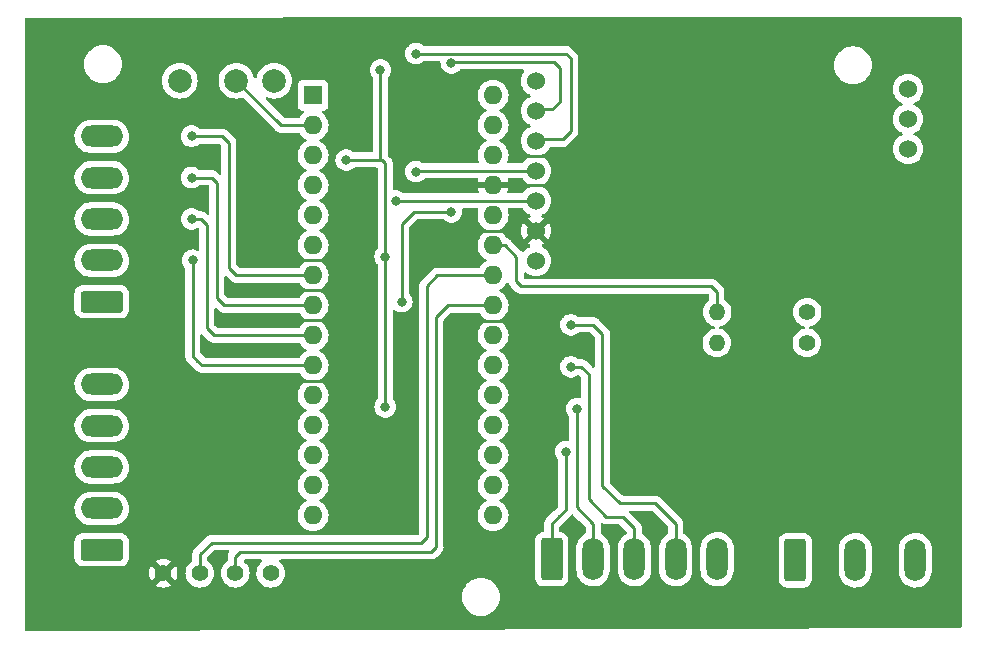
<source format=gbr>
%TF.GenerationSoftware,KiCad,Pcbnew,7.0.0-rc1-unknown-00d77f624a~164~ubuntu22.04.1*%
%TF.CreationDate,2023-01-15T10:56:32+01:00*%
%TF.ProjectId,lora-nano,6c6f7261-2d6e-4616-9e6f-2e6b69636164,rev?*%
%TF.SameCoordinates,Original*%
%TF.FileFunction,Copper,L2,Bot*%
%TF.FilePolarity,Positive*%
%FSLAX46Y46*%
G04 Gerber Fmt 4.6, Leading zero omitted, Abs format (unit mm)*
G04 Created by KiCad (PCBNEW 7.0.0-rc1-unknown-00d77f624a~164~ubuntu22.04.1) date 2023-01-15 10:56:32*
%MOMM*%
%LPD*%
G01*
G04 APERTURE LIST*
G04 Aperture macros list*
%AMRoundRect*
0 Rectangle with rounded corners*
0 $1 Rounding radius*
0 $2 $3 $4 $5 $6 $7 $8 $9 X,Y pos of 4 corners*
0 Add a 4 corners polygon primitive as box body*
4,1,4,$2,$3,$4,$5,$6,$7,$8,$9,$2,$3,0*
0 Add four circle primitives for the rounded corners*
1,1,$1+$1,$2,$3*
1,1,$1+$1,$4,$5*
1,1,$1+$1,$6,$7*
1,1,$1+$1,$8,$9*
0 Add four rect primitives between the rounded corners*
20,1,$1+$1,$2,$3,$4,$5,0*
20,1,$1+$1,$4,$5,$6,$7,0*
20,1,$1+$1,$6,$7,$8,$9,0*
20,1,$1+$1,$8,$9,$2,$3,0*%
G04 Aperture macros list end*
%TA.AperFunction,ComponentPad*%
%ADD10RoundRect,0.250000X-0.650000X-1.550000X0.650000X-1.550000X0.650000X1.550000X-0.650000X1.550000X0*%
%TD*%
%TA.AperFunction,ComponentPad*%
%ADD11O,1.800000X3.600000*%
%TD*%
%TA.AperFunction,ComponentPad*%
%ADD12RoundRect,0.250000X1.550000X-0.650000X1.550000X0.650000X-1.550000X0.650000X-1.550000X-0.650000X0*%
%TD*%
%TA.AperFunction,ComponentPad*%
%ADD13O,3.600000X1.800000*%
%TD*%
%TA.AperFunction,ComponentPad*%
%ADD14C,1.400000*%
%TD*%
%TA.AperFunction,ComponentPad*%
%ADD15O,1.400000X1.400000*%
%TD*%
%TA.AperFunction,ComponentPad*%
%ADD16C,2.000000*%
%TD*%
%TA.AperFunction,ComponentPad*%
%ADD17C,1.524000*%
%TD*%
%TA.AperFunction,ComponentPad*%
%ADD18R,1.600000X1.600000*%
%TD*%
%TA.AperFunction,ComponentPad*%
%ADD19O,1.600000X1.600000*%
%TD*%
%TA.AperFunction,ViaPad*%
%ADD20C,0.800000*%
%TD*%
%TA.AperFunction,ViaPad*%
%ADD21C,1.600000*%
%TD*%
%TA.AperFunction,Conductor*%
%ADD22C,0.250000*%
%TD*%
G04 APERTURE END LIST*
D10*
%TO.P,J2,1,Pin_1*%
%TO.N,Net-(D8-K)*%
X154300000Y-119208572D03*
D11*
%TO.P,J2,2,Pin_2*%
%TO.N,Net-(D9-K)*%
X157799999Y-119208571D03*
%TO.P,J2,3,Pin_3*%
%TO.N,Net-(D10-K)*%
X161299999Y-119208571D03*
%TO.P,J2,4,Pin_4*%
%TO.N,Net-(D11-K)*%
X164799999Y-119208571D03*
%TO.P,J2,5,Pin_5*%
%TO.N,GND*%
X168299999Y-119208571D03*
%TD*%
D12*
%TO.P,J3,1,Pin_1*%
%TO.N,Net-(J3-Pin_1)*%
X116200000Y-118408572D03*
D13*
%TO.P,J3,2,Pin_2*%
%TO.N,Net-(J3-Pin_2)*%
X116199999Y-114908571D03*
%TO.P,J3,3,Pin_3*%
%TO.N,Net-(J3-Pin_3)*%
X116199999Y-111408571D03*
%TO.P,J3,4,Pin_4*%
%TO.N,Net-(J3-Pin_4)*%
X116199999Y-107908571D03*
%TO.P,J3,5,Pin_5*%
%TO.N,Net-(J3-Pin_5)*%
X116199999Y-104408571D03*
%TD*%
D14*
%TO.P,R14,1*%
%TO.N,Net-(D5-K)*%
X175920000Y-98300000D03*
D15*
%TO.P,R14,2*%
%TO.N,Net-(A1-A6)*%
X168299999Y-98299999D03*
%TD*%
D14*
%TO.P,SDA,1*%
%TO.N,SDA*%
X127500000Y-120400000D03*
%TD*%
D16*
%TO.P,GND,1*%
%TO.N,GND*%
X122800000Y-78700000D03*
%TD*%
D14*
%TO.P,R13,1*%
%TO.N,GND*%
X175900000Y-100900000D03*
D15*
%TO.P,R13,2*%
%TO.N,Net-(A1-A6)*%
X168279999Y-100899999D03*
%TD*%
D10*
%TO.P,J4,1,Pin_1*%
%TO.N,VDC*%
X174920000Y-119305572D03*
D11*
%TO.P,J4,2,Pin_2*%
%TO.N,GND*%
X179999999Y-119305571D03*
%TO.P,J4,3,Pin_3*%
%TO.N,Net-(D6-A)*%
X185079999Y-119305571D03*
%TD*%
D14*
%TO.P,+5V,1*%
%TO.N,+5V*%
X121400000Y-120400000D03*
%TD*%
D16*
%TO.P,TXD,1*%
%TO.N,Net-(A1-TX1)*%
X130800000Y-78700000D03*
%TD*%
D12*
%TO.P,J1,1,Pin_1*%
%TO.N,GND*%
X116200000Y-97408572D03*
D13*
%TO.P,J1,2,Pin_2*%
%TO.N,Net-(J1-Pin_2)*%
X116199999Y-93908571D03*
%TO.P,J1,3,Pin_3*%
%TO.N,Net-(J1-Pin_3)*%
X116199999Y-90408571D03*
%TO.P,J1,4,Pin_4*%
%TO.N,Net-(J1-Pin_4)*%
X116199999Y-86908571D03*
%TO.P,J1,5,Pin_5*%
%TO.N,Net-(J1-Pin_5)*%
X116199999Y-83408571D03*
%TD*%
D17*
%TO.P,U1,1,M0*%
%TO.N,Net-(Q1-S)*%
X152967000Y-78700000D03*
%TO.P,U1,2,M1*%
%TO.N,Net-(Q2-S)*%
X152967000Y-81240000D03*
%TO.P,U1,3,RXD*%
%TO.N,Net-(Q3-S)*%
X152967000Y-83780000D03*
%TO.P,U1,4,TXD*%
%TO.N,Net-(Q4-S)*%
X152967000Y-86320000D03*
%TO.P,U1,5,AUX*%
%TO.N,Net-(A1-D2)*%
X152967000Y-88860000D03*
%TO.P,U1,6,VCC*%
%TO.N,+5V*%
X152967000Y-91400000D03*
%TO.P,U1,7,GND*%
%TO.N,GND*%
X152967000Y-93940000D03*
%TO.P,U1,8,Fixing_Hole*%
%TO.N,unconnected-(U1-Fixing_Hole)_1*%
X184467000Y-84480000D03*
%TO.P,U1,9,Fixing_Hole*%
%TO.N,unconnected-(U1-Fixing_Hole)*%
X184467000Y-81940000D03*
%TO.P,U1,10,Fixing_Hole*%
%TO.N,unconnected-(U1-Fixing_Hole)_2*%
X184467000Y-79400000D03*
%TD*%
D14*
%TO.P,GND,1*%
%TO.N,GND*%
X130500000Y-120400000D03*
%TD*%
%TO.P,SCL,1*%
%TO.N,SCL*%
X124500000Y-120400000D03*
%TD*%
D16*
%TO.P,RXD,1*%
%TO.N,Net-(A1-RX1)*%
X127600000Y-78700000D03*
%TD*%
D18*
%TO.P,A1,1,TX1*%
%TO.N,Net-(A1-TX1)*%
X134087999Y-79935571D03*
D19*
%TO.P,A1,2,RX1*%
%TO.N,Net-(A1-RX1)*%
X134087999Y-82475571D03*
%TO.P,A1,3,~{RESET}*%
%TO.N,unconnected-(A1-~{RESET})_1*%
X134087999Y-85015571D03*
%TO.P,A1,4,GND*%
%TO.N,GND*%
X134087999Y-87555571D03*
%TO.P,A1,5,D2*%
%TO.N,Net-(A1-D2)*%
X134087999Y-90095571D03*
%TO.P,A1,6,D3*%
%TO.N,Net-(A1-D3)*%
X134087999Y-92635571D03*
%TO.P,A1,7,D4*%
%TO.N,Net-(A1-D4)*%
X134087999Y-95175571D03*
%TO.P,A1,8,D5*%
%TO.N,Net-(A1-D5)*%
X134087999Y-97715571D03*
%TO.P,A1,9,D6*%
%TO.N,Net-(A1-D6)*%
X134087999Y-100255571D03*
%TO.P,A1,10,D7*%
%TO.N,Net-(A1-D7)*%
X134087999Y-102795571D03*
%TO.P,A1,11,D8*%
%TO.N,Net-(A1-D8)*%
X134087999Y-105335571D03*
%TO.P,A1,12,D9*%
%TO.N,Net-(A1-D9)*%
X134087999Y-107875571D03*
%TO.P,A1,13,D10*%
%TO.N,Net-(A1-D10)*%
X134087999Y-110415571D03*
%TO.P,A1,14,MOSI*%
%TO.N,Net-(A1-MOSI)*%
X134087999Y-112955571D03*
%TO.P,A1,15,MISO*%
%TO.N,Net-(A1-MISO)*%
X134087999Y-115495571D03*
%TO.P,A1,16,SCK*%
%TO.N,unconnected-(A1-SCK)*%
X149327999Y-115495571D03*
%TO.P,A1,17,3V3*%
%TO.N,+3V3*%
X149327999Y-112955571D03*
%TO.P,A1,18,AREF*%
%TO.N,unconnected-(A1-AREF)*%
X149327999Y-110415571D03*
%TO.P,A1,19,A0*%
%TO.N,Net-(A1-A0)*%
X149327999Y-107875571D03*
%TO.P,A1,20,A1*%
%TO.N,Net-(A1-A1)*%
X149327999Y-105335571D03*
%TO.P,A1,21,A2*%
%TO.N,Net-(A1-A2)*%
X149327999Y-102795571D03*
%TO.P,A1,22,A3*%
%TO.N,Net-(A1-A3)*%
X149327999Y-100255571D03*
%TO.P,A1,23,SDA/A4*%
%TO.N,SDA*%
X149327999Y-97715571D03*
%TO.P,A1,24,SCL/A5*%
%TO.N,SCL*%
X149327999Y-95175571D03*
%TO.P,A1,25,A6*%
%TO.N,Net-(A1-A6)*%
X149327999Y-92635571D03*
%TO.P,A1,26,A7*%
%TO.N,unconnected-(A1-A7)*%
X149327999Y-90095571D03*
%TO.P,A1,27,+5V*%
%TO.N,+5V*%
X149327999Y-87555571D03*
%TO.P,A1,28,~{RESET}*%
%TO.N,unconnected-(A1-~{RESET})*%
X149327999Y-85015571D03*
%TO.P,A1,29,GND*%
%TO.N,GND*%
X149327999Y-82475571D03*
%TO.P,A1,30,VIN*%
%TO.N,VDC*%
X149327999Y-79935571D03*
%TD*%
D20*
%TO.N,Net-(A1-D2)*%
X141100000Y-88900000D03*
%TO.N,Net-(A1-D4)*%
X123800000Y-83400000D03*
%TO.N,Net-(A1-D5)*%
X123800000Y-86900000D03*
%TO.N,Net-(A1-D6)*%
X123800000Y-90400000D03*
%TO.N,Net-(A1-D7)*%
X123900000Y-93900000D03*
%TO.N,+3V3*%
X136900000Y-85408572D03*
X140200000Y-93600000D03*
X139800000Y-77808572D03*
X140200000Y-106308572D03*
%TO.N,+5V*%
X160863000Y-109145572D03*
X138700000Y-97308572D03*
X142800000Y-83200000D03*
X160900000Y-101972572D03*
X138700000Y-100550000D03*
X128600000Y-89500000D03*
X160900000Y-98416572D03*
X128600000Y-92900000D03*
X128600000Y-82500000D03*
X160980000Y-105528572D03*
X128600000Y-86000000D03*
D21*
X185100000Y-104800000D03*
D20*
%TO.N,Net-(D8-K)*%
X155500000Y-110095572D03*
%TO.N,Net-(D9-K)*%
X156400000Y-106478572D03*
%TO.N,Net-(D10-K)*%
X155922000Y-102922572D03*
%TO.N,Net-(D11-K)*%
X155922000Y-99366572D03*
%TO.N,Net-(Q2-S)*%
X145800000Y-89800000D03*
X141600000Y-97400000D03*
X145800000Y-77200000D03*
%TO.N,Net-(Q3-S)*%
X142800000Y-76400000D03*
%TO.N,Net-(Q4-S)*%
X142800000Y-86400000D03*
%TD*%
D22*
%TO.N,Net-(A1-RX1)*%
X127600000Y-78700000D02*
X131375572Y-82475572D01*
X131375572Y-82475572D02*
X134088000Y-82475572D01*
%TO.N,Net-(A1-D2)*%
X141140000Y-88860000D02*
X141100000Y-88900000D01*
X152967000Y-88860000D02*
X141140000Y-88860000D01*
%TO.N,Net-(A1-D4)*%
X123800000Y-83400000D02*
X126400000Y-83400000D01*
X126966000Y-89587572D02*
X126966000Y-83966000D01*
X126966000Y-83966000D02*
X126800000Y-83800000D01*
X126400000Y-83400000D02*
X126800000Y-83800000D01*
X126966000Y-94540572D02*
X126966000Y-89587572D01*
X127601000Y-95175572D02*
X126966000Y-94540572D01*
X134088000Y-95175572D02*
X127601000Y-95175572D01*
%TO.N,Net-(A1-D5)*%
X125950000Y-97080572D02*
X125950000Y-87350000D01*
X134088000Y-97715572D02*
X126585000Y-97715572D01*
X125500000Y-86900000D02*
X123800000Y-86900000D01*
X126585000Y-97715572D02*
X125950000Y-97080572D01*
X125950000Y-87350000D02*
X125500000Y-86900000D01*
%TO.N,Net-(A1-D6)*%
X125100000Y-99655572D02*
X125700000Y-100255572D01*
X134088000Y-100255572D02*
X125700000Y-100255572D01*
X124600000Y-90400000D02*
X125100000Y-90900000D01*
X123800000Y-90400000D02*
X124600000Y-90400000D01*
X125100000Y-90900000D02*
X125100000Y-99655572D01*
%TO.N,Net-(A1-D7)*%
X123900000Y-93900000D02*
X123900000Y-102015572D01*
X124680000Y-102795572D02*
X124292214Y-102407786D01*
X134088000Y-102795572D02*
X124680000Y-102795572D01*
X123900000Y-102015572D02*
X124292214Y-102407786D01*
%TO.N,+3V3*%
X139900000Y-85408572D02*
X139908572Y-85408572D01*
X136900000Y-85408572D02*
X139900000Y-85408572D01*
X140200000Y-85700000D02*
X140200000Y-93600000D01*
X139800000Y-77808572D02*
X139800000Y-85308572D01*
X140200000Y-106308572D02*
X140200000Y-93600000D01*
X139908572Y-85408572D02*
X140200000Y-85700000D01*
X139800000Y-85308572D02*
X139900000Y-85408572D01*
%TO.N,SDA*%
X144500000Y-117800000D02*
X144500000Y-98700000D01*
X127900000Y-118600000D02*
X144100000Y-118600000D01*
X144500000Y-117800000D02*
X144500000Y-118200000D01*
X145484428Y-97715572D02*
X149328000Y-97715572D01*
X144500000Y-98700000D02*
X145484428Y-97715572D01*
X127500000Y-119000000D02*
X127900000Y-118600000D01*
X144100000Y-118600000D02*
X144500000Y-118200000D01*
X127500000Y-120400000D02*
X127500000Y-119000000D01*
%TO.N,SCL*%
X143700000Y-96100000D02*
X143700000Y-117300000D01*
X143200000Y-117800000D02*
X125500000Y-117800000D01*
X149328000Y-95175572D02*
X144624428Y-95175572D01*
X144624428Y-95175572D02*
X143700000Y-96100000D01*
X143700000Y-117300000D02*
X143200000Y-117800000D01*
X124500000Y-118800000D02*
X124500000Y-120400000D01*
X125500000Y-117800000D02*
X124500000Y-118800000D01*
%TO.N,Net-(A1-A6)*%
X150335572Y-92635572D02*
X151300000Y-93600000D01*
X149328000Y-92635572D02*
X150335572Y-92635572D01*
X151300000Y-93600000D02*
X151300000Y-95700000D01*
X168280000Y-98300000D02*
X168280000Y-96580000D01*
X151300000Y-95700000D02*
X151700000Y-96100000D01*
X151700000Y-96100000D02*
X167800000Y-96100000D01*
X168280000Y-96580000D02*
X167800000Y-96100000D01*
%TO.N,+5V*%
X148300000Y-91408572D02*
X150300000Y-91408572D01*
X133100000Y-93908572D02*
X135100000Y-93908572D01*
X152000000Y-85100000D02*
X154000000Y-85100000D01*
X133100000Y-104108572D02*
X135100000Y-104108572D01*
X133100000Y-99000000D02*
X135100000Y-99000000D01*
X133100000Y-96400000D02*
X135100000Y-96400000D01*
X148300000Y-99008572D02*
X150300000Y-99008572D01*
X152100000Y-87500000D02*
X154100000Y-87500000D01*
%TO.N,Net-(D8-K)*%
X155500000Y-115008572D02*
X154954286Y-115554286D01*
X154954286Y-115554286D02*
X154300000Y-116208572D01*
X154300000Y-116208572D02*
X154300000Y-119208572D01*
X155500000Y-110095572D02*
X155500000Y-115008572D01*
%TO.N,Net-(D9-K)*%
X157800000Y-116208572D02*
X157800000Y-119208572D01*
X156400000Y-114808572D02*
X157800000Y-116208572D01*
X156400000Y-106478572D02*
X156400000Y-114808572D01*
%TO.N,Net-(D10-K)*%
X161300000Y-116608572D02*
X161300000Y-119208572D01*
X158900000Y-115608572D02*
X160300000Y-115608572D01*
X156811000Y-102922572D02*
X157446000Y-103557572D01*
X155922000Y-102922572D02*
X156811000Y-102922572D01*
X160300000Y-115608572D02*
X161300000Y-116608572D01*
X157446000Y-103557572D02*
X157446000Y-114154572D01*
X157446000Y-114154572D02*
X158900000Y-115608572D01*
%TO.N,Net-(D11-K)*%
X160050000Y-114458572D02*
X158589000Y-112997572D01*
X164800000Y-119208572D02*
X164800000Y-116208572D01*
X163050000Y-114458572D02*
X160050000Y-114458572D01*
X158589000Y-111908572D02*
X158589000Y-100128572D01*
X158589000Y-112997572D02*
X158589000Y-112808572D01*
X158589000Y-100128572D02*
X157827000Y-99366572D01*
X157827000Y-99366572D02*
X155922000Y-99366572D01*
X158589000Y-112997572D02*
X158589000Y-111908572D01*
X158589000Y-112808572D02*
X158589000Y-111908572D01*
X164800000Y-116208572D02*
X163050000Y-114458572D01*
%TO.N,Net-(Q2-S)*%
X154500000Y-77100000D02*
X145800000Y-77100000D01*
X152967000Y-81136000D02*
X154364000Y-81136000D01*
X141600000Y-97400000D02*
X141600000Y-90800000D01*
X155000000Y-80500000D02*
X155000000Y-77600000D01*
X155000000Y-77600000D02*
X154500000Y-77100000D01*
X154364000Y-81136000D02*
X155000000Y-80500000D01*
X145800000Y-77100000D02*
X145800000Y-77200000D01*
X142600000Y-89800000D02*
X141600000Y-90800000D01*
X145800000Y-89800000D02*
X142600000Y-89800000D01*
%TO.N,Net-(Q3-S)*%
X155500000Y-76400000D02*
X155900000Y-76800000D01*
X155900000Y-83000000D02*
X155224000Y-83676000D01*
X155900000Y-76800000D02*
X155900000Y-83000000D01*
X142800000Y-76400000D02*
X155500000Y-76400000D01*
X155224000Y-83676000D02*
X152967000Y-83676000D01*
%TO.N,Net-(Q4-S)*%
X152967000Y-86320000D02*
X142880000Y-86320000D01*
X152975572Y-86224572D02*
X152967000Y-86216000D01*
X142880000Y-86320000D02*
X142800000Y-86400000D01*
%TD*%
%TA.AperFunction,Conductor*%
%TO.N,+5V*%
G36*
X124698436Y-100169333D02*
G01*
X124748595Y-100200071D01*
X125196342Y-100647818D01*
X125203884Y-100656105D01*
X125208000Y-100662590D01*
X125213779Y-100668016D01*
X125213780Y-100668018D01*
X125257667Y-100709230D01*
X125260509Y-100711985D01*
X125280230Y-100731706D01*
X125283414Y-100734176D01*
X125292437Y-100741881D01*
X125324679Y-100772158D01*
X125331628Y-100775978D01*
X125342429Y-100781916D01*
X125358959Y-100792774D01*
X125368694Y-100800326D01*
X125368697Y-100800328D01*
X125374959Y-100805185D01*
X125415536Y-100822744D01*
X125426171Y-100827953D01*
X125464940Y-100849267D01*
X125484566Y-100854306D01*
X125503259Y-100860706D01*
X125521855Y-100868753D01*
X125529686Y-100869993D01*
X125529689Y-100869994D01*
X125546128Y-100872597D01*
X125565525Y-100875669D01*
X125577125Y-100878070D01*
X125619970Y-100889072D01*
X125640224Y-100889072D01*
X125659934Y-100890622D01*
X125679943Y-100893792D01*
X125723961Y-100889630D01*
X125735819Y-100889072D01*
X132868606Y-100889072D01*
X132926786Y-100903309D01*
X132971820Y-100942801D01*
X133081802Y-101099872D01*
X133243700Y-101261770D01*
X133431251Y-101393095D01*
X133466383Y-101409477D01*
X133470457Y-101411377D01*
X133523474Y-101457872D01*
X133543207Y-101525572D01*
X133523474Y-101593272D01*
X133470457Y-101639767D01*
X133436238Y-101655723D01*
X133436233Y-101655725D01*
X133431251Y-101658049D01*
X133426752Y-101661199D01*
X133426742Y-101661205D01*
X133248211Y-101786215D01*
X133248208Y-101786217D01*
X133243700Y-101789374D01*
X133239808Y-101793265D01*
X133239802Y-101793271D01*
X133085699Y-101947374D01*
X133085693Y-101947380D01*
X133081802Y-101951272D01*
X133078645Y-101955780D01*
X133078643Y-101955783D01*
X132971819Y-102108343D01*
X132926786Y-102147835D01*
X132868606Y-102162072D01*
X124994595Y-102162072D01*
X124946377Y-102152481D01*
X124905500Y-102125167D01*
X124570405Y-101790072D01*
X124543091Y-101749195D01*
X124533500Y-101700977D01*
X124533500Y-100289166D01*
X124547233Y-100231963D01*
X124585439Y-100187230D01*
X124639789Y-100164717D01*
X124698436Y-100169333D01*
G37*
%TD.AperFunction*%
%TA.AperFunction,Conductor*%
G36*
X125898436Y-97944333D02*
G01*
X125948595Y-97975071D01*
X126081342Y-98107818D01*
X126088884Y-98116105D01*
X126093000Y-98122590D01*
X126098779Y-98128016D01*
X126098780Y-98128018D01*
X126142667Y-98169230D01*
X126145508Y-98171984D01*
X126165231Y-98191707D01*
X126168359Y-98194133D01*
X126168360Y-98194134D01*
X126168414Y-98194176D01*
X126177446Y-98201889D01*
X126209679Y-98232158D01*
X126216624Y-98235976D01*
X126227430Y-98241917D01*
X126243956Y-98252773D01*
X126253690Y-98260323D01*
X126253692Y-98260324D01*
X126259960Y-98265186D01*
X126300530Y-98282742D01*
X126311186Y-98287962D01*
X126349940Y-98309267D01*
X126369566Y-98314306D01*
X126388259Y-98320706D01*
X126406855Y-98328753D01*
X126414686Y-98329993D01*
X126414689Y-98329994D01*
X126431128Y-98332597D01*
X126450525Y-98335669D01*
X126462125Y-98338070D01*
X126504970Y-98349072D01*
X126525224Y-98349072D01*
X126544934Y-98350622D01*
X126564943Y-98353792D01*
X126608961Y-98349630D01*
X126620819Y-98349072D01*
X132868606Y-98349072D01*
X132926786Y-98363309D01*
X132971820Y-98402801D01*
X133081802Y-98559872D01*
X133243700Y-98721770D01*
X133364648Y-98806459D01*
X133421352Y-98846164D01*
X133431251Y-98853095D01*
X133470455Y-98871376D01*
X133523473Y-98917869D01*
X133543207Y-98985568D01*
X133523476Y-99053269D01*
X133470459Y-99099765D01*
X133436239Y-99115722D01*
X133436229Y-99115727D01*
X133431251Y-99118049D01*
X133426752Y-99121199D01*
X133426742Y-99121205D01*
X133248211Y-99246215D01*
X133248208Y-99246217D01*
X133243700Y-99249374D01*
X133239808Y-99253265D01*
X133239802Y-99253271D01*
X133085699Y-99407374D01*
X133085693Y-99407380D01*
X133081802Y-99411272D01*
X133078645Y-99415780D01*
X133078643Y-99415783D01*
X132971819Y-99568343D01*
X132926786Y-99607835D01*
X132868606Y-99622072D01*
X126014595Y-99622072D01*
X125966377Y-99612481D01*
X125925499Y-99585167D01*
X125770404Y-99430071D01*
X125743091Y-99389194D01*
X125733500Y-99340976D01*
X125733500Y-98064166D01*
X125747233Y-98006963D01*
X125785439Y-97962230D01*
X125839789Y-97939717D01*
X125898436Y-97944333D01*
G37*
%TD.AperFunction*%
%TA.AperFunction,Conductor*%
G36*
X126748436Y-95238333D02*
G01*
X126798595Y-95269071D01*
X127097342Y-95567818D01*
X127104884Y-95576105D01*
X127109000Y-95582590D01*
X127114779Y-95588016D01*
X127114780Y-95588018D01*
X127158667Y-95629230D01*
X127161508Y-95631984D01*
X127181231Y-95651707D01*
X127184359Y-95654133D01*
X127184360Y-95654134D01*
X127184414Y-95654176D01*
X127193446Y-95661889D01*
X127225679Y-95692158D01*
X127232624Y-95695976D01*
X127243430Y-95701917D01*
X127259956Y-95712773D01*
X127269690Y-95720323D01*
X127269692Y-95720324D01*
X127275960Y-95725186D01*
X127316530Y-95742742D01*
X127327186Y-95747962D01*
X127358993Y-95765448D01*
X127365940Y-95769267D01*
X127385566Y-95774306D01*
X127404259Y-95780706D01*
X127422855Y-95788753D01*
X127430686Y-95789993D01*
X127430689Y-95789994D01*
X127447128Y-95792597D01*
X127466525Y-95795669D01*
X127478125Y-95798070D01*
X127520970Y-95809072D01*
X127541224Y-95809072D01*
X127560934Y-95810622D01*
X127580943Y-95813792D01*
X127624961Y-95809630D01*
X127636819Y-95809072D01*
X132868606Y-95809072D01*
X132926786Y-95823309D01*
X132971819Y-95862801D01*
X133018655Y-95929689D01*
X133081802Y-96019872D01*
X133243700Y-96181770D01*
X133363943Y-96265965D01*
X133399984Y-96291202D01*
X133431251Y-96313095D01*
X133470455Y-96331376D01*
X133523473Y-96377869D01*
X133543207Y-96445568D01*
X133523476Y-96513269D01*
X133470459Y-96559765D01*
X133436239Y-96575722D01*
X133436229Y-96575727D01*
X133431251Y-96578049D01*
X133426752Y-96581199D01*
X133426742Y-96581205D01*
X133248211Y-96706215D01*
X133248208Y-96706217D01*
X133243700Y-96709374D01*
X133239808Y-96713265D01*
X133239802Y-96713271D01*
X133085699Y-96867374D01*
X133085693Y-96867380D01*
X133081802Y-96871272D01*
X133078645Y-96875780D01*
X133078643Y-96875783D01*
X132971819Y-97028343D01*
X132926786Y-97067835D01*
X132868606Y-97082072D01*
X126899595Y-97082072D01*
X126851377Y-97072481D01*
X126810499Y-97045167D01*
X126620404Y-96855071D01*
X126593091Y-96814194D01*
X126583500Y-96765976D01*
X126583500Y-95358166D01*
X126597233Y-95300963D01*
X126635439Y-95256230D01*
X126689789Y-95233717D01*
X126748436Y-95238333D01*
G37*
%TD.AperFunction*%
%TA.AperFunction,Conductor*%
G36*
X188936386Y-73317381D02*
G01*
X188982505Y-73363500D01*
X188999386Y-73426500D01*
X188999386Y-124929453D01*
X188982571Y-124992338D01*
X188936615Y-125038439D01*
X188873784Y-125055452D01*
X111558712Y-125299499D01*
X111558314Y-125299500D01*
X109826500Y-125299500D01*
X109763500Y-125282619D01*
X109717381Y-125236500D01*
X109700500Y-125173500D01*
X109700500Y-122400000D01*
X146694551Y-122400000D01*
X146694939Y-122404930D01*
X146713928Y-122646214D01*
X146713929Y-122646222D01*
X146714317Y-122651148D01*
X146715471Y-122655956D01*
X146715472Y-122655960D01*
X146771971Y-122891298D01*
X146771972Y-122891303D01*
X146773127Y-122896111D01*
X146869534Y-123128859D01*
X147001164Y-123343659D01*
X147164776Y-123535224D01*
X147356341Y-123698836D01*
X147571141Y-123830466D01*
X147803889Y-123926873D01*
X148048852Y-123985683D01*
X148237118Y-124000500D01*
X148360413Y-124000500D01*
X148362882Y-124000500D01*
X148551148Y-123985683D01*
X148796111Y-123926873D01*
X149028859Y-123830466D01*
X149243659Y-123698836D01*
X149435224Y-123535224D01*
X149598836Y-123343659D01*
X149730466Y-123128859D01*
X149826873Y-122896111D01*
X149885683Y-122651148D01*
X149905449Y-122400000D01*
X149885683Y-122148852D01*
X149826873Y-121903889D01*
X149730466Y-121671141D01*
X149598836Y-121456341D01*
X149435224Y-121264776D01*
X149243659Y-121101164D01*
X149220041Y-121086691D01*
X149033079Y-120972120D01*
X149033078Y-120972119D01*
X149028859Y-120969534D01*
X149003479Y-120959021D01*
X148800684Y-120875021D01*
X148800681Y-120875020D01*
X148796111Y-120873127D01*
X148791303Y-120871972D01*
X148791298Y-120871971D01*
X148555960Y-120815472D01*
X148555956Y-120815471D01*
X148551148Y-120814317D01*
X148546222Y-120813929D01*
X148546214Y-120813928D01*
X148444575Y-120805929D01*
X152891500Y-120805929D01*
X152891501Y-120809116D01*
X152891825Y-120812293D01*
X152891826Y-120812301D01*
X152901225Y-120904313D01*
X152902113Y-120912998D01*
X152904272Y-120919515D01*
X152904274Y-120919522D01*
X152948284Y-121052336D01*
X152957885Y-121081310D01*
X152961732Y-121087548D01*
X152961735Y-121087553D01*
X153021022Y-121183671D01*
X153050970Y-121232224D01*
X153176348Y-121357602D01*
X153200991Y-121372802D01*
X153321018Y-121446836D01*
X153321020Y-121446837D01*
X153327262Y-121450687D01*
X153495574Y-121506459D01*
X153599455Y-121517072D01*
X155000544Y-121517071D01*
X155104426Y-121506459D01*
X155272738Y-121450687D01*
X155423652Y-121357602D01*
X155549030Y-121232224D01*
X155642115Y-121081310D01*
X155697887Y-120912998D01*
X155708500Y-120809117D01*
X155708499Y-117608028D01*
X155697887Y-117504146D01*
X155642115Y-117335834D01*
X155633961Y-117322615D01*
X155565591Y-117211769D01*
X155549030Y-117184920D01*
X155423652Y-117059542D01*
X155412743Y-117052813D01*
X155278981Y-116970307D01*
X155278976Y-116970304D01*
X155272738Y-116966457D01*
X155265776Y-116964150D01*
X155265774Y-116964149D01*
X155110951Y-116912847D01*
X155110949Y-116912846D01*
X155104426Y-116910685D01*
X155097589Y-116909986D01*
X155097587Y-116909986D01*
X155060536Y-116906201D01*
X155046693Y-116904786D01*
X154989245Y-116884034D01*
X154948306Y-116838700D01*
X154933500Y-116779439D01*
X154933500Y-116523166D01*
X154943091Y-116474948D01*
X154970405Y-116434071D01*
X155430420Y-115974056D01*
X155892264Y-115512210D01*
X155900534Y-115504685D01*
X155907018Y-115500572D01*
X155953676Y-115450884D01*
X155956373Y-115448101D01*
X155960914Y-115443560D01*
X156017398Y-115410957D01*
X156082616Y-115410961D01*
X156139094Y-115443570D01*
X156635027Y-115939504D01*
X157129595Y-116434072D01*
X157156909Y-116474949D01*
X157166500Y-116523167D01*
X157166500Y-116974163D01*
X157150500Y-117035613D01*
X157106562Y-117081456D01*
X156963993Y-117169238D01*
X156963984Y-117169244D01*
X156959431Y-117172048D01*
X156955413Y-117175584D01*
X156955408Y-117175588D01*
X156783471Y-117326912D01*
X156783463Y-117326919D01*
X156779449Y-117330453D01*
X156776091Y-117334611D01*
X156776083Y-117334620D01*
X156632188Y-117512830D01*
X156632183Y-117512836D01*
X156628825Y-117516996D01*
X156626217Y-117521664D01*
X156626214Y-117521669D01*
X156514508Y-117721633D01*
X156514504Y-117721640D01*
X156511895Y-117726312D01*
X156510113Y-117731352D01*
X156510108Y-117731366D01*
X156433803Y-117947330D01*
X156433801Y-117947336D01*
X156432020Y-117952378D01*
X156431117Y-117957638D01*
X156431115Y-117957650D01*
X156396163Y-118161495D01*
X156391500Y-118188691D01*
X156391500Y-120168399D01*
X156391725Y-120171052D01*
X156391726Y-120171056D01*
X156397059Y-120233721D01*
X156406741Y-120347470D01*
X156408088Y-120352645D01*
X156408089Y-120352648D01*
X156463853Y-120566813D01*
X156467156Y-120579496D01*
X156469355Y-120584361D01*
X156469358Y-120584369D01*
X156563706Y-120793091D01*
X156563709Y-120793098D01*
X156565914Y-120797974D01*
X156568912Y-120802410D01*
X156568914Y-120802413D01*
X156697174Y-120992180D01*
X156697178Y-120992185D01*
X156700175Y-120996619D01*
X156866075Y-121169716D01*
X156963207Y-121241555D01*
X156990258Y-121261562D01*
X157058843Y-121312287D01*
X157272933Y-121420229D01*
X157502185Y-121490436D01*
X157740005Y-121520890D01*
X157979551Y-121510715D01*
X158213932Y-121460202D01*
X158436404Y-121370805D01*
X158640569Y-121245096D01*
X158820551Y-121086691D01*
X158971175Y-120900148D01*
X159088105Y-120690832D01*
X159167980Y-120464766D01*
X159208500Y-120228453D01*
X159208500Y-118248745D01*
X159193259Y-118069674D01*
X159132844Y-117837648D01*
X159080402Y-117721633D01*
X159036293Y-117624052D01*
X159036291Y-117624050D01*
X159034086Y-117619170D01*
X159011998Y-117586490D01*
X158902825Y-117424963D01*
X158902822Y-117424959D01*
X158899825Y-117420525D01*
X158733925Y-117247428D01*
X158541157Y-117104857D01*
X158502772Y-117085503D01*
X158452208Y-117039060D01*
X158433500Y-116972997D01*
X158433500Y-116288787D01*
X158448612Y-116228955D01*
X158490324Y-116183475D01*
X158548629Y-116163257D01*
X158609539Y-116173149D01*
X158615539Y-116175746D01*
X158626186Y-116180962D01*
X158638717Y-116187851D01*
X158664940Y-116202267D01*
X158684566Y-116207306D01*
X158703259Y-116213706D01*
X158721855Y-116221753D01*
X158729686Y-116222993D01*
X158729689Y-116222994D01*
X158746128Y-116225597D01*
X158765525Y-116228669D01*
X158777125Y-116231070D01*
X158819970Y-116242072D01*
X158840224Y-116242072D01*
X158859934Y-116243622D01*
X158879943Y-116246792D01*
X158923961Y-116242630D01*
X158935819Y-116242072D01*
X159985406Y-116242072D01*
X160033624Y-116251663D01*
X160074501Y-116278977D01*
X160629595Y-116834071D01*
X160656909Y-116874948D01*
X160666500Y-116923166D01*
X160666500Y-116974163D01*
X160650500Y-117035613D01*
X160606562Y-117081456D01*
X160463993Y-117169238D01*
X160463984Y-117169244D01*
X160459431Y-117172048D01*
X160455413Y-117175584D01*
X160455408Y-117175588D01*
X160283471Y-117326912D01*
X160283463Y-117326919D01*
X160279449Y-117330453D01*
X160276091Y-117334611D01*
X160276083Y-117334620D01*
X160132188Y-117512830D01*
X160132183Y-117512836D01*
X160128825Y-117516996D01*
X160126217Y-117521664D01*
X160126214Y-117521669D01*
X160014508Y-117721633D01*
X160014504Y-117721640D01*
X160011895Y-117726312D01*
X160010113Y-117731352D01*
X160010108Y-117731366D01*
X159933803Y-117947330D01*
X159933801Y-117947336D01*
X159932020Y-117952378D01*
X159931117Y-117957638D01*
X159931115Y-117957650D01*
X159896163Y-118161495D01*
X159891500Y-118188691D01*
X159891500Y-120168399D01*
X159891725Y-120171052D01*
X159891726Y-120171056D01*
X159897059Y-120233721D01*
X159906741Y-120347470D01*
X159908088Y-120352645D01*
X159908089Y-120352648D01*
X159963853Y-120566813D01*
X159967156Y-120579496D01*
X159969355Y-120584361D01*
X159969358Y-120584369D01*
X160063706Y-120793091D01*
X160063709Y-120793098D01*
X160065914Y-120797974D01*
X160068912Y-120802410D01*
X160068914Y-120802413D01*
X160197174Y-120992180D01*
X160197178Y-120992185D01*
X160200175Y-120996619D01*
X160366075Y-121169716D01*
X160463207Y-121241555D01*
X160490258Y-121261562D01*
X160558843Y-121312287D01*
X160772933Y-121420229D01*
X161002185Y-121490436D01*
X161240005Y-121520890D01*
X161479551Y-121510715D01*
X161713932Y-121460202D01*
X161936404Y-121370805D01*
X162140569Y-121245096D01*
X162320551Y-121086691D01*
X162471175Y-120900148D01*
X162588105Y-120690832D01*
X162667980Y-120464766D01*
X162708500Y-120228453D01*
X162708500Y-118248745D01*
X162693259Y-118069674D01*
X162632844Y-117837648D01*
X162580402Y-117721633D01*
X162536293Y-117624052D01*
X162536291Y-117624050D01*
X162534086Y-117619170D01*
X162511998Y-117586490D01*
X162402825Y-117424963D01*
X162402822Y-117424959D01*
X162399825Y-117420525D01*
X162233925Y-117247428D01*
X162041157Y-117104857D01*
X162002772Y-117085503D01*
X161952208Y-117039060D01*
X161933500Y-116972997D01*
X161933500Y-116687340D01*
X161934027Y-116676156D01*
X161935702Y-116668664D01*
X161933561Y-116600573D01*
X161933500Y-116596616D01*
X161933500Y-116572681D01*
X161933500Y-116568716D01*
X161932995Y-116564724D01*
X161932062Y-116552877D01*
X161930674Y-116508683D01*
X161925017Y-116489214D01*
X161921013Y-116469874D01*
X161918474Y-116449775D01*
X161902200Y-116408671D01*
X161898356Y-116397444D01*
X161888230Y-116362589D01*
X161888229Y-116362588D01*
X161886019Y-116354979D01*
X161879389Y-116343769D01*
X161875703Y-116337536D01*
X161867005Y-116319781D01*
X161859552Y-116300955D01*
X161833561Y-116265181D01*
X161827055Y-116255277D01*
X161804542Y-116217210D01*
X161790218Y-116202886D01*
X161777382Y-116187858D01*
X161765472Y-116171465D01*
X161759367Y-116166414D01*
X161759360Y-116166407D01*
X161731394Y-116143272D01*
X161722615Y-116135283D01*
X160894499Y-115307167D01*
X160863761Y-115257008D01*
X160859145Y-115198361D01*
X160881658Y-115144011D01*
X160926391Y-115105805D01*
X160983594Y-115092072D01*
X162735406Y-115092072D01*
X162783624Y-115101663D01*
X162824501Y-115128977D01*
X164129595Y-116434072D01*
X164156909Y-116474949D01*
X164166500Y-116523167D01*
X164166500Y-116974163D01*
X164150500Y-117035613D01*
X164106562Y-117081456D01*
X163963993Y-117169238D01*
X163963984Y-117169244D01*
X163959431Y-117172048D01*
X163955413Y-117175584D01*
X163955408Y-117175588D01*
X163783471Y-117326912D01*
X163783463Y-117326919D01*
X163779449Y-117330453D01*
X163776091Y-117334611D01*
X163776083Y-117334620D01*
X163632188Y-117512830D01*
X163632183Y-117512836D01*
X163628825Y-117516996D01*
X163626217Y-117521664D01*
X163626214Y-117521669D01*
X163514508Y-117721633D01*
X163514504Y-117721640D01*
X163511895Y-117726312D01*
X163510113Y-117731352D01*
X163510108Y-117731366D01*
X163433803Y-117947330D01*
X163433801Y-117947336D01*
X163432020Y-117952378D01*
X163431117Y-117957638D01*
X163431115Y-117957650D01*
X163396163Y-118161495D01*
X163391500Y-118188691D01*
X163391500Y-120168399D01*
X163391725Y-120171052D01*
X163391726Y-120171056D01*
X163397059Y-120233721D01*
X163406741Y-120347470D01*
X163408088Y-120352645D01*
X163408089Y-120352648D01*
X163463853Y-120566813D01*
X163467156Y-120579496D01*
X163469355Y-120584361D01*
X163469358Y-120584369D01*
X163563706Y-120793091D01*
X163563709Y-120793098D01*
X163565914Y-120797974D01*
X163568912Y-120802410D01*
X163568914Y-120802413D01*
X163697174Y-120992180D01*
X163697178Y-120992185D01*
X163700175Y-120996619D01*
X163866075Y-121169716D01*
X163963207Y-121241555D01*
X163990258Y-121261562D01*
X164058843Y-121312287D01*
X164272933Y-121420229D01*
X164502185Y-121490436D01*
X164740005Y-121520890D01*
X164979551Y-121510715D01*
X165213932Y-121460202D01*
X165436404Y-121370805D01*
X165640569Y-121245096D01*
X165820551Y-121086691D01*
X165971175Y-120900148D01*
X166088105Y-120690832D01*
X166167980Y-120464766D01*
X166208500Y-120228453D01*
X166208500Y-120168399D01*
X166891500Y-120168399D01*
X166891725Y-120171052D01*
X166891726Y-120171056D01*
X166897059Y-120233721D01*
X166906741Y-120347470D01*
X166908088Y-120352645D01*
X166908089Y-120352648D01*
X166963853Y-120566813D01*
X166967156Y-120579496D01*
X166969355Y-120584361D01*
X166969358Y-120584369D01*
X167063706Y-120793091D01*
X167063709Y-120793098D01*
X167065914Y-120797974D01*
X167068912Y-120802410D01*
X167068914Y-120802413D01*
X167197174Y-120992180D01*
X167197178Y-120992185D01*
X167200175Y-120996619D01*
X167366075Y-121169716D01*
X167463207Y-121241555D01*
X167490258Y-121261562D01*
X167558843Y-121312287D01*
X167772933Y-121420229D01*
X168002185Y-121490436D01*
X168240005Y-121520890D01*
X168479551Y-121510715D01*
X168713932Y-121460202D01*
X168936404Y-121370805D01*
X169140569Y-121245096D01*
X169320551Y-121086691D01*
X169468929Y-120902929D01*
X173511500Y-120902929D01*
X173511501Y-120906116D01*
X173511825Y-120909293D01*
X173511826Y-120909301D01*
X173521252Y-121001577D01*
X173522113Y-121009998D01*
X173524272Y-121016515D01*
X173524274Y-121016522D01*
X173553387Y-121104379D01*
X173577885Y-121178310D01*
X173581732Y-121184548D01*
X173581735Y-121184553D01*
X173633538Y-121268538D01*
X173670970Y-121329224D01*
X173796348Y-121454602D01*
X173820991Y-121469802D01*
X173941018Y-121543836D01*
X173941020Y-121543837D01*
X173947262Y-121547687D01*
X174115574Y-121603459D01*
X174219455Y-121614072D01*
X175620544Y-121614071D01*
X175724426Y-121603459D01*
X175892738Y-121547687D01*
X176043652Y-121454602D01*
X176169030Y-121329224D01*
X176262115Y-121178310D01*
X176317887Y-121009998D01*
X176328500Y-120906117D01*
X176328500Y-120265399D01*
X178591500Y-120265399D01*
X178591725Y-120268052D01*
X178591726Y-120268056D01*
X178597059Y-120330721D01*
X178606741Y-120444470D01*
X178608088Y-120449645D01*
X178608089Y-120449648D01*
X178640550Y-120574317D01*
X178667156Y-120676496D01*
X178669355Y-120681361D01*
X178669358Y-120681369D01*
X178763706Y-120890091D01*
X178763709Y-120890098D01*
X178765914Y-120894974D01*
X178768912Y-120899410D01*
X178768914Y-120899413D01*
X178897174Y-121089180D01*
X178897178Y-121089185D01*
X178900175Y-121093619D01*
X179066075Y-121266716D01*
X179163207Y-121338555D01*
X179188960Y-121357602D01*
X179258843Y-121409287D01*
X179472933Y-121517229D01*
X179702185Y-121587436D01*
X179940005Y-121617890D01*
X180179551Y-121607715D01*
X180413932Y-121557202D01*
X180636404Y-121467805D01*
X180840569Y-121342096D01*
X181020551Y-121183691D01*
X181171175Y-120997148D01*
X181288105Y-120787832D01*
X181367980Y-120561766D01*
X181408500Y-120325453D01*
X181408500Y-120265399D01*
X183671500Y-120265399D01*
X183671725Y-120268052D01*
X183671726Y-120268056D01*
X183677059Y-120330721D01*
X183686741Y-120444470D01*
X183688088Y-120449645D01*
X183688089Y-120449648D01*
X183720550Y-120574317D01*
X183747156Y-120676496D01*
X183749355Y-120681361D01*
X183749358Y-120681369D01*
X183843706Y-120890091D01*
X183843709Y-120890098D01*
X183845914Y-120894974D01*
X183848912Y-120899410D01*
X183848914Y-120899413D01*
X183977174Y-121089180D01*
X183977178Y-121089185D01*
X183980175Y-121093619D01*
X184146075Y-121266716D01*
X184243207Y-121338555D01*
X184268960Y-121357602D01*
X184338843Y-121409287D01*
X184552933Y-121517229D01*
X184782185Y-121587436D01*
X185020005Y-121617890D01*
X185259551Y-121607715D01*
X185493932Y-121557202D01*
X185716404Y-121467805D01*
X185920569Y-121342096D01*
X186100551Y-121183691D01*
X186251175Y-120997148D01*
X186368105Y-120787832D01*
X186447980Y-120561766D01*
X186488500Y-120325453D01*
X186488500Y-118345745D01*
X186473259Y-118166674D01*
X186412844Y-117934648D01*
X186371338Y-117842826D01*
X186316293Y-117721052D01*
X186316291Y-117721050D01*
X186314086Y-117716170D01*
X186243160Y-117611232D01*
X186182825Y-117521963D01*
X186182822Y-117521959D01*
X186179825Y-117517525D01*
X186013925Y-117344428D01*
X185955291Y-117301062D01*
X185825460Y-117205039D01*
X185825456Y-117205036D01*
X185821157Y-117201857D01*
X185607067Y-117093915D01*
X185579608Y-117085506D01*
X185382932Y-117025275D01*
X185382931Y-117025274D01*
X185377815Y-117023708D01*
X185372514Y-117023029D01*
X185372504Y-117023027D01*
X185145304Y-116993933D01*
X185145294Y-116993932D01*
X185139995Y-116993254D01*
X185134648Y-116993481D01*
X184905802Y-117003201D01*
X184905794Y-117003201D01*
X184900449Y-117003429D01*
X184895216Y-117004556D01*
X184895214Y-117004557D01*
X184671303Y-117052813D01*
X184671294Y-117052815D01*
X184666068Y-117053942D01*
X184661102Y-117055937D01*
X184661097Y-117055939D01*
X184448566Y-117141341D01*
X184448557Y-117141345D01*
X184443596Y-117143339D01*
X184439042Y-117146142D01*
X184439036Y-117146146D01*
X184243988Y-117266241D01*
X184243978Y-117266247D01*
X184239431Y-117269048D01*
X184235413Y-117272584D01*
X184235408Y-117272588D01*
X184063471Y-117423912D01*
X184063463Y-117423919D01*
X184059449Y-117427453D01*
X184056091Y-117431611D01*
X184056083Y-117431620D01*
X183912188Y-117609830D01*
X183912183Y-117609836D01*
X183908825Y-117613996D01*
X183906217Y-117618664D01*
X183906214Y-117618669D01*
X183794508Y-117818633D01*
X183794504Y-117818640D01*
X183791895Y-117823312D01*
X183790113Y-117828352D01*
X183790108Y-117828366D01*
X183713803Y-118044330D01*
X183713801Y-118044336D01*
X183712020Y-118049378D01*
X183711117Y-118054638D01*
X183711115Y-118054650D01*
X183672403Y-118280422D01*
X183671500Y-118285691D01*
X183671500Y-120265399D01*
X181408500Y-120265399D01*
X181408500Y-118345745D01*
X181393259Y-118166674D01*
X181332844Y-117934648D01*
X181291338Y-117842826D01*
X181236293Y-117721052D01*
X181236291Y-117721050D01*
X181234086Y-117716170D01*
X181163160Y-117611232D01*
X181102825Y-117521963D01*
X181102822Y-117521959D01*
X181099825Y-117517525D01*
X180933925Y-117344428D01*
X180875291Y-117301062D01*
X180745460Y-117205039D01*
X180745456Y-117205036D01*
X180741157Y-117201857D01*
X180527067Y-117093915D01*
X180499608Y-117085506D01*
X180302932Y-117025275D01*
X180302931Y-117025274D01*
X180297815Y-117023708D01*
X180292514Y-117023029D01*
X180292504Y-117023027D01*
X180065304Y-116993933D01*
X180065294Y-116993932D01*
X180059995Y-116993254D01*
X180054648Y-116993481D01*
X179825802Y-117003201D01*
X179825794Y-117003201D01*
X179820449Y-117003429D01*
X179815216Y-117004556D01*
X179815214Y-117004557D01*
X179591303Y-117052813D01*
X179591294Y-117052815D01*
X179586068Y-117053942D01*
X179581102Y-117055937D01*
X179581097Y-117055939D01*
X179368566Y-117141341D01*
X179368557Y-117141345D01*
X179363596Y-117143339D01*
X179359042Y-117146142D01*
X179359036Y-117146146D01*
X179163988Y-117266241D01*
X179163978Y-117266247D01*
X179159431Y-117269048D01*
X179155413Y-117272584D01*
X179155408Y-117272588D01*
X178983471Y-117423912D01*
X178983463Y-117423919D01*
X178979449Y-117427453D01*
X178976091Y-117431611D01*
X178976083Y-117431620D01*
X178832188Y-117609830D01*
X178832183Y-117609836D01*
X178828825Y-117613996D01*
X178826217Y-117618664D01*
X178826214Y-117618669D01*
X178714508Y-117818633D01*
X178714504Y-117818640D01*
X178711895Y-117823312D01*
X178710113Y-117828352D01*
X178710108Y-117828366D01*
X178633803Y-118044330D01*
X178633801Y-118044336D01*
X178632020Y-118049378D01*
X178631117Y-118054638D01*
X178631115Y-118054650D01*
X178592403Y-118280422D01*
X178591500Y-118285691D01*
X178591500Y-120265399D01*
X176328500Y-120265399D01*
X176328499Y-117705028D01*
X176317887Y-117601146D01*
X176262115Y-117432834D01*
X176222497Y-117368604D01*
X176177380Y-117295458D01*
X176169030Y-117281920D01*
X176043652Y-117156542D01*
X176037404Y-117152688D01*
X175898981Y-117067307D01*
X175898976Y-117067304D01*
X175892738Y-117063457D01*
X175885776Y-117061150D01*
X175885774Y-117061149D01*
X175730951Y-117009847D01*
X175730949Y-117009846D01*
X175724426Y-117007685D01*
X175717589Y-117006986D01*
X175717587Y-117006986D01*
X175623729Y-116997397D01*
X175623723Y-116997396D01*
X175620545Y-116997072D01*
X175617339Y-116997072D01*
X174222661Y-116997072D01*
X174222641Y-116997072D01*
X174219456Y-116997073D01*
X174216279Y-116997397D01*
X174216270Y-116997398D01*
X174122411Y-117006986D01*
X174122405Y-117006987D01*
X174115574Y-117007685D01*
X174109058Y-117009843D01*
X174109049Y-117009846D01*
X173954225Y-117061149D01*
X173954219Y-117061151D01*
X173947262Y-117063457D01*
X173941026Y-117067302D01*
X173941018Y-117067307D01*
X173802595Y-117152688D01*
X173802590Y-117152691D01*
X173796348Y-117156542D01*
X173791158Y-117161731D01*
X173791154Y-117161735D01*
X173676163Y-117276726D01*
X173676159Y-117276730D01*
X173670970Y-117281920D01*
X173667119Y-117288162D01*
X173667116Y-117288167D01*
X173581735Y-117426590D01*
X173581730Y-117426598D01*
X173577885Y-117432834D01*
X173575579Y-117439791D01*
X173575577Y-117439797D01*
X173548351Y-117521963D01*
X173522113Y-117601146D01*
X173521414Y-117607980D01*
X173521414Y-117607984D01*
X173511825Y-117701842D01*
X173511500Y-117705027D01*
X173511500Y-117708231D01*
X173511500Y-117708232D01*
X173511500Y-120902910D01*
X173511500Y-120902929D01*
X169468929Y-120902929D01*
X169471175Y-120900148D01*
X169588105Y-120690832D01*
X169667980Y-120464766D01*
X169708500Y-120228453D01*
X169708500Y-118248745D01*
X169693259Y-118069674D01*
X169632844Y-117837648D01*
X169580402Y-117721633D01*
X169536293Y-117624052D01*
X169536291Y-117624050D01*
X169534086Y-117619170D01*
X169511998Y-117586490D01*
X169402825Y-117424963D01*
X169402822Y-117424959D01*
X169399825Y-117420525D01*
X169233925Y-117247428D01*
X169166825Y-117197801D01*
X169045460Y-117108039D01*
X169045456Y-117108036D01*
X169041157Y-117104857D01*
X168827067Y-116996915D01*
X168815112Y-116993254D01*
X168602932Y-116928275D01*
X168602931Y-116928274D01*
X168597815Y-116926708D01*
X168592514Y-116926029D01*
X168592504Y-116926027D01*
X168365304Y-116896933D01*
X168365294Y-116896932D01*
X168359995Y-116896254D01*
X168354648Y-116896481D01*
X168125802Y-116906201D01*
X168125794Y-116906201D01*
X168120449Y-116906429D01*
X168115216Y-116907556D01*
X168115214Y-116907557D01*
X167891303Y-116955813D01*
X167891294Y-116955815D01*
X167886068Y-116956942D01*
X167881102Y-116958937D01*
X167881097Y-116958939D01*
X167668566Y-117044341D01*
X167668557Y-117044345D01*
X167663596Y-117046339D01*
X167659042Y-117049142D01*
X167659036Y-117049146D01*
X167463988Y-117169241D01*
X167463978Y-117169247D01*
X167459431Y-117172048D01*
X167455413Y-117175584D01*
X167455408Y-117175588D01*
X167283471Y-117326912D01*
X167283463Y-117326919D01*
X167279449Y-117330453D01*
X167276091Y-117334611D01*
X167276083Y-117334620D01*
X167132188Y-117512830D01*
X167132183Y-117512836D01*
X167128825Y-117516996D01*
X167126217Y-117521664D01*
X167126214Y-117521669D01*
X167014508Y-117721633D01*
X167014504Y-117721640D01*
X167011895Y-117726312D01*
X167010113Y-117731352D01*
X167010108Y-117731366D01*
X166933803Y-117947330D01*
X166933801Y-117947336D01*
X166932020Y-117952378D01*
X166931117Y-117957638D01*
X166931115Y-117957650D01*
X166896163Y-118161495D01*
X166891500Y-118188691D01*
X166891500Y-120168399D01*
X166208500Y-120168399D01*
X166208500Y-118248745D01*
X166193259Y-118069674D01*
X166132844Y-117837648D01*
X166080402Y-117721633D01*
X166036293Y-117624052D01*
X166036291Y-117624050D01*
X166034086Y-117619170D01*
X166011998Y-117586490D01*
X165902825Y-117424963D01*
X165902822Y-117424959D01*
X165899825Y-117420525D01*
X165733925Y-117247428D01*
X165541157Y-117104857D01*
X165502772Y-117085503D01*
X165452208Y-117039060D01*
X165433500Y-116972997D01*
X165433500Y-116287340D01*
X165434027Y-116276156D01*
X165435702Y-116268664D01*
X165433561Y-116200573D01*
X165433500Y-116196616D01*
X165433500Y-116172681D01*
X165433500Y-116168716D01*
X165432995Y-116164724D01*
X165432062Y-116152877D01*
X165431888Y-116147333D01*
X165430674Y-116108683D01*
X165425019Y-116089219D01*
X165421013Y-116069873D01*
X165418474Y-116049775D01*
X165402199Y-116008670D01*
X165398353Y-115997437D01*
X165388229Y-115962590D01*
X165386018Y-115954979D01*
X165380007Y-115944815D01*
X165375708Y-115937545D01*
X165367007Y-115919785D01*
X165359552Y-115900955D01*
X165333565Y-115865188D01*
X165327047Y-115855265D01*
X165304542Y-115817210D01*
X165290218Y-115802886D01*
X165277382Y-115787858D01*
X165265472Y-115771465D01*
X165259367Y-115766414D01*
X165259360Y-115766407D01*
X165231394Y-115743272D01*
X165222615Y-115735283D01*
X163553646Y-114066313D01*
X163546112Y-114058035D01*
X163542000Y-114051554D01*
X163492347Y-114004927D01*
X163489505Y-114002172D01*
X163472574Y-113985241D01*
X163469770Y-113982437D01*
X163466575Y-113979958D01*
X163457554Y-113972254D01*
X163449752Y-113964928D01*
X163425321Y-113941986D01*
X163418377Y-113938168D01*
X163418371Y-113938164D01*
X163407566Y-113932224D01*
X163391047Y-113921373D01*
X163375041Y-113908958D01*
X163367766Y-113905810D01*
X163367763Y-113905808D01*
X163334466Y-113891400D01*
X163323804Y-113886177D01*
X163292007Y-113868696D01*
X163292005Y-113868695D01*
X163285060Y-113864877D01*
X163277383Y-113862906D01*
X163277381Y-113862905D01*
X163265438Y-113859839D01*
X163246734Y-113853435D01*
X163235420Y-113848539D01*
X163235418Y-113848538D01*
X163228145Y-113845391D01*
X163220319Y-113844151D01*
X163220318Y-113844151D01*
X163184475Y-113838474D01*
X163172859Y-113836068D01*
X163130030Y-113825072D01*
X163122101Y-113825072D01*
X163109776Y-113825072D01*
X163090065Y-113823521D01*
X163077885Y-113821591D01*
X163077878Y-113821590D01*
X163070057Y-113820352D01*
X163062173Y-113821097D01*
X163062165Y-113821097D01*
X163026039Y-113824513D01*
X163014181Y-113825072D01*
X160364594Y-113825072D01*
X160316376Y-113815481D01*
X160275499Y-113788167D01*
X159259405Y-112772072D01*
X159232091Y-112731195D01*
X159222500Y-112682977D01*
X159222500Y-100207340D01*
X159223027Y-100196156D01*
X159224702Y-100188664D01*
X159222561Y-100120573D01*
X159222500Y-100116616D01*
X159222500Y-100092681D01*
X159222500Y-100092679D01*
X159222500Y-100088716D01*
X159221995Y-100084724D01*
X159221062Y-100072877D01*
X159219674Y-100028683D01*
X159214019Y-100009219D01*
X159210013Y-99989873D01*
X159207474Y-99969775D01*
X159191199Y-99928670D01*
X159187353Y-99917437D01*
X159177229Y-99882590D01*
X159175018Y-99874979D01*
X159164708Y-99857545D01*
X159156007Y-99839785D01*
X159148552Y-99820955D01*
X159122565Y-99785188D01*
X159116047Y-99775265D01*
X159097578Y-99744035D01*
X159093542Y-99737210D01*
X159079218Y-99722886D01*
X159066382Y-99707858D01*
X159054472Y-99691465D01*
X159048367Y-99686414D01*
X159048360Y-99686407D01*
X159020394Y-99663272D01*
X159011615Y-99655283D01*
X158330651Y-98974319D01*
X158323112Y-98966035D01*
X158319000Y-98959554D01*
X158269347Y-98912927D01*
X158266505Y-98910172D01*
X158249574Y-98893241D01*
X158246770Y-98890437D01*
X158243575Y-98887958D01*
X158234554Y-98880254D01*
X158208097Y-98855410D01*
X158202321Y-98849986D01*
X158195377Y-98846168D01*
X158195371Y-98846164D01*
X158184566Y-98840224D01*
X158168047Y-98829373D01*
X158152041Y-98816958D01*
X158144766Y-98813810D01*
X158144763Y-98813808D01*
X158111466Y-98799400D01*
X158100804Y-98794177D01*
X158069007Y-98776696D01*
X158069005Y-98776695D01*
X158062060Y-98772877D01*
X158054383Y-98770906D01*
X158054381Y-98770905D01*
X158042438Y-98767839D01*
X158023734Y-98761435D01*
X158012420Y-98756539D01*
X158012418Y-98756538D01*
X158005145Y-98753391D01*
X157997319Y-98752151D01*
X157997318Y-98752151D01*
X157961475Y-98746474D01*
X157949859Y-98744068D01*
X157907030Y-98733072D01*
X157899101Y-98733072D01*
X157886776Y-98733072D01*
X157867065Y-98731521D01*
X157854885Y-98729591D01*
X157854878Y-98729590D01*
X157847057Y-98728352D01*
X157839173Y-98729097D01*
X157839165Y-98729097D01*
X157803039Y-98732513D01*
X157791181Y-98733072D01*
X156630200Y-98733072D01*
X156578953Y-98722180D01*
X156543275Y-98696259D01*
X156542580Y-98697032D01*
X156537667Y-98692609D01*
X156533253Y-98687706D01*
X156378752Y-98575454D01*
X156204288Y-98497778D01*
X156197835Y-98496406D01*
X156197831Y-98496405D01*
X156023943Y-98459444D01*
X156023940Y-98459443D01*
X156017487Y-98458072D01*
X155826513Y-98458072D01*
X155820060Y-98459443D01*
X155820056Y-98459444D01*
X155646168Y-98496405D01*
X155646161Y-98496407D01*
X155639712Y-98497778D01*
X155633682Y-98500462D01*
X155633681Y-98500463D01*
X155471278Y-98572769D01*
X155471275Y-98572770D01*
X155465248Y-98575454D01*
X155459907Y-98579334D01*
X155459906Y-98579335D01*
X155316091Y-98683822D01*
X155316087Y-98683826D01*
X155310747Y-98687706D01*
X155306330Y-98692611D01*
X155306325Y-98692616D01*
X155230620Y-98776696D01*
X155182960Y-98829628D01*
X155179661Y-98835341D01*
X155179658Y-98835346D01*
X155090777Y-98989293D01*
X155087473Y-98995016D01*
X155085434Y-99001290D01*
X155085430Y-99001300D01*
X155030497Y-99170366D01*
X155030495Y-99170373D01*
X155028458Y-99176644D01*
X155027768Y-99183205D01*
X155027768Y-99183207D01*
X155021146Y-99246215D01*
X155008496Y-99366572D01*
X155009186Y-99373137D01*
X155019956Y-99475613D01*
X155028458Y-99556500D01*
X155030495Y-99562772D01*
X155030497Y-99562777D01*
X155085430Y-99731843D01*
X155085433Y-99731850D01*
X155087473Y-99738128D01*
X155182960Y-99903516D01*
X155269569Y-99999705D01*
X155302795Y-100036607D01*
X155310747Y-100045438D01*
X155465248Y-100157690D01*
X155639712Y-100235366D01*
X155826513Y-100275072D01*
X156010884Y-100275072D01*
X156017487Y-100275072D01*
X156204288Y-100235366D01*
X156378752Y-100157690D01*
X156533253Y-100045438D01*
X156537669Y-100040533D01*
X156542580Y-100036112D01*
X156543275Y-100036884D01*
X156578953Y-100010964D01*
X156630200Y-100000072D01*
X157512405Y-100000072D01*
X157560623Y-100009663D01*
X157601501Y-100036977D01*
X157918596Y-100354073D01*
X157945909Y-100394950D01*
X157955500Y-100443168D01*
X157955500Y-102866977D01*
X157941767Y-102924180D01*
X157903561Y-102968913D01*
X157849211Y-102991426D01*
X157790564Y-102986810D01*
X157740404Y-102956072D01*
X157585379Y-102801047D01*
X157314646Y-102530313D01*
X157307111Y-102522031D01*
X157303000Y-102515554D01*
X157253347Y-102468927D01*
X157250505Y-102466172D01*
X157233574Y-102449241D01*
X157233574Y-102449240D01*
X157230770Y-102446437D01*
X157227575Y-102443958D01*
X157218554Y-102436254D01*
X157192097Y-102411410D01*
X157186321Y-102405986D01*
X157179377Y-102402168D01*
X157179371Y-102402164D01*
X157168566Y-102396224D01*
X157152047Y-102385373D01*
X157136041Y-102372958D01*
X157128766Y-102369810D01*
X157128763Y-102369808D01*
X157095466Y-102355400D01*
X157084804Y-102350177D01*
X157053007Y-102332696D01*
X157053005Y-102332695D01*
X157046060Y-102328877D01*
X157038383Y-102326906D01*
X157038381Y-102326905D01*
X157026438Y-102323839D01*
X157007734Y-102317435D01*
X156996420Y-102312539D01*
X156996418Y-102312538D01*
X156989145Y-102309391D01*
X156981319Y-102308151D01*
X156981318Y-102308151D01*
X156945475Y-102302474D01*
X156933859Y-102300068D01*
X156891030Y-102289072D01*
X156883101Y-102289072D01*
X156870776Y-102289072D01*
X156851065Y-102287521D01*
X156838885Y-102285591D01*
X156838878Y-102285590D01*
X156831057Y-102284352D01*
X156823173Y-102285097D01*
X156823165Y-102285097D01*
X156787039Y-102288513D01*
X156775181Y-102289072D01*
X156630200Y-102289072D01*
X156578953Y-102278180D01*
X156543275Y-102252259D01*
X156542580Y-102253032D01*
X156537667Y-102248609D01*
X156533253Y-102243706D01*
X156378752Y-102131454D01*
X156204288Y-102053778D01*
X156197835Y-102052406D01*
X156197831Y-102052405D01*
X156023943Y-102015444D01*
X156023940Y-102015443D01*
X156017487Y-102014072D01*
X155826513Y-102014072D01*
X155820060Y-102015443D01*
X155820056Y-102015444D01*
X155646168Y-102052405D01*
X155646161Y-102052407D01*
X155639712Y-102053778D01*
X155633682Y-102056462D01*
X155633681Y-102056463D01*
X155471278Y-102128769D01*
X155471275Y-102128770D01*
X155465248Y-102131454D01*
X155459907Y-102135334D01*
X155459906Y-102135335D01*
X155316091Y-102239822D01*
X155316087Y-102239826D01*
X155310747Y-102243706D01*
X155306330Y-102248611D01*
X155306325Y-102248616D01*
X155212303Y-102353039D01*
X155182960Y-102385628D01*
X155179661Y-102391341D01*
X155179658Y-102391346D01*
X155107947Y-102515554D01*
X155087473Y-102551016D01*
X155085434Y-102557290D01*
X155085430Y-102557300D01*
X155030497Y-102726366D01*
X155030495Y-102726373D01*
X155028458Y-102732644D01*
X155027768Y-102739205D01*
X155027768Y-102739207D01*
X155021844Y-102795572D01*
X155008496Y-102922572D01*
X155009186Y-102929137D01*
X155019120Y-103023659D01*
X155028458Y-103112500D01*
X155030495Y-103118772D01*
X155030497Y-103118777D01*
X155085430Y-103287843D01*
X155085433Y-103287850D01*
X155087473Y-103294128D01*
X155130101Y-103367962D01*
X155167677Y-103433046D01*
X155182960Y-103459516D01*
X155310747Y-103601438D01*
X155316089Y-103605319D01*
X155316091Y-103605321D01*
X155357436Y-103635360D01*
X155465248Y-103713690D01*
X155639712Y-103791366D01*
X155826513Y-103831072D01*
X156010884Y-103831072D01*
X156017487Y-103831072D01*
X156204288Y-103791366D01*
X156378752Y-103713690D01*
X156481356Y-103639143D01*
X156535702Y-103616631D01*
X156594350Y-103621247D01*
X156644509Y-103651985D01*
X156775595Y-103783071D01*
X156802909Y-103823948D01*
X156812500Y-103872166D01*
X156812500Y-105481858D01*
X156800226Y-105536102D01*
X156765794Y-105579778D01*
X156715914Y-105604377D01*
X156660303Y-105605105D01*
X156501943Y-105571444D01*
X156501940Y-105571443D01*
X156495487Y-105570072D01*
X156304513Y-105570072D01*
X156298060Y-105571443D01*
X156298056Y-105571444D01*
X156124168Y-105608405D01*
X156124161Y-105608407D01*
X156117712Y-105609778D01*
X156111682Y-105612462D01*
X156111681Y-105612463D01*
X155949278Y-105684769D01*
X155949275Y-105684770D01*
X155943248Y-105687454D01*
X155937907Y-105691334D01*
X155937906Y-105691335D01*
X155794091Y-105795822D01*
X155794083Y-105795828D01*
X155788747Y-105799706D01*
X155784330Y-105804611D01*
X155784325Y-105804616D01*
X155665379Y-105936720D01*
X155660960Y-105941628D01*
X155657661Y-105947341D01*
X155657658Y-105947346D01*
X155568777Y-106101293D01*
X155565473Y-106107016D01*
X155563434Y-106113290D01*
X155563430Y-106113300D01*
X155508497Y-106282366D01*
X155508495Y-106282373D01*
X155506458Y-106288644D01*
X155505768Y-106295205D01*
X155505768Y-106295207D01*
X155501284Y-106337872D01*
X155486496Y-106478572D01*
X155506458Y-106668500D01*
X155508495Y-106674772D01*
X155508497Y-106674777D01*
X155563430Y-106843843D01*
X155563433Y-106843850D01*
X155565473Y-106850128D01*
X155660960Y-107015516D01*
X155734138Y-107096788D01*
X155758131Y-107135942D01*
X155766500Y-107181096D01*
X155766500Y-109067824D01*
X155754226Y-109122068D01*
X155719796Y-109165743D01*
X155669916Y-109190342D01*
X155614306Y-109191071D01*
X155601951Y-109188445D01*
X155601941Y-109188444D01*
X155595487Y-109187072D01*
X155404513Y-109187072D01*
X155398060Y-109188443D01*
X155398056Y-109188444D01*
X155224168Y-109225405D01*
X155224161Y-109225407D01*
X155217712Y-109226778D01*
X155211682Y-109229462D01*
X155211681Y-109229463D01*
X155049278Y-109301769D01*
X155049275Y-109301770D01*
X155043248Y-109304454D01*
X155037907Y-109308334D01*
X155037906Y-109308335D01*
X154894091Y-109412822D01*
X154894083Y-109412828D01*
X154888747Y-109416706D01*
X154884330Y-109421611D01*
X154884325Y-109421616D01*
X154765379Y-109553720D01*
X154760960Y-109558628D01*
X154757661Y-109564341D01*
X154757658Y-109564346D01*
X154668777Y-109718293D01*
X154665473Y-109724016D01*
X154663434Y-109730290D01*
X154663430Y-109730300D01*
X154608497Y-109899366D01*
X154608495Y-109899373D01*
X154606458Y-109905644D01*
X154605768Y-109912205D01*
X154605768Y-109912207D01*
X154596438Y-110000975D01*
X154586496Y-110095572D01*
X154606458Y-110285500D01*
X154608495Y-110291772D01*
X154608497Y-110291777D01*
X154663430Y-110460843D01*
X154663433Y-110460850D01*
X154665473Y-110467128D01*
X154760960Y-110632516D01*
X154834138Y-110713788D01*
X154858131Y-110752942D01*
X154866500Y-110798096D01*
X154866500Y-114693977D01*
X154856909Y-114742195D01*
X154829595Y-114783072D01*
X154478151Y-115134516D01*
X154478151Y-115134515D01*
X154478146Y-115134519D01*
X154478147Y-115134519D01*
X154192208Y-115420458D01*
X153907744Y-115704922D01*
X153899460Y-115712460D01*
X153892982Y-115716572D01*
X153887561Y-115722345D01*
X153846370Y-115766208D01*
X153843621Y-115769044D01*
X153826667Y-115785999D01*
X153826660Y-115786006D01*
X153823865Y-115788802D01*
X153821442Y-115791924D01*
X153821426Y-115791943D01*
X153821365Y-115792023D01*
X153813690Y-115801007D01*
X153788838Y-115827474D01*
X153788835Y-115827476D01*
X153783414Y-115833251D01*
X153779600Y-115840186D01*
X153779592Y-115840199D01*
X153773650Y-115851008D01*
X153762803Y-115867521D01*
X153755243Y-115877267D01*
X153755237Y-115877276D01*
X153750386Y-115883531D01*
X153747242Y-115890795D01*
X153747238Y-115890803D01*
X153732824Y-115924112D01*
X153727604Y-115934767D01*
X153710125Y-115966561D01*
X153710121Y-115966569D01*
X153706305Y-115973512D01*
X153704333Y-115981188D01*
X153704331Y-115981196D01*
X153701266Y-115993134D01*
X153694865Y-116011831D01*
X153689968Y-116023148D01*
X153689966Y-116023153D01*
X153686819Y-116030427D01*
X153685579Y-116038252D01*
X153685577Y-116038261D01*
X153679901Y-116074096D01*
X153677495Y-116085716D01*
X153668471Y-116120861D01*
X153668469Y-116120869D01*
X153666500Y-116128542D01*
X153666500Y-116136471D01*
X153666500Y-116148796D01*
X153664949Y-116168507D01*
X153663019Y-116180686D01*
X153663018Y-116180693D01*
X153661780Y-116188515D01*
X153662525Y-116196398D01*
X153662525Y-116196406D01*
X153665941Y-116232533D01*
X153666500Y-116244391D01*
X153666500Y-116779440D01*
X153651694Y-116838702D01*
X153610754Y-116884036D01*
X153553305Y-116904787D01*
X153533230Y-116906838D01*
X153502411Y-116909986D01*
X153502405Y-116909987D01*
X153495574Y-116910685D01*
X153489058Y-116912843D01*
X153489049Y-116912846D01*
X153334225Y-116964149D01*
X153334219Y-116964151D01*
X153327262Y-116966457D01*
X153321026Y-116970302D01*
X153321018Y-116970307D01*
X153182595Y-117055688D01*
X153182590Y-117055691D01*
X153176348Y-117059542D01*
X153171158Y-117064731D01*
X153171154Y-117064735D01*
X153056163Y-117179726D01*
X153056159Y-117179730D01*
X153050970Y-117184920D01*
X153047119Y-117191162D01*
X153047116Y-117191167D01*
X152961735Y-117329590D01*
X152961730Y-117329598D01*
X152957885Y-117335834D01*
X152955579Y-117342791D01*
X152955577Y-117342797D01*
X152904275Y-117497620D01*
X152902113Y-117504146D01*
X152901414Y-117510980D01*
X152901414Y-117510984D01*
X152891825Y-117604842D01*
X152891500Y-117608027D01*
X152891500Y-117611231D01*
X152891500Y-117611232D01*
X152891500Y-120805910D01*
X152891500Y-120805929D01*
X148444575Y-120805929D01*
X148365338Y-120799693D01*
X148365330Y-120799692D01*
X148362882Y-120799500D01*
X148237118Y-120799500D01*
X148234670Y-120799692D01*
X148234661Y-120799693D01*
X148053785Y-120813928D01*
X148053775Y-120813929D01*
X148048852Y-120814317D01*
X148044045Y-120815471D01*
X148044039Y-120815472D01*
X147808701Y-120871971D01*
X147808692Y-120871973D01*
X147803889Y-120873127D01*
X147799321Y-120875018D01*
X147799315Y-120875021D01*
X147575715Y-120967639D01*
X147575710Y-120967641D01*
X147571141Y-120969534D01*
X147566926Y-120972116D01*
X147566920Y-120972120D01*
X147360558Y-121098579D01*
X147360550Y-121098584D01*
X147356341Y-121101164D01*
X147352580Y-121104375D01*
X147352576Y-121104379D01*
X147168538Y-121261562D01*
X147168531Y-121261568D01*
X147164776Y-121264776D01*
X147161568Y-121268531D01*
X147161562Y-121268538D01*
X147004379Y-121452576D01*
X147004375Y-121452580D01*
X147001164Y-121456341D01*
X146998584Y-121460550D01*
X146998579Y-121460558D01*
X146872120Y-121666920D01*
X146872116Y-121666926D01*
X146869534Y-121671141D01*
X146867641Y-121675710D01*
X146867639Y-121675715D01*
X146775021Y-121899315D01*
X146775018Y-121899321D01*
X146773127Y-121903889D01*
X146771973Y-121908692D01*
X146771971Y-121908701D01*
X146715472Y-122144039D01*
X146714317Y-122148852D01*
X146713929Y-122153775D01*
X146713928Y-122153785D01*
X146694939Y-122395070D01*
X146694551Y-122400000D01*
X109700500Y-122400000D01*
X109700500Y-121414969D01*
X120747662Y-121414969D01*
X120755214Y-121423211D01*
X120789186Y-121446999D01*
X120798679Y-121452480D01*
X120980276Y-121537159D01*
X120990571Y-121540906D01*
X121184122Y-121592769D01*
X121194909Y-121594671D01*
X121394525Y-121612135D01*
X121405475Y-121612135D01*
X121605090Y-121594671D01*
X121615877Y-121592769D01*
X121809428Y-121540906D01*
X121819723Y-121537159D01*
X122001323Y-121452479D01*
X122010808Y-121447002D01*
X122044784Y-121423211D01*
X122052336Y-121414969D01*
X122046326Y-121405536D01*
X121411729Y-120770939D01*
X121399999Y-120764167D01*
X121388271Y-120770938D01*
X120753669Y-121405539D01*
X120747662Y-121414969D01*
X109700500Y-121414969D01*
X109700500Y-120405475D01*
X120187865Y-120405475D01*
X120205328Y-120605090D01*
X120207230Y-120615877D01*
X120259093Y-120809428D01*
X120262840Y-120819723D01*
X120347517Y-121001316D01*
X120353000Y-121010813D01*
X120376788Y-121044785D01*
X120385029Y-121052336D01*
X120394459Y-121046329D01*
X121029059Y-120411730D01*
X121035832Y-120399999D01*
X121764167Y-120399999D01*
X121770939Y-120411729D01*
X122405536Y-121046326D01*
X122414969Y-121052336D01*
X122423211Y-121044784D01*
X122447002Y-121010808D01*
X122452479Y-121001323D01*
X122537159Y-120819723D01*
X122540906Y-120809428D01*
X122592769Y-120615877D01*
X122594671Y-120605090D01*
X122612135Y-120405475D01*
X122612135Y-120400000D01*
X123286884Y-120400000D01*
X123287363Y-120405475D01*
X123302134Y-120574317D01*
X123305314Y-120610655D01*
X123306738Y-120615969D01*
X123358491Y-120809116D01*
X123360044Y-120814910D01*
X123362366Y-120819890D01*
X123362367Y-120819892D01*
X123446966Y-121001316D01*
X123449411Y-121006558D01*
X123452563Y-121011059D01*
X123452565Y-121011063D01*
X123567539Y-121175264D01*
X123567543Y-121175268D01*
X123570699Y-121179776D01*
X123720224Y-121329301D01*
X123724732Y-121332457D01*
X123724735Y-121332460D01*
X123854342Y-121423211D01*
X123893442Y-121450589D01*
X124085090Y-121539956D01*
X124289345Y-121594686D01*
X124500000Y-121613116D01*
X124710655Y-121594686D01*
X124914910Y-121539956D01*
X125106558Y-121450589D01*
X125279776Y-121329301D01*
X125429301Y-121179776D01*
X125550589Y-121006558D01*
X125639956Y-120814910D01*
X125694686Y-120610655D01*
X125713116Y-120400000D01*
X125694686Y-120189345D01*
X125639956Y-119985090D01*
X125550589Y-119793442D01*
X125458171Y-119661455D01*
X125432460Y-119624735D01*
X125432457Y-119624732D01*
X125429301Y-119620224D01*
X125279776Y-119470699D01*
X125275268Y-119467543D01*
X125275264Y-119467539D01*
X125187230Y-119405898D01*
X125147737Y-119360865D01*
X125133500Y-119302685D01*
X125133500Y-119114594D01*
X125143091Y-119066376D01*
X125170405Y-119025499D01*
X125725499Y-118470405D01*
X125766376Y-118443091D01*
X125814594Y-118433500D01*
X126876252Y-118433500D01*
X126942087Y-118452067D01*
X126988519Y-118502297D01*
X127001864Y-118569386D01*
X126981791Y-118623792D01*
X126983411Y-118624683D01*
X126973650Y-118642436D01*
X126962803Y-118658949D01*
X126955243Y-118668695D01*
X126955237Y-118668704D01*
X126950386Y-118674959D01*
X126947242Y-118682223D01*
X126947238Y-118682231D01*
X126932824Y-118715540D01*
X126927604Y-118726195D01*
X126910125Y-118757989D01*
X126910121Y-118757997D01*
X126906305Y-118764940D01*
X126904333Y-118772616D01*
X126904331Y-118772624D01*
X126901266Y-118784562D01*
X126894865Y-118803259D01*
X126889968Y-118814576D01*
X126889966Y-118814581D01*
X126886819Y-118821855D01*
X126885579Y-118829680D01*
X126885577Y-118829689D01*
X126879901Y-118865524D01*
X126877495Y-118877144D01*
X126868471Y-118912289D01*
X126868469Y-118912297D01*
X126866500Y-118919970D01*
X126866500Y-118927899D01*
X126866500Y-118940224D01*
X126864949Y-118959935D01*
X126863019Y-118972114D01*
X126863018Y-118972121D01*
X126861780Y-118979943D01*
X126862525Y-118987826D01*
X126862525Y-118987834D01*
X126865941Y-119023961D01*
X126866500Y-119035819D01*
X126866500Y-119302685D01*
X126852263Y-119360865D01*
X126812770Y-119405898D01*
X126724735Y-119467539D01*
X126724725Y-119467547D01*
X126720224Y-119470699D01*
X126716334Y-119474588D01*
X126716328Y-119474594D01*
X126574594Y-119616328D01*
X126574588Y-119616334D01*
X126570699Y-119620224D01*
X126567547Y-119624725D01*
X126567539Y-119624735D01*
X126452565Y-119788936D01*
X126452559Y-119788945D01*
X126449411Y-119793442D01*
X126447092Y-119798414D01*
X126447088Y-119798422D01*
X126362367Y-119980107D01*
X126362364Y-119980112D01*
X126360044Y-119985090D01*
X126358622Y-119990394D01*
X126358621Y-119990399D01*
X126306738Y-120184030D01*
X126305314Y-120189345D01*
X126304835Y-120194818D01*
X126304834Y-120194825D01*
X126293874Y-120320105D01*
X126286884Y-120400000D01*
X126287363Y-120405475D01*
X126302134Y-120574317D01*
X126305314Y-120610655D01*
X126306738Y-120615969D01*
X126358491Y-120809116D01*
X126360044Y-120814910D01*
X126362366Y-120819890D01*
X126362367Y-120819892D01*
X126446966Y-121001316D01*
X126449411Y-121006558D01*
X126452563Y-121011059D01*
X126452565Y-121011063D01*
X126567539Y-121175264D01*
X126567543Y-121175268D01*
X126570699Y-121179776D01*
X126720224Y-121329301D01*
X126724732Y-121332457D01*
X126724735Y-121332460D01*
X126854342Y-121423211D01*
X126893442Y-121450589D01*
X127085090Y-121539956D01*
X127289345Y-121594686D01*
X127500000Y-121613116D01*
X127710655Y-121594686D01*
X127914910Y-121539956D01*
X128106558Y-121450589D01*
X128279776Y-121329301D01*
X128429301Y-121179776D01*
X128550589Y-121006558D01*
X128639956Y-120814910D01*
X128694686Y-120610655D01*
X128713116Y-120400000D01*
X128694686Y-120189345D01*
X128639956Y-119985090D01*
X128550589Y-119793442D01*
X128458171Y-119661455D01*
X128432460Y-119624735D01*
X128432457Y-119624732D01*
X128429301Y-119620224D01*
X128279776Y-119470699D01*
X128268368Y-119462711D01*
X128227393Y-119414734D01*
X128214814Y-119352905D01*
X128233787Y-119292730D01*
X128279555Y-119249298D01*
X128340641Y-119233500D01*
X129659359Y-119233500D01*
X129720445Y-119249298D01*
X129766213Y-119292730D01*
X129785186Y-119352905D01*
X129772607Y-119414734D01*
X129731631Y-119462711D01*
X129720224Y-119470699D01*
X129716334Y-119474588D01*
X129716328Y-119474594D01*
X129574594Y-119616328D01*
X129574588Y-119616334D01*
X129570699Y-119620224D01*
X129567547Y-119624725D01*
X129567539Y-119624735D01*
X129452565Y-119788936D01*
X129452559Y-119788945D01*
X129449411Y-119793442D01*
X129447092Y-119798414D01*
X129447088Y-119798422D01*
X129362367Y-119980107D01*
X129362364Y-119980112D01*
X129360044Y-119985090D01*
X129358622Y-119990394D01*
X129358621Y-119990399D01*
X129306738Y-120184030D01*
X129305314Y-120189345D01*
X129304835Y-120194818D01*
X129304834Y-120194825D01*
X129293874Y-120320105D01*
X129286884Y-120400000D01*
X129287363Y-120405475D01*
X129302134Y-120574317D01*
X129305314Y-120610655D01*
X129306738Y-120615969D01*
X129358491Y-120809116D01*
X129360044Y-120814910D01*
X129362366Y-120819890D01*
X129362367Y-120819892D01*
X129446966Y-121001316D01*
X129449411Y-121006558D01*
X129452563Y-121011059D01*
X129452565Y-121011063D01*
X129567539Y-121175264D01*
X129567543Y-121175268D01*
X129570699Y-121179776D01*
X129720224Y-121329301D01*
X129724732Y-121332457D01*
X129724735Y-121332460D01*
X129854342Y-121423211D01*
X129893442Y-121450589D01*
X130085090Y-121539956D01*
X130289345Y-121594686D01*
X130500000Y-121613116D01*
X130710655Y-121594686D01*
X130914910Y-121539956D01*
X131106558Y-121450589D01*
X131279776Y-121329301D01*
X131429301Y-121179776D01*
X131550589Y-121006558D01*
X131639956Y-120814910D01*
X131694686Y-120610655D01*
X131713116Y-120400000D01*
X131694686Y-120189345D01*
X131639956Y-119985090D01*
X131550589Y-119793442D01*
X131458171Y-119661455D01*
X131432460Y-119624735D01*
X131432457Y-119624732D01*
X131429301Y-119620224D01*
X131279776Y-119470699D01*
X131268368Y-119462711D01*
X131227393Y-119414734D01*
X131214814Y-119352905D01*
X131233787Y-119292730D01*
X131279555Y-119249298D01*
X131340641Y-119233500D01*
X144021233Y-119233500D01*
X144032416Y-119234027D01*
X144039909Y-119235702D01*
X144107985Y-119233562D01*
X144111945Y-119233500D01*
X144135894Y-119233500D01*
X144139856Y-119233500D01*
X144143856Y-119232994D01*
X144155699Y-119232061D01*
X144199889Y-119230673D01*
X144219333Y-119225023D01*
X144238702Y-119221012D01*
X144258797Y-119218474D01*
X144299915Y-119202193D01*
X144311117Y-119198357D01*
X144353593Y-119186018D01*
X144371039Y-119175699D01*
X144388769Y-119167013D01*
X144407617Y-119159552D01*
X144443387Y-119133561D01*
X144453298Y-119127051D01*
X144491362Y-119104542D01*
X144505688Y-119090215D01*
X144520717Y-119077378D01*
X144537107Y-119065472D01*
X144565294Y-119031397D01*
X144573272Y-119022630D01*
X144892259Y-118703643D01*
X144900533Y-118696114D01*
X144907018Y-118692000D01*
X144953676Y-118642312D01*
X144956368Y-118639534D01*
X144976134Y-118619770D01*
X144978601Y-118616588D01*
X144986310Y-118607561D01*
X145016586Y-118575321D01*
X145026345Y-118557567D01*
X145037199Y-118541043D01*
X145049613Y-118525041D01*
X145067167Y-118484475D01*
X145072392Y-118473808D01*
X145089875Y-118442008D01*
X145089874Y-118442008D01*
X145093695Y-118435060D01*
X145098732Y-118415442D01*
X145105138Y-118396730D01*
X145113181Y-118378145D01*
X145120099Y-118334456D01*
X145122503Y-118322856D01*
X145130673Y-118291039D01*
X145133500Y-118280030D01*
X145133500Y-118259769D01*
X145135051Y-118240058D01*
X145136979Y-118227884D01*
X145138219Y-118220057D01*
X145134058Y-118176045D01*
X145133500Y-118164189D01*
X145133500Y-99014594D01*
X145143091Y-98966376D01*
X145170405Y-98925499D01*
X145709927Y-98385977D01*
X145750804Y-98358663D01*
X145799022Y-98349072D01*
X148108606Y-98349072D01*
X148166786Y-98363309D01*
X148211820Y-98402801D01*
X148321802Y-98559872D01*
X148483700Y-98721770D01*
X148604648Y-98806459D01*
X148661352Y-98846164D01*
X148671251Y-98853095D01*
X148710455Y-98871376D01*
X148763473Y-98917869D01*
X148783207Y-98985568D01*
X148763476Y-99053269D01*
X148710459Y-99099765D01*
X148676239Y-99115722D01*
X148676229Y-99115727D01*
X148671251Y-99118049D01*
X148666752Y-99121199D01*
X148666742Y-99121205D01*
X148488211Y-99246215D01*
X148488208Y-99246217D01*
X148483700Y-99249374D01*
X148479808Y-99253265D01*
X148479802Y-99253271D01*
X148325699Y-99407374D01*
X148325693Y-99407380D01*
X148321802Y-99411272D01*
X148318645Y-99415780D01*
X148318643Y-99415783D01*
X148193633Y-99594314D01*
X148193627Y-99594324D01*
X148190477Y-99598823D01*
X148188153Y-99603805D01*
X148188151Y-99603810D01*
X148096039Y-99801346D01*
X148096036Y-99801351D01*
X148093716Y-99806329D01*
X148092293Y-99811637D01*
X148092293Y-99811639D01*
X148049920Y-99969775D01*
X148034457Y-100027485D01*
X148033978Y-100032958D01*
X148033977Y-100032965D01*
X148016505Y-100232680D01*
X148014502Y-100255572D01*
X148014981Y-100261047D01*
X148030914Y-100443168D01*
X148034457Y-100483659D01*
X148093716Y-100704815D01*
X148096038Y-100709795D01*
X148096039Y-100709797D01*
X148180359Y-100890623D01*
X148190477Y-100912321D01*
X148193630Y-100916824D01*
X148193633Y-100916829D01*
X148211819Y-100942801D01*
X148321802Y-101099872D01*
X148483700Y-101261770D01*
X148671251Y-101393095D01*
X148706383Y-101409477D01*
X148710457Y-101411377D01*
X148763474Y-101457872D01*
X148783207Y-101525572D01*
X148763474Y-101593272D01*
X148710457Y-101639767D01*
X148676238Y-101655723D01*
X148676233Y-101655725D01*
X148671251Y-101658049D01*
X148666752Y-101661199D01*
X148666742Y-101661205D01*
X148488211Y-101786215D01*
X148488208Y-101786217D01*
X148483700Y-101789374D01*
X148479808Y-101793265D01*
X148479802Y-101793271D01*
X148325699Y-101947374D01*
X148325693Y-101947380D01*
X148321802Y-101951272D01*
X148318645Y-101955780D01*
X148318643Y-101955783D01*
X148193633Y-102134314D01*
X148193627Y-102134324D01*
X148190477Y-102138823D01*
X148188153Y-102143805D01*
X148188151Y-102143810D01*
X148096039Y-102341346D01*
X148096036Y-102341351D01*
X148093716Y-102346329D01*
X148092293Y-102351637D01*
X148092293Y-102351639D01*
X148046089Y-102524074D01*
X148034457Y-102567485D01*
X148033978Y-102572958D01*
X148033977Y-102572965D01*
X148020557Y-102726366D01*
X148014502Y-102795572D01*
X148014981Y-102801047D01*
X148033844Y-103016661D01*
X148034457Y-103023659D01*
X148093716Y-103244815D01*
X148096038Y-103249795D01*
X148096039Y-103249797D01*
X148180359Y-103430623D01*
X148190477Y-103452321D01*
X148193630Y-103456824D01*
X148193633Y-103456829D01*
X148211819Y-103482801D01*
X148321802Y-103639872D01*
X148483700Y-103801770D01*
X148671251Y-103933095D01*
X148706383Y-103949477D01*
X148710457Y-103951377D01*
X148763474Y-103997872D01*
X148783207Y-104065572D01*
X148763474Y-104133272D01*
X148710457Y-104179767D01*
X148676238Y-104195723D01*
X148676233Y-104195725D01*
X148671251Y-104198049D01*
X148666752Y-104201199D01*
X148666742Y-104201205D01*
X148488211Y-104326215D01*
X148488208Y-104326217D01*
X148483700Y-104329374D01*
X148479808Y-104333265D01*
X148479802Y-104333271D01*
X148325699Y-104487374D01*
X148325693Y-104487380D01*
X148321802Y-104491272D01*
X148318645Y-104495780D01*
X148318643Y-104495783D01*
X148193633Y-104674314D01*
X148193627Y-104674324D01*
X148190477Y-104678823D01*
X148188153Y-104683805D01*
X148188151Y-104683810D01*
X148096039Y-104881346D01*
X148096036Y-104881351D01*
X148093716Y-104886329D01*
X148092293Y-104891637D01*
X148092293Y-104891639D01*
X148052538Y-105040005D01*
X148034457Y-105107485D01*
X148033978Y-105112958D01*
X148033977Y-105112965D01*
X148022462Y-105244583D01*
X148014502Y-105335572D01*
X148014981Y-105341047D01*
X148029884Y-105511397D01*
X148034457Y-105563659D01*
X148093716Y-105784815D01*
X148096038Y-105789795D01*
X148096039Y-105789797D01*
X148162019Y-105931293D01*
X148190477Y-105992321D01*
X148193630Y-105996824D01*
X148193633Y-105996829D01*
X148266780Y-106101293D01*
X148321802Y-106179872D01*
X148483700Y-106341770D01*
X148671251Y-106473095D01*
X148706383Y-106489477D01*
X148710457Y-106491377D01*
X148763474Y-106537872D01*
X148783207Y-106605572D01*
X148763474Y-106673272D01*
X148710457Y-106719767D01*
X148676238Y-106735723D01*
X148676233Y-106735725D01*
X148671251Y-106738049D01*
X148666752Y-106741199D01*
X148666742Y-106741205D01*
X148488211Y-106866215D01*
X148488208Y-106866217D01*
X148483700Y-106869374D01*
X148479808Y-106873265D01*
X148479802Y-106873271D01*
X148325699Y-107027374D01*
X148325693Y-107027380D01*
X148321802Y-107031272D01*
X148318645Y-107035780D01*
X148318643Y-107035783D01*
X148193633Y-107214314D01*
X148193627Y-107214324D01*
X148190477Y-107218823D01*
X148188153Y-107223805D01*
X148188151Y-107223810D01*
X148096039Y-107421346D01*
X148096036Y-107421351D01*
X148093716Y-107426329D01*
X148034457Y-107647485D01*
X148033978Y-107652958D01*
X148033977Y-107652965D01*
X148026855Y-107734374D01*
X148014502Y-107875572D01*
X148014981Y-107881047D01*
X148033555Y-108093357D01*
X148034457Y-108103659D01*
X148093716Y-108324815D01*
X148190477Y-108532321D01*
X148193630Y-108536824D01*
X148193633Y-108536829D01*
X148195857Y-108540005D01*
X148321802Y-108719872D01*
X148483700Y-108881770D01*
X148551327Y-108929123D01*
X148664541Y-109008397D01*
X148671251Y-109013095D01*
X148706383Y-109029477D01*
X148710457Y-109031377D01*
X148763474Y-109077872D01*
X148783207Y-109145572D01*
X148763474Y-109213272D01*
X148710457Y-109259767D01*
X148676238Y-109275723D01*
X148676233Y-109275725D01*
X148671251Y-109278049D01*
X148666752Y-109281199D01*
X148666742Y-109281205D01*
X148488211Y-109406215D01*
X148488208Y-109406217D01*
X148483700Y-109409374D01*
X148479808Y-109413265D01*
X148479802Y-109413271D01*
X148325699Y-109567374D01*
X148325693Y-109567380D01*
X148321802Y-109571272D01*
X148318645Y-109575780D01*
X148318643Y-109575783D01*
X148193633Y-109754314D01*
X148193627Y-109754324D01*
X148190477Y-109758823D01*
X148188153Y-109763805D01*
X148188151Y-109763810D01*
X148096039Y-109961346D01*
X148096036Y-109961351D01*
X148093716Y-109966329D01*
X148092293Y-109971637D01*
X148092293Y-109971639D01*
X148051714Y-110123080D01*
X148034457Y-110187485D01*
X148033978Y-110192958D01*
X148033977Y-110192965D01*
X148014988Y-110410015D01*
X148014502Y-110415572D01*
X148014981Y-110421047D01*
X148032981Y-110626797D01*
X148034457Y-110643659D01*
X148093716Y-110864815D01*
X148096038Y-110869795D01*
X148096039Y-110869797D01*
X148103887Y-110886627D01*
X148190477Y-111072321D01*
X148193630Y-111076824D01*
X148193633Y-111076829D01*
X148217390Y-111110757D01*
X148321802Y-111259872D01*
X148483700Y-111421770D01*
X148671251Y-111553095D01*
X148706383Y-111569477D01*
X148710457Y-111571377D01*
X148763474Y-111617872D01*
X148783207Y-111685572D01*
X148763474Y-111753272D01*
X148710457Y-111799767D01*
X148676238Y-111815723D01*
X148676233Y-111815725D01*
X148671251Y-111818049D01*
X148666752Y-111821199D01*
X148666742Y-111821205D01*
X148488211Y-111946215D01*
X148488208Y-111946217D01*
X148483700Y-111949374D01*
X148479808Y-111953265D01*
X148479802Y-111953271D01*
X148325699Y-112107374D01*
X148325693Y-112107380D01*
X148321802Y-112111272D01*
X148318645Y-112115780D01*
X148318643Y-112115783D01*
X148193633Y-112294314D01*
X148193627Y-112294324D01*
X148190477Y-112298823D01*
X148188153Y-112303805D01*
X148188151Y-112303810D01*
X148096039Y-112501346D01*
X148096036Y-112501351D01*
X148093716Y-112506329D01*
X148092293Y-112511637D01*
X148092293Y-112511639D01*
X148057186Y-112642658D01*
X148034457Y-112727485D01*
X148033978Y-112732958D01*
X148033977Y-112732965D01*
X148027913Y-112802284D01*
X148014502Y-112955572D01*
X148034457Y-113183659D01*
X148093716Y-113404815D01*
X148096038Y-113409795D01*
X148096039Y-113409797D01*
X148174440Y-113577930D01*
X148190477Y-113612321D01*
X148193630Y-113616824D01*
X148193633Y-113616829D01*
X148236106Y-113677486D01*
X148321802Y-113799872D01*
X148483700Y-113961770D01*
X148671251Y-114093095D01*
X148710455Y-114111376D01*
X148763473Y-114157869D01*
X148783207Y-114225568D01*
X148763476Y-114293269D01*
X148710459Y-114339765D01*
X148676239Y-114355722D01*
X148676229Y-114355727D01*
X148671251Y-114358049D01*
X148666752Y-114361199D01*
X148666742Y-114361205D01*
X148488211Y-114486215D01*
X148488208Y-114486217D01*
X148483700Y-114489374D01*
X148479808Y-114493265D01*
X148479802Y-114493271D01*
X148325699Y-114647374D01*
X148325693Y-114647380D01*
X148321802Y-114651272D01*
X148318645Y-114655780D01*
X148318643Y-114655783D01*
X148193633Y-114834314D01*
X148193627Y-114834324D01*
X148190477Y-114838823D01*
X148188153Y-114843805D01*
X148188151Y-114843810D01*
X148096039Y-115041346D01*
X148096036Y-115041351D01*
X148093716Y-115046329D01*
X148034457Y-115267485D01*
X148033978Y-115272958D01*
X148033977Y-115272965D01*
X148020384Y-115428342D01*
X148014502Y-115495572D01*
X148014981Y-115501047D01*
X148033836Y-115716572D01*
X148034457Y-115723659D01*
X148093716Y-115944815D01*
X148096038Y-115949795D01*
X148096039Y-115949797D01*
X148154000Y-116074096D01*
X148190477Y-116152321D01*
X148193630Y-116156824D01*
X148193633Y-116156829D01*
X148254945Y-116244391D01*
X148321802Y-116339872D01*
X148483700Y-116501770D01*
X148671251Y-116633095D01*
X148878757Y-116729856D01*
X149099913Y-116789115D01*
X149328000Y-116809070D01*
X149556087Y-116789115D01*
X149777243Y-116729856D01*
X149984749Y-116633095D01*
X150172300Y-116501770D01*
X150334198Y-116339872D01*
X150465523Y-116152321D01*
X150562284Y-115944815D01*
X150621543Y-115723659D01*
X150641498Y-115495572D01*
X150621543Y-115267485D01*
X150562284Y-115046329D01*
X150465523Y-114838823D01*
X150334198Y-114651272D01*
X150172300Y-114489374D01*
X150098496Y-114437695D01*
X149989257Y-114361205D01*
X149989252Y-114361202D01*
X149984749Y-114358049D01*
X149979759Y-114355722D01*
X149979756Y-114355720D01*
X149945541Y-114339765D01*
X149892524Y-114293269D01*
X149872792Y-114225568D01*
X149892526Y-114157868D01*
X149945544Y-114111376D01*
X149968198Y-114100812D01*
X149979755Y-114095424D01*
X149979757Y-114095422D01*
X149984749Y-114093095D01*
X150172300Y-113961770D01*
X150334198Y-113799872D01*
X150465523Y-113612321D01*
X150562284Y-113404815D01*
X150621543Y-113183659D01*
X150641498Y-112955572D01*
X150621543Y-112727485D01*
X150562284Y-112506329D01*
X150465523Y-112298823D01*
X150334198Y-112111272D01*
X150172300Y-111949374D01*
X150057109Y-111868716D01*
X149989257Y-111821205D01*
X149989252Y-111821202D01*
X149984749Y-111818049D01*
X149979761Y-111815723D01*
X149979758Y-111815721D01*
X149945543Y-111799767D01*
X149892525Y-111753272D01*
X149872792Y-111685572D01*
X149892525Y-111617872D01*
X149945543Y-111571377D01*
X149951029Y-111568818D01*
X149984749Y-111553095D01*
X150172300Y-111421770D01*
X150334198Y-111259872D01*
X150465523Y-111072321D01*
X150562284Y-110864815D01*
X150621543Y-110643659D01*
X150641498Y-110415572D01*
X150621543Y-110187485D01*
X150562284Y-109966329D01*
X150465523Y-109758823D01*
X150334198Y-109571272D01*
X150172300Y-109409374D01*
X150098496Y-109357695D01*
X149989257Y-109281205D01*
X149989252Y-109281202D01*
X149984749Y-109278049D01*
X149979761Y-109275723D01*
X149979758Y-109275721D01*
X149945543Y-109259767D01*
X149892525Y-109213272D01*
X149872792Y-109145572D01*
X149892525Y-109077872D01*
X149945543Y-109031377D01*
X149951029Y-109028818D01*
X149984749Y-109013095D01*
X150172300Y-108881770D01*
X150334198Y-108719872D01*
X150465523Y-108532321D01*
X150562284Y-108324815D01*
X150621543Y-108103659D01*
X150641498Y-107875572D01*
X150621543Y-107647485D01*
X150562284Y-107426329D01*
X150465523Y-107218823D01*
X150334198Y-107031272D01*
X150172300Y-106869374D01*
X150081430Y-106805746D01*
X149989257Y-106741205D01*
X149989252Y-106741202D01*
X149984749Y-106738049D01*
X149979761Y-106735723D01*
X149979758Y-106735721D01*
X149945543Y-106719767D01*
X149892525Y-106673272D01*
X149872792Y-106605572D01*
X149892525Y-106537872D01*
X149945543Y-106491377D01*
X149951029Y-106488818D01*
X149984749Y-106473095D01*
X150172300Y-106341770D01*
X150334198Y-106179872D01*
X150465523Y-105992321D01*
X150562284Y-105784815D01*
X150621543Y-105563659D01*
X150641498Y-105335572D01*
X150621543Y-105107485D01*
X150562284Y-104886329D01*
X150465523Y-104678823D01*
X150334198Y-104491272D01*
X150172300Y-104329374D01*
X150098496Y-104277695D01*
X149989257Y-104201205D01*
X149989252Y-104201202D01*
X149984749Y-104198049D01*
X149979761Y-104195723D01*
X149979758Y-104195721D01*
X149945543Y-104179767D01*
X149892525Y-104133272D01*
X149872792Y-104065572D01*
X149892525Y-103997872D01*
X149945543Y-103951377D01*
X149951029Y-103948818D01*
X149984749Y-103933095D01*
X150172300Y-103801770D01*
X150334198Y-103639872D01*
X150465523Y-103452321D01*
X150562284Y-103244815D01*
X150621543Y-103023659D01*
X150641498Y-102795572D01*
X150621543Y-102567485D01*
X150562284Y-102346329D01*
X150465523Y-102138823D01*
X150334198Y-101951272D01*
X150172300Y-101789374D01*
X150098496Y-101737695D01*
X149989257Y-101661205D01*
X149989252Y-101661202D01*
X149984749Y-101658049D01*
X149979761Y-101655723D01*
X149979758Y-101655721D01*
X149945543Y-101639767D01*
X149892525Y-101593272D01*
X149872792Y-101525572D01*
X149892525Y-101457872D01*
X149945543Y-101411377D01*
X149951029Y-101408818D01*
X149984749Y-101393095D01*
X150172300Y-101261770D01*
X150334198Y-101099872D01*
X150465523Y-100912321D01*
X150562284Y-100704815D01*
X150621543Y-100483659D01*
X150641498Y-100255572D01*
X150621543Y-100027485D01*
X150562284Y-99806329D01*
X150465523Y-99598823D01*
X150334198Y-99411272D01*
X150172300Y-99249374D01*
X150059465Y-99170366D01*
X149989257Y-99121205D01*
X149989252Y-99121202D01*
X149984749Y-99118049D01*
X149979759Y-99115722D01*
X149979756Y-99115720D01*
X149945541Y-99099765D01*
X149892524Y-99053269D01*
X149872792Y-98985568D01*
X149892526Y-98917868D01*
X149945544Y-98871376D01*
X149968198Y-98860812D01*
X149979755Y-98855424D01*
X149979757Y-98855422D01*
X149984749Y-98853095D01*
X150172300Y-98721770D01*
X150334198Y-98559872D01*
X150465523Y-98372321D01*
X150562284Y-98164815D01*
X150621543Y-97943659D01*
X150641498Y-97715572D01*
X150621543Y-97487485D01*
X150562284Y-97266329D01*
X150465523Y-97058823D01*
X150448651Y-97034728D01*
X150350528Y-96894594D01*
X150334198Y-96871272D01*
X150172300Y-96709374D01*
X150080013Y-96644754D01*
X149989257Y-96581205D01*
X149989252Y-96581202D01*
X149984749Y-96578049D01*
X149979759Y-96575722D01*
X149979756Y-96575720D01*
X149945541Y-96559765D01*
X149892524Y-96513269D01*
X149872792Y-96445568D01*
X149892526Y-96377868D01*
X149945544Y-96331376D01*
X149970829Y-96319586D01*
X149979755Y-96315424D01*
X149979757Y-96315422D01*
X149984749Y-96313095D01*
X150172300Y-96181770D01*
X150334198Y-96019872D01*
X150462588Y-95836511D01*
X150514249Y-95793811D01*
X150580500Y-95783643D01*
X150642591Y-95808887D01*
X150682951Y-95862397D01*
X150697805Y-95899914D01*
X150701645Y-95911130D01*
X150711771Y-95945986D01*
X150711773Y-95945992D01*
X150713982Y-95953593D01*
X150718014Y-95960411D01*
X150718015Y-95960413D01*
X150724293Y-95971029D01*
X150732990Y-95988782D01*
X150737460Y-96000073D01*
X150740448Y-96007617D01*
X150745107Y-96014030D01*
X150745108Y-96014031D01*
X150766432Y-96043381D01*
X150772948Y-96053301D01*
X150791422Y-96084538D01*
X150795458Y-96091362D01*
X150801063Y-96096966D01*
X150801063Y-96096967D01*
X150809778Y-96105682D01*
X150822618Y-96120715D01*
X150829273Y-96129875D01*
X150834528Y-96137107D01*
X150840635Y-96142159D01*
X150840636Y-96142160D01*
X150868598Y-96165292D01*
X150877378Y-96173282D01*
X151196342Y-96492246D01*
X151203884Y-96500533D01*
X151208000Y-96507018D01*
X151213779Y-96512444D01*
X151213780Y-96512446D01*
X151257667Y-96553658D01*
X151260509Y-96556413D01*
X151280230Y-96576134D01*
X151283414Y-96578604D01*
X151292437Y-96586309D01*
X151324679Y-96616586D01*
X151331628Y-96620406D01*
X151342429Y-96626344D01*
X151358959Y-96637202D01*
X151368694Y-96644754D01*
X151368697Y-96644756D01*
X151374959Y-96649613D01*
X151415536Y-96667172D01*
X151426171Y-96672381D01*
X151464940Y-96693695D01*
X151484566Y-96698734D01*
X151503259Y-96705134D01*
X151521855Y-96713181D01*
X151565518Y-96720095D01*
X151577129Y-96722500D01*
X151619970Y-96733500D01*
X151640231Y-96733500D01*
X151659939Y-96735050D01*
X151679943Y-96738219D01*
X151687835Y-96737473D01*
X151693062Y-96736979D01*
X151723954Y-96734058D01*
X151735811Y-96733500D01*
X167485406Y-96733500D01*
X167533624Y-96743091D01*
X167574501Y-96770405D01*
X167609595Y-96805499D01*
X167636909Y-96846376D01*
X167646500Y-96894594D01*
X167646500Y-97216689D01*
X167632263Y-97274869D01*
X167592770Y-97319902D01*
X167524735Y-97367539D01*
X167524725Y-97367547D01*
X167520224Y-97370699D01*
X167516334Y-97374588D01*
X167516328Y-97374594D01*
X167374594Y-97516328D01*
X167374588Y-97516334D01*
X167370699Y-97520224D01*
X167367547Y-97524725D01*
X167367539Y-97524735D01*
X167252565Y-97688936D01*
X167252559Y-97688945D01*
X167249411Y-97693442D01*
X167247092Y-97698414D01*
X167247088Y-97698422D01*
X167162367Y-97880107D01*
X167162364Y-97880112D01*
X167160044Y-97885090D01*
X167158622Y-97890394D01*
X167158621Y-97890399D01*
X167127388Y-98006963D01*
X167105314Y-98089345D01*
X167104835Y-98094818D01*
X167104834Y-98094825D01*
X167089614Y-98268794D01*
X167086884Y-98300000D01*
X167087363Y-98305475D01*
X167100833Y-98459444D01*
X167105314Y-98510655D01*
X167106738Y-98515969D01*
X167155253Y-98697032D01*
X167160044Y-98714910D01*
X167162366Y-98719890D01*
X167162367Y-98719892D01*
X167241893Y-98890437D01*
X167249411Y-98906558D01*
X167252563Y-98911059D01*
X167252565Y-98911063D01*
X167367539Y-99075264D01*
X167367543Y-99075268D01*
X167370699Y-99079776D01*
X167520224Y-99229301D01*
X167524732Y-99232457D01*
X167524735Y-99232460D01*
X167679713Y-99340976D01*
X167693442Y-99350589D01*
X167885090Y-99439956D01*
X168018166Y-99475613D01*
X168074649Y-99508224D01*
X168107261Y-99564708D01*
X168107261Y-99629931D01*
X168074650Y-99686415D01*
X168018166Y-99719027D01*
X167924836Y-99744035D01*
X167865090Y-99760044D01*
X167860112Y-99762364D01*
X167860107Y-99762367D01*
X167678422Y-99847088D01*
X167678414Y-99847092D01*
X167673442Y-99849411D01*
X167668945Y-99852559D01*
X167668936Y-99852565D01*
X167504735Y-99967539D01*
X167504725Y-99967547D01*
X167500224Y-99970699D01*
X167496334Y-99974588D01*
X167496328Y-99974594D01*
X167354594Y-100116328D01*
X167354588Y-100116334D01*
X167350699Y-100120224D01*
X167347547Y-100124725D01*
X167347539Y-100124735D01*
X167232565Y-100288936D01*
X167232559Y-100288945D01*
X167229411Y-100293442D01*
X167227092Y-100298414D01*
X167227088Y-100298422D01*
X167142367Y-100480107D01*
X167142364Y-100480112D01*
X167140044Y-100485090D01*
X167138622Y-100490394D01*
X167138621Y-100490399D01*
X167086738Y-100684030D01*
X167085314Y-100689345D01*
X167084835Y-100694818D01*
X167084834Y-100694825D01*
X167067840Y-100889072D01*
X167066884Y-100900000D01*
X167067363Y-100905475D01*
X167084711Y-101103769D01*
X167085314Y-101110655D01*
X167140044Y-101314910D01*
X167142366Y-101319890D01*
X167142367Y-101319892D01*
X167221622Y-101489856D01*
X167229411Y-101506558D01*
X167232563Y-101511059D01*
X167232565Y-101511063D01*
X167347539Y-101675264D01*
X167347543Y-101675268D01*
X167350699Y-101679776D01*
X167500224Y-101829301D01*
X167504732Y-101832457D01*
X167504735Y-101832460D01*
X167653756Y-101936805D01*
X167673442Y-101950589D01*
X167865090Y-102039956D01*
X168069345Y-102094686D01*
X168280000Y-102113116D01*
X168490655Y-102094686D01*
X168694910Y-102039956D01*
X168886558Y-101950589D01*
X169059776Y-101829301D01*
X169209301Y-101679776D01*
X169330589Y-101506558D01*
X169419956Y-101314910D01*
X169474686Y-101110655D01*
X169493116Y-100900000D01*
X174686884Y-100900000D01*
X174687363Y-100905475D01*
X174704711Y-101103769D01*
X174705314Y-101110655D01*
X174760044Y-101314910D01*
X174762366Y-101319890D01*
X174762367Y-101319892D01*
X174841622Y-101489856D01*
X174849411Y-101506558D01*
X174852563Y-101511059D01*
X174852565Y-101511063D01*
X174967539Y-101675264D01*
X174967543Y-101675268D01*
X174970699Y-101679776D01*
X175120224Y-101829301D01*
X175124732Y-101832457D01*
X175124735Y-101832460D01*
X175273756Y-101936805D01*
X175293442Y-101950589D01*
X175485090Y-102039956D01*
X175689345Y-102094686D01*
X175900000Y-102113116D01*
X176110655Y-102094686D01*
X176314910Y-102039956D01*
X176506558Y-101950589D01*
X176679776Y-101829301D01*
X176829301Y-101679776D01*
X176950589Y-101506558D01*
X177039956Y-101314910D01*
X177094686Y-101110655D01*
X177113116Y-100900000D01*
X177094686Y-100689345D01*
X177039956Y-100485090D01*
X176950589Y-100293442D01*
X176876219Y-100187230D01*
X176832460Y-100124735D01*
X176832457Y-100124732D01*
X176829301Y-100120224D01*
X176679776Y-99970699D01*
X176675268Y-99967543D01*
X176675264Y-99967539D01*
X176511063Y-99852565D01*
X176511059Y-99852563D01*
X176506558Y-99849411D01*
X176501579Y-99847089D01*
X176501577Y-99847088D01*
X176319892Y-99762367D01*
X176319890Y-99762366D01*
X176314910Y-99760044D01*
X176181833Y-99724386D01*
X176125349Y-99691774D01*
X176092738Y-99635290D01*
X176092738Y-99570067D01*
X176125350Y-99513583D01*
X176181831Y-99480973D01*
X176334910Y-99439956D01*
X176526558Y-99350589D01*
X176699776Y-99229301D01*
X176849301Y-99079776D01*
X176970589Y-98906558D01*
X177059956Y-98714910D01*
X177114686Y-98510655D01*
X177133116Y-98300000D01*
X177114686Y-98089345D01*
X177059956Y-97885090D01*
X176970589Y-97693442D01*
X176849301Y-97520224D01*
X176699776Y-97370699D01*
X176695268Y-97367543D01*
X176695264Y-97367539D01*
X176531063Y-97252565D01*
X176531059Y-97252563D01*
X176526558Y-97249411D01*
X176521579Y-97247089D01*
X176521577Y-97247088D01*
X176339892Y-97162367D01*
X176339890Y-97162366D01*
X176334910Y-97160044D01*
X176329601Y-97158621D01*
X176329600Y-97158621D01*
X176175085Y-97117219D01*
X176130655Y-97105314D01*
X176125179Y-97104834D01*
X176125174Y-97104834D01*
X175925475Y-97087363D01*
X175920000Y-97086884D01*
X175914525Y-97087363D01*
X175714825Y-97104834D01*
X175714818Y-97104835D01*
X175709345Y-97105314D01*
X175704031Y-97106737D01*
X175704030Y-97106738D01*
X175510399Y-97158621D01*
X175510394Y-97158622D01*
X175505090Y-97160044D01*
X175500112Y-97162364D01*
X175500107Y-97162367D01*
X175318422Y-97247088D01*
X175318414Y-97247092D01*
X175313442Y-97249411D01*
X175308945Y-97252559D01*
X175308936Y-97252565D01*
X175144735Y-97367539D01*
X175144725Y-97367547D01*
X175140224Y-97370699D01*
X175136334Y-97374588D01*
X175136328Y-97374594D01*
X174994594Y-97516328D01*
X174994588Y-97516334D01*
X174990699Y-97520224D01*
X174987547Y-97524725D01*
X174987539Y-97524735D01*
X174872565Y-97688936D01*
X174872559Y-97688945D01*
X174869411Y-97693442D01*
X174867092Y-97698414D01*
X174867088Y-97698422D01*
X174782367Y-97880107D01*
X174782364Y-97880112D01*
X174780044Y-97885090D01*
X174778622Y-97890394D01*
X174778621Y-97890399D01*
X174747388Y-98006963D01*
X174725314Y-98089345D01*
X174724835Y-98094818D01*
X174724834Y-98094825D01*
X174709614Y-98268794D01*
X174706884Y-98300000D01*
X174707363Y-98305475D01*
X174720833Y-98459444D01*
X174725314Y-98510655D01*
X174726738Y-98515969D01*
X174775253Y-98697032D01*
X174780044Y-98714910D01*
X174782366Y-98719890D01*
X174782367Y-98719892D01*
X174861893Y-98890437D01*
X174869411Y-98906558D01*
X174872563Y-98911059D01*
X174872565Y-98911063D01*
X174987539Y-99075264D01*
X174987543Y-99075268D01*
X174990699Y-99079776D01*
X175140224Y-99229301D01*
X175144732Y-99232457D01*
X175144735Y-99232460D01*
X175299713Y-99340976D01*
X175313442Y-99350589D01*
X175505090Y-99439956D01*
X175638166Y-99475613D01*
X175694649Y-99508224D01*
X175727261Y-99564708D01*
X175727261Y-99629931D01*
X175694650Y-99686415D01*
X175638166Y-99719027D01*
X175544836Y-99744035D01*
X175485090Y-99760044D01*
X175480112Y-99762364D01*
X175480107Y-99762367D01*
X175298422Y-99847088D01*
X175298414Y-99847092D01*
X175293442Y-99849411D01*
X175288945Y-99852559D01*
X175288936Y-99852565D01*
X175124735Y-99967539D01*
X175124725Y-99967547D01*
X175120224Y-99970699D01*
X175116334Y-99974588D01*
X175116328Y-99974594D01*
X174974594Y-100116328D01*
X174974588Y-100116334D01*
X174970699Y-100120224D01*
X174967547Y-100124725D01*
X174967539Y-100124735D01*
X174852565Y-100288936D01*
X174852559Y-100288945D01*
X174849411Y-100293442D01*
X174847092Y-100298414D01*
X174847088Y-100298422D01*
X174762367Y-100480107D01*
X174762364Y-100480112D01*
X174760044Y-100485090D01*
X174758622Y-100490394D01*
X174758621Y-100490399D01*
X174706738Y-100684030D01*
X174705314Y-100689345D01*
X174704835Y-100694818D01*
X174704834Y-100694825D01*
X174687840Y-100889072D01*
X174686884Y-100900000D01*
X169493116Y-100900000D01*
X169474686Y-100689345D01*
X169419956Y-100485090D01*
X169330589Y-100293442D01*
X169256219Y-100187230D01*
X169212460Y-100124735D01*
X169212457Y-100124732D01*
X169209301Y-100120224D01*
X169059776Y-99970699D01*
X169055268Y-99967543D01*
X169055264Y-99967539D01*
X168891063Y-99852565D01*
X168891059Y-99852563D01*
X168886558Y-99849411D01*
X168881579Y-99847089D01*
X168881577Y-99847088D01*
X168699892Y-99762367D01*
X168699890Y-99762366D01*
X168694910Y-99760044D01*
X168561833Y-99724386D01*
X168505349Y-99691774D01*
X168472738Y-99635290D01*
X168472738Y-99570067D01*
X168505350Y-99513583D01*
X168561831Y-99480973D01*
X168714910Y-99439956D01*
X168906558Y-99350589D01*
X169079776Y-99229301D01*
X169229301Y-99079776D01*
X169350589Y-98906558D01*
X169439956Y-98714910D01*
X169494686Y-98510655D01*
X169513116Y-98300000D01*
X169494686Y-98089345D01*
X169439956Y-97885090D01*
X169350589Y-97693442D01*
X169229301Y-97520224D01*
X169079776Y-97370699D01*
X169075268Y-97367543D01*
X169075264Y-97367539D01*
X168967230Y-97291894D01*
X168927737Y-97246862D01*
X168913500Y-97188681D01*
X168913500Y-96658768D01*
X168914027Y-96647584D01*
X168915702Y-96640092D01*
X168913561Y-96572001D01*
X168913500Y-96568044D01*
X168913500Y-96544109D01*
X168913500Y-96540144D01*
X168912995Y-96536152D01*
X168912062Y-96524305D01*
X168910674Y-96480111D01*
X168905017Y-96460642D01*
X168901013Y-96441302D01*
X168898474Y-96421203D01*
X168893981Y-96409856D01*
X168882202Y-96380105D01*
X168878356Y-96368872D01*
X168868230Y-96334017D01*
X168868229Y-96334016D01*
X168866019Y-96326407D01*
X168861985Y-96319586D01*
X168855703Y-96308964D01*
X168847005Y-96291209D01*
X168839552Y-96272383D01*
X168813561Y-96236609D01*
X168807055Y-96226705D01*
X168784542Y-96188638D01*
X168770217Y-96174313D01*
X168757382Y-96159286D01*
X168745472Y-96142893D01*
X168739367Y-96137842D01*
X168739360Y-96137835D01*
X168711400Y-96114705D01*
X168702620Y-96106716D01*
X168303646Y-95707741D01*
X168296111Y-95699459D01*
X168292000Y-95692982D01*
X168285345Y-95686733D01*
X168242347Y-95646355D01*
X168239505Y-95643600D01*
X168222574Y-95626669D01*
X168219770Y-95623865D01*
X168216575Y-95621386D01*
X168207554Y-95613682D01*
X168181097Y-95588838D01*
X168175321Y-95583414D01*
X168168377Y-95579596D01*
X168168371Y-95579592D01*
X168157566Y-95573652D01*
X168141047Y-95562801D01*
X168125041Y-95550386D01*
X168117766Y-95547238D01*
X168117763Y-95547236D01*
X168084466Y-95532828D01*
X168073804Y-95527605D01*
X168042007Y-95510124D01*
X168042005Y-95510123D01*
X168035060Y-95506305D01*
X168027383Y-95504334D01*
X168027381Y-95504333D01*
X168015438Y-95501267D01*
X167996734Y-95494863D01*
X167985420Y-95489967D01*
X167985418Y-95489966D01*
X167978145Y-95486819D01*
X167970319Y-95485579D01*
X167970318Y-95485579D01*
X167934475Y-95479902D01*
X167922859Y-95477496D01*
X167880030Y-95466500D01*
X167872101Y-95466500D01*
X167859776Y-95466500D01*
X167840065Y-95464949D01*
X167827885Y-95463019D01*
X167827878Y-95463018D01*
X167820057Y-95461780D01*
X167812173Y-95462525D01*
X167812165Y-95462525D01*
X167776039Y-95465941D01*
X167764181Y-95466500D01*
X152982256Y-95466500D01*
X152967000Y-95462530D01*
X152951744Y-95466500D01*
X152059500Y-95466500D01*
X151996500Y-95449619D01*
X151950381Y-95403500D01*
X151933500Y-95340500D01*
X151933500Y-95007227D01*
X151953233Y-94939527D01*
X152006251Y-94893032D01*
X152075948Y-94882305D01*
X152140493Y-94910707D01*
X152143327Y-94913085D01*
X152147219Y-94916977D01*
X152329323Y-95044488D01*
X152530804Y-95138440D01*
X152745537Y-95195978D01*
X152960035Y-95214743D01*
X152962725Y-95214979D01*
X152966999Y-95216499D01*
X152971275Y-95214979D01*
X152973416Y-95214791D01*
X153188463Y-95195978D01*
X153403196Y-95138440D01*
X153604677Y-95044488D01*
X153786781Y-94916977D01*
X153943977Y-94759781D01*
X154071488Y-94577677D01*
X154165440Y-94376196D01*
X154222978Y-94161463D01*
X154242353Y-93940000D01*
X154222978Y-93718537D01*
X154165440Y-93503804D01*
X154071488Y-93302324D01*
X154067640Y-93296829D01*
X154018076Y-93226044D01*
X153943977Y-93120219D01*
X153786781Y-92963023D01*
X153715046Y-92912794D01*
X153609185Y-92838668D01*
X153609180Y-92838665D01*
X153604677Y-92835512D01*
X153599682Y-92833183D01*
X153547279Y-92808747D01*
X153494034Y-92783918D01*
X153441018Y-92737424D01*
X153421285Y-92669724D01*
X153441018Y-92602024D01*
X153494035Y-92555529D01*
X153599436Y-92506379D01*
X153608937Y-92500893D01*
X153656301Y-92467728D01*
X153663853Y-92459486D01*
X153657843Y-92450053D01*
X152978729Y-91770939D01*
X152966999Y-91764167D01*
X152955271Y-91770938D01*
X152276152Y-92450056D01*
X152270145Y-92459486D01*
X152277697Y-92467728D01*
X152325065Y-92500896D01*
X152334561Y-92506378D01*
X152439964Y-92555529D01*
X152492981Y-92602024D01*
X152512714Y-92669724D01*
X152492982Y-92737423D01*
X152439965Y-92783918D01*
X152334316Y-92833183D01*
X152334305Y-92833189D01*
X152329324Y-92835512D01*
X152324824Y-92838662D01*
X152324815Y-92838668D01*
X152151730Y-92959864D01*
X152151727Y-92959866D01*
X152147219Y-92963023D01*
X152143327Y-92966914D01*
X152143321Y-92966920D01*
X151993920Y-93116321D01*
X151993914Y-93116327D01*
X151990023Y-93120219D01*
X151986867Y-93124725D01*
X151986862Y-93124732D01*
X151965335Y-93155476D01*
X151924263Y-93192815D01*
X151871131Y-93208882D01*
X151816251Y-93200557D01*
X151770273Y-93169457D01*
X151770131Y-93169306D01*
X151765472Y-93162893D01*
X151756506Y-93155476D01*
X151731405Y-93134710D01*
X151722626Y-93126721D01*
X150839218Y-92243313D01*
X150831684Y-92235035D01*
X150827572Y-92228554D01*
X150777920Y-92181928D01*
X150775078Y-92179173D01*
X150758146Y-92162241D01*
X150755342Y-92159437D01*
X150752147Y-92156958D01*
X150743126Y-92149254D01*
X150716669Y-92124410D01*
X150710893Y-92118986D01*
X150703949Y-92115168D01*
X150703943Y-92115164D01*
X150693138Y-92109224D01*
X150676619Y-92098373D01*
X150660613Y-92085958D01*
X150653338Y-92082810D01*
X150653335Y-92082808D01*
X150620038Y-92068400D01*
X150609376Y-92063177D01*
X150577579Y-92045696D01*
X150577577Y-92045695D01*
X150570632Y-92041877D01*
X150562955Y-92039906D01*
X150562953Y-92039905D01*
X150551010Y-92036839D01*
X150532306Y-92030435D01*
X150520509Y-92025330D01*
X150486725Y-92003765D01*
X150466095Y-91978421D01*
X150465523Y-91978823D01*
X150334198Y-91791272D01*
X150172300Y-91629374D01*
X150096621Y-91576383D01*
X149989257Y-91501205D01*
X149989252Y-91501202D01*
X149984749Y-91498049D01*
X149979761Y-91495723D01*
X149979758Y-91495721D01*
X149945543Y-91479767D01*
X149892525Y-91433272D01*
X149884423Y-91405475D01*
X151692628Y-91405475D01*
X151711037Y-91615895D01*
X151712941Y-91626690D01*
X151767609Y-91830715D01*
X151771355Y-91841007D01*
X151860621Y-92032438D01*
X151866103Y-92041934D01*
X151899270Y-92089301D01*
X151907512Y-92096853D01*
X151916942Y-92090846D01*
X152596059Y-91411730D01*
X152602832Y-91399999D01*
X153331167Y-91399999D01*
X153337939Y-91411729D01*
X154017053Y-92090843D01*
X154026486Y-92096853D01*
X154034728Y-92089301D01*
X154067893Y-92041937D01*
X154073379Y-92032436D01*
X154162644Y-91841007D01*
X154166390Y-91830715D01*
X154221058Y-91626690D01*
X154222962Y-91615895D01*
X154241372Y-91405475D01*
X154241372Y-91394525D01*
X154222962Y-91184104D01*
X154221058Y-91173309D01*
X154166390Y-90969284D01*
X154162644Y-90958992D01*
X154073378Y-90767562D01*
X154067896Y-90758066D01*
X154034728Y-90710697D01*
X154026486Y-90703145D01*
X154017056Y-90709152D01*
X153337938Y-91388271D01*
X153331167Y-91399999D01*
X152602832Y-91399999D01*
X152596060Y-91388270D01*
X151916944Y-90709154D01*
X151907512Y-90703145D01*
X151899270Y-90710698D01*
X151866102Y-90758068D01*
X151860622Y-90767558D01*
X151771355Y-90958992D01*
X151767609Y-90969284D01*
X151712941Y-91173309D01*
X151711037Y-91184104D01*
X151692628Y-91394525D01*
X151692628Y-91405475D01*
X149884423Y-91405475D01*
X149872792Y-91365572D01*
X149892525Y-91297872D01*
X149945543Y-91251377D01*
X149960113Y-91244583D01*
X149984749Y-91233095D01*
X150172300Y-91101770D01*
X150334198Y-90939872D01*
X150465523Y-90752321D01*
X150562284Y-90544815D01*
X150621543Y-90323659D01*
X150641498Y-90095572D01*
X150621543Y-89867485D01*
X150563832Y-89652109D01*
X150561961Y-89594919D01*
X150585577Y-89542796D01*
X150629812Y-89506494D01*
X150685540Y-89493500D01*
X151793996Y-89493500D01*
X151852176Y-89507737D01*
X151897208Y-89547228D01*
X151990023Y-89679781D01*
X152147219Y-89836977D01*
X152329323Y-89964488D01*
X152390429Y-89992982D01*
X152439964Y-90016081D01*
X152492981Y-90062576D01*
X152512714Y-90130276D01*
X152492982Y-90197975D01*
X152439965Y-90244470D01*
X152334563Y-90293620D01*
X152325068Y-90299102D01*
X152277698Y-90332270D01*
X152270145Y-90340512D01*
X152276154Y-90349944D01*
X152955270Y-91029060D01*
X152966999Y-91035832D01*
X152978730Y-91029059D01*
X153657846Y-90349942D01*
X153663853Y-90340512D01*
X153656301Y-90332270D01*
X153608934Y-90299103D01*
X153599433Y-90293618D01*
X153494034Y-90244469D01*
X153441017Y-90197974D01*
X153421285Y-90130274D01*
X153441018Y-90062574D01*
X153494034Y-90016081D01*
X153604677Y-89964488D01*
X153786781Y-89836977D01*
X153943977Y-89679781D01*
X154071488Y-89497677D01*
X154165440Y-89296196D01*
X154222978Y-89081463D01*
X154242353Y-88860000D01*
X154222978Y-88638537D01*
X154165440Y-88423804D01*
X154071488Y-88222324D01*
X154067640Y-88216829D01*
X154013604Y-88139657D01*
X153943977Y-88040219D01*
X153786781Y-87883023D01*
X153685583Y-87812163D01*
X153609185Y-87758668D01*
X153609180Y-87758665D01*
X153604677Y-87755512D01*
X153494626Y-87704194D01*
X153441610Y-87657700D01*
X153421877Y-87590000D01*
X153441610Y-87522300D01*
X153494627Y-87475805D01*
X153604677Y-87424488D01*
X153786781Y-87296977D01*
X153943977Y-87139781D01*
X154071488Y-86957677D01*
X154165440Y-86756196D01*
X154222978Y-86541463D01*
X154242353Y-86320000D01*
X154222978Y-86098537D01*
X154165440Y-85883804D01*
X154071488Y-85682324D01*
X154068100Y-85677486D01*
X154008198Y-85591936D01*
X153943977Y-85500219D01*
X153786781Y-85343023D01*
X153665126Y-85257839D01*
X153609185Y-85218668D01*
X153609180Y-85218665D01*
X153604677Y-85215512D01*
X153494626Y-85164194D01*
X153441610Y-85117700D01*
X153421877Y-85050000D01*
X153441610Y-84982300D01*
X153494627Y-84935805D01*
X153604677Y-84884488D01*
X153786781Y-84756977D01*
X153943977Y-84599781D01*
X154027849Y-84480000D01*
X183191647Y-84480000D01*
X183192126Y-84485475D01*
X183210542Y-84695983D01*
X183210543Y-84695989D01*
X183211022Y-84701463D01*
X183212443Y-84706769D01*
X183212445Y-84706776D01*
X183255303Y-84866720D01*
X183268560Y-84916196D01*
X183270882Y-84921176D01*
X183270883Y-84921178D01*
X183323317Y-85033623D01*
X183362512Y-85117677D01*
X183365665Y-85122180D01*
X183365668Y-85122185D01*
X183395084Y-85164195D01*
X183490023Y-85299781D01*
X183647219Y-85456977D01*
X183751268Y-85529833D01*
X183806832Y-85568740D01*
X183829323Y-85584488D01*
X184030804Y-85678440D01*
X184245537Y-85735978D01*
X184467000Y-85755353D01*
X184688463Y-85735978D01*
X184903196Y-85678440D01*
X185104677Y-85584488D01*
X185286781Y-85456977D01*
X185443977Y-85299781D01*
X185571488Y-85117677D01*
X185665440Y-84916196D01*
X185722978Y-84701463D01*
X185742353Y-84480000D01*
X185722978Y-84258537D01*
X185665440Y-84043804D01*
X185571488Y-83842324D01*
X185443977Y-83660219D01*
X185286781Y-83503023D01*
X185163358Y-83416601D01*
X185109185Y-83378668D01*
X185109180Y-83378665D01*
X185104677Y-83375512D01*
X185099690Y-83373186D01*
X185099684Y-83373183D01*
X184994626Y-83324193D01*
X184941609Y-83277698D01*
X184921877Y-83209998D01*
X184941610Y-83142298D01*
X184994626Y-83095805D01*
X185104677Y-83044488D01*
X185286781Y-82916977D01*
X185443977Y-82759781D01*
X185571488Y-82577677D01*
X185665440Y-82376196D01*
X185722978Y-82161463D01*
X185742353Y-81940000D01*
X185722978Y-81718537D01*
X185665440Y-81503804D01*
X185571488Y-81302324D01*
X185443977Y-81120219D01*
X185286781Y-80963023D01*
X185215046Y-80912794D01*
X185109185Y-80838668D01*
X185109180Y-80838665D01*
X185104677Y-80835512D01*
X185099690Y-80833186D01*
X185099684Y-80833183D01*
X184994626Y-80784193D01*
X184941609Y-80737698D01*
X184921877Y-80669998D01*
X184941610Y-80602298D01*
X184994626Y-80555805D01*
X185104677Y-80504488D01*
X185286781Y-80376977D01*
X185443977Y-80219781D01*
X185571488Y-80037677D01*
X185665440Y-79836196D01*
X185722978Y-79621463D01*
X185742353Y-79400000D01*
X185722978Y-79178537D01*
X185665440Y-78963804D01*
X185571488Y-78762324D01*
X185443977Y-78580219D01*
X185286781Y-78423023D01*
X185183091Y-78350418D01*
X185109185Y-78298668D01*
X185109180Y-78298665D01*
X185104677Y-78295512D01*
X184903196Y-78201560D01*
X184872291Y-78193279D01*
X184693776Y-78145445D01*
X184693769Y-78145443D01*
X184688463Y-78144022D01*
X184682989Y-78143543D01*
X184682983Y-78143542D01*
X184472475Y-78125126D01*
X184467000Y-78124647D01*
X184461525Y-78125126D01*
X184251016Y-78143542D01*
X184251008Y-78143543D01*
X184245537Y-78144022D01*
X184240232Y-78145443D01*
X184240223Y-78145445D01*
X184036114Y-78200137D01*
X184036112Y-78200137D01*
X184030804Y-78201560D01*
X184025827Y-78203880D01*
X184025821Y-78203883D01*
X183834311Y-78293186D01*
X183834306Y-78293188D01*
X183829324Y-78295512D01*
X183824824Y-78298662D01*
X183824815Y-78298668D01*
X183651730Y-78419864D01*
X183651727Y-78419866D01*
X183647219Y-78423023D01*
X183643327Y-78426914D01*
X183643321Y-78426920D01*
X183493920Y-78576321D01*
X183493914Y-78576327D01*
X183490023Y-78580219D01*
X183486866Y-78584727D01*
X183486864Y-78584730D01*
X183365668Y-78757815D01*
X183365662Y-78757824D01*
X183362512Y-78762324D01*
X183360188Y-78767306D01*
X183360186Y-78767311D01*
X183270883Y-78958821D01*
X183270880Y-78958827D01*
X183268560Y-78963804D01*
X183267137Y-78969112D01*
X183267137Y-78969114D01*
X183212445Y-79173223D01*
X183212443Y-79173232D01*
X183211022Y-79178537D01*
X183210543Y-79184008D01*
X183210542Y-79184016D01*
X183202280Y-79278459D01*
X183191647Y-79400000D01*
X183192126Y-79405475D01*
X183210542Y-79615983D01*
X183210543Y-79615989D01*
X183211022Y-79621463D01*
X183212443Y-79626769D01*
X183212445Y-79626776D01*
X183235540Y-79712965D01*
X183268560Y-79836196D01*
X183362512Y-80037677D01*
X183365665Y-80042180D01*
X183365668Y-80042185D01*
X183395084Y-80084195D01*
X183490023Y-80219781D01*
X183647219Y-80376977D01*
X183829323Y-80504488D01*
X183939371Y-80555804D01*
X183939373Y-80555805D01*
X183992390Y-80602300D01*
X184012123Y-80670000D01*
X183992390Y-80737700D01*
X183939373Y-80784195D01*
X183834311Y-80833186D01*
X183834306Y-80833188D01*
X183829324Y-80835512D01*
X183824824Y-80838662D01*
X183824815Y-80838668D01*
X183651730Y-80959864D01*
X183651727Y-80959866D01*
X183647219Y-80963023D01*
X183643327Y-80966914D01*
X183643321Y-80966920D01*
X183493920Y-81116321D01*
X183493914Y-81116327D01*
X183490023Y-81120219D01*
X183486866Y-81124727D01*
X183486864Y-81124730D01*
X183365668Y-81297815D01*
X183365662Y-81297824D01*
X183362512Y-81302324D01*
X183360188Y-81307306D01*
X183360186Y-81307311D01*
X183270883Y-81498821D01*
X183270880Y-81498827D01*
X183268560Y-81503804D01*
X183267137Y-81509112D01*
X183267137Y-81509114D01*
X183212445Y-81713223D01*
X183212443Y-81713232D01*
X183211022Y-81718537D01*
X183210543Y-81724008D01*
X183210542Y-81724016D01*
X183202248Y-81818823D01*
X183191647Y-81940000D01*
X183192126Y-81945475D01*
X183210542Y-82155983D01*
X183210543Y-82155989D01*
X183211022Y-82161463D01*
X183212443Y-82166769D01*
X183212445Y-82166776D01*
X183235540Y-82252965D01*
X183268560Y-82376196D01*
X183270882Y-82381176D01*
X183270883Y-82381178D01*
X183317453Y-82481047D01*
X183362512Y-82577677D01*
X183365665Y-82582180D01*
X183365668Y-82582185D01*
X183395084Y-82624195D01*
X183490023Y-82759781D01*
X183647219Y-82916977D01*
X183723132Y-82970132D01*
X183812786Y-83032909D01*
X183829323Y-83044488D01*
X183917501Y-83085606D01*
X183939373Y-83095805D01*
X183992390Y-83142300D01*
X184012123Y-83210000D01*
X183992390Y-83277700D01*
X183939373Y-83324195D01*
X183834311Y-83373186D01*
X183834306Y-83373188D01*
X183829324Y-83375512D01*
X183824824Y-83378662D01*
X183824815Y-83378668D01*
X183651730Y-83499864D01*
X183651727Y-83499866D01*
X183647219Y-83503023D01*
X183643327Y-83506914D01*
X183643321Y-83506920D01*
X183493920Y-83656321D01*
X183493914Y-83656327D01*
X183490023Y-83660219D01*
X183486866Y-83664727D01*
X183486864Y-83664730D01*
X183365668Y-83837815D01*
X183365662Y-83837824D01*
X183362512Y-83842324D01*
X183360188Y-83847306D01*
X183360186Y-83847311D01*
X183270883Y-84038821D01*
X183270880Y-84038827D01*
X183268560Y-84043804D01*
X183267137Y-84049112D01*
X183267137Y-84049114D01*
X183212445Y-84253223D01*
X183212443Y-84253232D01*
X183211022Y-84258537D01*
X183210543Y-84264008D01*
X183210542Y-84264016D01*
X183202248Y-84358823D01*
X183191647Y-84480000D01*
X154027849Y-84480000D01*
X154071488Y-84417677D01*
X154088007Y-84382250D01*
X154134503Y-84329233D01*
X154202203Y-84309500D01*
X155145233Y-84309500D01*
X155156416Y-84310027D01*
X155163909Y-84311702D01*
X155231985Y-84309562D01*
X155235945Y-84309500D01*
X155259894Y-84309500D01*
X155263856Y-84309500D01*
X155267856Y-84308994D01*
X155279699Y-84308061D01*
X155323889Y-84306673D01*
X155343333Y-84301023D01*
X155362702Y-84297012D01*
X155382797Y-84294474D01*
X155423915Y-84278193D01*
X155435117Y-84274357D01*
X155477593Y-84262018D01*
X155495039Y-84251699D01*
X155512769Y-84243013D01*
X155531617Y-84235552D01*
X155567387Y-84209561D01*
X155577298Y-84203051D01*
X155615362Y-84180542D01*
X155629688Y-84166215D01*
X155644717Y-84153378D01*
X155661107Y-84141472D01*
X155689294Y-84107397D01*
X155697272Y-84098630D01*
X156292259Y-83503643D01*
X156300533Y-83496114D01*
X156307018Y-83492000D01*
X156353676Y-83442312D01*
X156356368Y-83439534D01*
X156376134Y-83419770D01*
X156378601Y-83416588D01*
X156386310Y-83407561D01*
X156416586Y-83375321D01*
X156426345Y-83357567D01*
X156437199Y-83341043D01*
X156449613Y-83325041D01*
X156467167Y-83284475D01*
X156472392Y-83273808D01*
X156489875Y-83242008D01*
X156489874Y-83242008D01*
X156493695Y-83235060D01*
X156498732Y-83215442D01*
X156505138Y-83196730D01*
X156513181Y-83178145D01*
X156520099Y-83134456D01*
X156522503Y-83122856D01*
X156533500Y-83080030D01*
X156533500Y-83059769D01*
X156535051Y-83040058D01*
X156536183Y-83032909D01*
X156538219Y-83020057D01*
X156534058Y-82976045D01*
X156533500Y-82964189D01*
X156533500Y-77400000D01*
X178194551Y-77400000D01*
X178194939Y-77404930D01*
X178213928Y-77646214D01*
X178213929Y-77646222D01*
X178214317Y-77651148D01*
X178215471Y-77655956D01*
X178215472Y-77655960D01*
X178271971Y-77891298D01*
X178271972Y-77891303D01*
X178273127Y-77896111D01*
X178369534Y-78128859D01*
X178372119Y-78133078D01*
X178372120Y-78133079D01*
X178455482Y-78269114D01*
X178501164Y-78343659D01*
X178664776Y-78535224D01*
X178856341Y-78698836D01*
X179071141Y-78830466D01*
X179303889Y-78926873D01*
X179548852Y-78985683D01*
X179737118Y-79000500D01*
X179860413Y-79000500D01*
X179862882Y-79000500D01*
X180051148Y-78985683D01*
X180296111Y-78926873D01*
X180528859Y-78830466D01*
X180743659Y-78698836D01*
X180935224Y-78535224D01*
X181098836Y-78343659D01*
X181230466Y-78128859D01*
X181326873Y-77896111D01*
X181385683Y-77651148D01*
X181405449Y-77400000D01*
X181385683Y-77148852D01*
X181326873Y-76903889D01*
X181230466Y-76671141D01*
X181098836Y-76456341D01*
X180935224Y-76264776D01*
X180743659Y-76101164D01*
X180528859Y-75969534D01*
X180466251Y-75943601D01*
X180300684Y-75875021D01*
X180300681Y-75875020D01*
X180296111Y-75873127D01*
X180291303Y-75871972D01*
X180291298Y-75871971D01*
X180055960Y-75815472D01*
X180055956Y-75815471D01*
X180051148Y-75814317D01*
X180046222Y-75813929D01*
X180046214Y-75813928D01*
X179865338Y-75799693D01*
X179865330Y-75799692D01*
X179862882Y-75799500D01*
X179737118Y-75799500D01*
X179734670Y-75799692D01*
X179734661Y-75799693D01*
X179553785Y-75813928D01*
X179553775Y-75813929D01*
X179548852Y-75814317D01*
X179544045Y-75815471D01*
X179544039Y-75815472D01*
X179308701Y-75871971D01*
X179308692Y-75871973D01*
X179303889Y-75873127D01*
X179299321Y-75875018D01*
X179299315Y-75875021D01*
X179075715Y-75967639D01*
X179075710Y-75967641D01*
X179071141Y-75969534D01*
X179066926Y-75972116D01*
X179066920Y-75972120D01*
X178860558Y-76098579D01*
X178860550Y-76098584D01*
X178856341Y-76101164D01*
X178852580Y-76104375D01*
X178852576Y-76104379D01*
X178668538Y-76261562D01*
X178668531Y-76261568D01*
X178664776Y-76264776D01*
X178661568Y-76268531D01*
X178661562Y-76268538D01*
X178504379Y-76452576D01*
X178504375Y-76452580D01*
X178501164Y-76456341D01*
X178498584Y-76460550D01*
X178498579Y-76460558D01*
X178372120Y-76666920D01*
X178372116Y-76666926D01*
X178369534Y-76671141D01*
X178367641Y-76675710D01*
X178367639Y-76675715D01*
X178275021Y-76899315D01*
X178275018Y-76899321D01*
X178273127Y-76903889D01*
X178271973Y-76908692D01*
X178271971Y-76908701D01*
X178215472Y-77144039D01*
X178214317Y-77148852D01*
X178213929Y-77153775D01*
X178213928Y-77153785D01*
X178198144Y-77354346D01*
X178194551Y-77400000D01*
X156533500Y-77400000D01*
X156533500Y-76878763D01*
X156534027Y-76867579D01*
X156535701Y-76860091D01*
X156533561Y-76792032D01*
X156533500Y-76788075D01*
X156533500Y-76764100D01*
X156533500Y-76760144D01*
X156532993Y-76756134D01*
X156532061Y-76744294D01*
X156530673Y-76700110D01*
X156525020Y-76680656D01*
X156521012Y-76661297D01*
X156518474Y-76641203D01*
X156502197Y-76600092D01*
X156498358Y-76588882D01*
X156486018Y-76546406D01*
X156475703Y-76528966D01*
X156467010Y-76511221D01*
X156459552Y-76492383D01*
X156436429Y-76460558D01*
X156433564Y-76456614D01*
X156427046Y-76446690D01*
X156408578Y-76415462D01*
X156404542Y-76408637D01*
X156390217Y-76394312D01*
X156377376Y-76379277D01*
X156370134Y-76369309D01*
X156370131Y-76369306D01*
X156365472Y-76362893D01*
X156331405Y-76334710D01*
X156322626Y-76326721D01*
X156003646Y-76007741D01*
X155996112Y-75999463D01*
X155992000Y-75992982D01*
X155942348Y-75946356D01*
X155939506Y-75943601D01*
X155922574Y-75926669D01*
X155919770Y-75923865D01*
X155916575Y-75921386D01*
X155907554Y-75913682D01*
X155881097Y-75888838D01*
X155875321Y-75883414D01*
X155868377Y-75879596D01*
X155868371Y-75879592D01*
X155857566Y-75873652D01*
X155841047Y-75862801D01*
X155825041Y-75850386D01*
X155817766Y-75847238D01*
X155817763Y-75847236D01*
X155784466Y-75832828D01*
X155773804Y-75827605D01*
X155742007Y-75810124D01*
X155742005Y-75810123D01*
X155735060Y-75806305D01*
X155727383Y-75804334D01*
X155727381Y-75804333D01*
X155715438Y-75801267D01*
X155696734Y-75794863D01*
X155685420Y-75789967D01*
X155685418Y-75789966D01*
X155678145Y-75786819D01*
X155670319Y-75785579D01*
X155670318Y-75785579D01*
X155634475Y-75779902D01*
X155622859Y-75777496D01*
X155580030Y-75766500D01*
X155572101Y-75766500D01*
X155559776Y-75766500D01*
X155540065Y-75764949D01*
X155527885Y-75763019D01*
X155527878Y-75763018D01*
X155520057Y-75761780D01*
X155512173Y-75762525D01*
X155512165Y-75762525D01*
X155476039Y-75765941D01*
X155464181Y-75766500D01*
X143508200Y-75766500D01*
X143456953Y-75755608D01*
X143421275Y-75729687D01*
X143420580Y-75730460D01*
X143415667Y-75726037D01*
X143411253Y-75721134D01*
X143401870Y-75714317D01*
X143359608Y-75683612D01*
X143256752Y-75608882D01*
X143082288Y-75531206D01*
X143075835Y-75529834D01*
X143075831Y-75529833D01*
X142901943Y-75492872D01*
X142901940Y-75492871D01*
X142895487Y-75491500D01*
X142704513Y-75491500D01*
X142698060Y-75492871D01*
X142698056Y-75492872D01*
X142524168Y-75529833D01*
X142524161Y-75529835D01*
X142517712Y-75531206D01*
X142511682Y-75533890D01*
X142511681Y-75533891D01*
X142349278Y-75606197D01*
X142349275Y-75606198D01*
X142343248Y-75608882D01*
X142337907Y-75612762D01*
X142337906Y-75612763D01*
X142194091Y-75717250D01*
X142194087Y-75717254D01*
X142188747Y-75721134D01*
X142184330Y-75726039D01*
X142184325Y-75726044D01*
X142092880Y-75827605D01*
X142060960Y-75863056D01*
X142057661Y-75868769D01*
X142057658Y-75868774D01*
X141979367Y-76004379D01*
X141965473Y-76028444D01*
X141963434Y-76034718D01*
X141963430Y-76034728D01*
X141908497Y-76203794D01*
X141908495Y-76203801D01*
X141906458Y-76210072D01*
X141886496Y-76400000D01*
X141906458Y-76589928D01*
X141908495Y-76596200D01*
X141908497Y-76596205D01*
X141963430Y-76765271D01*
X141963433Y-76765278D01*
X141965473Y-76771556D01*
X142060960Y-76936944D01*
X142188747Y-77078866D01*
X142343248Y-77191118D01*
X142517712Y-77268794D01*
X142704513Y-77308500D01*
X142888884Y-77308500D01*
X142895487Y-77308500D01*
X143082288Y-77268794D01*
X143256752Y-77191118D01*
X143411253Y-77078866D01*
X143415669Y-77073961D01*
X143420580Y-77069540D01*
X143421275Y-77070312D01*
X143456953Y-77044392D01*
X143508200Y-77033500D01*
X144764058Y-77033500D01*
X144830827Y-77052646D01*
X144877306Y-77104264D01*
X144889368Y-77172669D01*
X144887186Y-77193432D01*
X144886496Y-77200000D01*
X144906458Y-77389928D01*
X144908495Y-77396200D01*
X144908497Y-77396205D01*
X144963430Y-77565271D01*
X144963433Y-77565278D01*
X144965473Y-77571556D01*
X145060960Y-77736944D01*
X145188747Y-77878866D01*
X145194089Y-77882747D01*
X145194091Y-77882749D01*
X145218777Y-77900684D01*
X145343248Y-77991118D01*
X145517712Y-78068794D01*
X145704513Y-78108500D01*
X145888884Y-78108500D01*
X145895487Y-78108500D01*
X146082288Y-78068794D01*
X146256752Y-77991118D01*
X146411253Y-77878866D01*
X146504603Y-77775189D01*
X146546990Y-77744393D01*
X146598239Y-77733500D01*
X151850713Y-77733500D01*
X151916078Y-77751781D01*
X151962476Y-77801320D01*
X151976443Y-77867741D01*
X151953926Y-77931771D01*
X151865668Y-78057815D01*
X151865662Y-78057824D01*
X151862512Y-78062324D01*
X151860188Y-78067306D01*
X151860186Y-78067311D01*
X151770883Y-78258821D01*
X151770880Y-78258827D01*
X151768560Y-78263804D01*
X151767137Y-78269112D01*
X151767137Y-78269114D01*
X151712445Y-78473223D01*
X151712443Y-78473232D01*
X151711022Y-78478537D01*
X151710543Y-78484008D01*
X151710542Y-78484016D01*
X151692987Y-78684683D01*
X151691647Y-78700000D01*
X151692126Y-78705475D01*
X151710542Y-78915983D01*
X151710543Y-78915989D01*
X151711022Y-78921463D01*
X151712443Y-78926769D01*
X151712445Y-78926776D01*
X151739132Y-79026371D01*
X151768560Y-79136196D01*
X151770882Y-79141176D01*
X151770883Y-79141178D01*
X151785336Y-79172172D01*
X151862512Y-79337677D01*
X151865665Y-79342180D01*
X151865668Y-79342185D01*
X151904805Y-79398078D01*
X151990023Y-79519781D01*
X152147219Y-79676977D01*
X152329323Y-79804488D01*
X152439373Y-79855805D01*
X152492390Y-79902300D01*
X152512123Y-79970000D01*
X152492390Y-80037700D01*
X152439373Y-80084195D01*
X152334311Y-80133186D01*
X152334306Y-80133188D01*
X152329324Y-80135512D01*
X152324824Y-80138662D01*
X152324815Y-80138668D01*
X152151730Y-80259864D01*
X152151727Y-80259866D01*
X152147219Y-80263023D01*
X152143327Y-80266914D01*
X152143321Y-80266920D01*
X151993920Y-80416321D01*
X151993914Y-80416327D01*
X151990023Y-80420219D01*
X151986866Y-80424727D01*
X151986864Y-80424730D01*
X151865668Y-80597815D01*
X151865662Y-80597824D01*
X151862512Y-80602324D01*
X151860188Y-80607306D01*
X151860186Y-80607311D01*
X151770883Y-80798821D01*
X151770880Y-80798827D01*
X151768560Y-80803804D01*
X151767137Y-80809112D01*
X151767137Y-80809114D01*
X151712445Y-81013223D01*
X151712443Y-81013232D01*
X151711022Y-81018537D01*
X151710543Y-81024008D01*
X151710542Y-81024016D01*
X151694659Y-81205568D01*
X151691647Y-81240000D01*
X151692126Y-81245475D01*
X151710542Y-81455983D01*
X151710543Y-81455989D01*
X151711022Y-81461463D01*
X151712443Y-81466769D01*
X151712445Y-81466776D01*
X151749786Y-81606131D01*
X151768560Y-81676196D01*
X151770882Y-81681176D01*
X151770883Y-81681178D01*
X151813095Y-81771702D01*
X151862512Y-81877677D01*
X151865665Y-81882180D01*
X151865668Y-81882185D01*
X151906151Y-81940000D01*
X151990023Y-82059781D01*
X152147219Y-82216977D01*
X152329323Y-82344488D01*
X152415462Y-82384655D01*
X152439373Y-82395805D01*
X152492390Y-82442300D01*
X152512123Y-82510000D01*
X152492390Y-82577700D01*
X152439373Y-82624195D01*
X152334311Y-82673186D01*
X152334306Y-82673188D01*
X152329324Y-82675512D01*
X152324824Y-82678662D01*
X152324815Y-82678668D01*
X152151730Y-82799864D01*
X152151727Y-82799866D01*
X152147219Y-82803023D01*
X152143327Y-82806914D01*
X152143321Y-82806920D01*
X151993920Y-82956321D01*
X151993914Y-82956327D01*
X151990023Y-82960219D01*
X151986866Y-82964727D01*
X151986864Y-82964730D01*
X151865668Y-83137815D01*
X151865662Y-83137824D01*
X151862512Y-83142324D01*
X151860188Y-83147306D01*
X151860186Y-83147311D01*
X151770883Y-83338821D01*
X151770880Y-83338827D01*
X151768560Y-83343804D01*
X151767137Y-83349112D01*
X151767137Y-83349114D01*
X151712445Y-83553223D01*
X151712443Y-83553232D01*
X151711022Y-83558537D01*
X151710543Y-83564008D01*
X151710542Y-83564016D01*
X151694659Y-83745572D01*
X151691647Y-83780000D01*
X151692126Y-83785475D01*
X151710542Y-83995983D01*
X151710543Y-83995989D01*
X151711022Y-84001463D01*
X151712443Y-84006769D01*
X151712445Y-84006776D01*
X151749469Y-84144949D01*
X151768560Y-84216196D01*
X151770882Y-84221176D01*
X151770883Y-84221178D01*
X151813095Y-84311702D01*
X151862512Y-84417677D01*
X151865665Y-84422180D01*
X151865668Y-84422185D01*
X151906151Y-84480000D01*
X151990023Y-84599781D01*
X152147219Y-84756977D01*
X152329323Y-84884488D01*
X152439373Y-84935805D01*
X152492390Y-84982300D01*
X152512123Y-85050000D01*
X152492390Y-85117700D01*
X152439373Y-85164195D01*
X152334311Y-85213186D01*
X152334306Y-85213188D01*
X152329324Y-85215512D01*
X152324824Y-85218662D01*
X152324815Y-85218668D01*
X152151730Y-85339864D01*
X152151727Y-85339866D01*
X152147219Y-85343023D01*
X152143327Y-85346914D01*
X152143321Y-85346920D01*
X151993920Y-85496321D01*
X151993914Y-85496327D01*
X151990023Y-85500219D01*
X151986866Y-85504727D01*
X151986864Y-85504730D01*
X151897209Y-85632771D01*
X151852176Y-85672263D01*
X151793996Y-85686500D01*
X150656691Y-85686500D01*
X150596086Y-85670968D01*
X150550424Y-85628200D01*
X150530961Y-85568740D01*
X150542496Y-85507250D01*
X150545738Y-85500298D01*
X150562284Y-85464815D01*
X150621543Y-85243659D01*
X150641498Y-85015572D01*
X150621543Y-84787485D01*
X150562284Y-84566329D01*
X150465523Y-84358823D01*
X150454091Y-84342497D01*
X150422242Y-84297012D01*
X150334198Y-84171272D01*
X150172300Y-84009374D01*
X150093325Y-83954075D01*
X149989257Y-83881205D01*
X149989252Y-83881202D01*
X149984749Y-83878049D01*
X149979761Y-83875723D01*
X149979758Y-83875721D01*
X149945543Y-83859767D01*
X149892525Y-83813272D01*
X149872792Y-83745572D01*
X149892525Y-83677872D01*
X149945543Y-83631377D01*
X149974633Y-83617812D01*
X149984749Y-83613095D01*
X150172300Y-83481770D01*
X150334198Y-83319872D01*
X150465523Y-83132321D01*
X150562284Y-82924815D01*
X150621543Y-82703659D01*
X150641498Y-82475572D01*
X150621543Y-82247485D01*
X150562284Y-82026329D01*
X150465523Y-81818823D01*
X150334198Y-81631272D01*
X150172300Y-81469374D01*
X150098496Y-81417695D01*
X149989257Y-81341205D01*
X149989252Y-81341202D01*
X149984749Y-81338049D01*
X149979759Y-81335722D01*
X149979756Y-81335720D01*
X149945541Y-81319765D01*
X149892524Y-81273269D01*
X149872792Y-81205568D01*
X149892526Y-81137868D01*
X149945544Y-81091376D01*
X149968198Y-81080812D01*
X149979755Y-81075424D01*
X149979757Y-81075422D01*
X149984749Y-81073095D01*
X150172300Y-80941770D01*
X150334198Y-80779872D01*
X150465523Y-80592321D01*
X150562284Y-80384815D01*
X150621543Y-80163659D01*
X150641498Y-79935572D01*
X150621543Y-79707485D01*
X150562284Y-79486329D01*
X150465523Y-79278823D01*
X150461705Y-79273371D01*
X150373600Y-79147544D01*
X150334198Y-79091272D01*
X150172300Y-78929374D01*
X150098496Y-78877695D01*
X149989257Y-78801205D01*
X149989252Y-78801202D01*
X149984749Y-78798049D01*
X149979761Y-78795723D01*
X149782225Y-78703611D01*
X149782223Y-78703610D01*
X149777243Y-78701288D01*
X149556087Y-78642029D01*
X149550611Y-78641549D01*
X149550606Y-78641549D01*
X149333475Y-78622553D01*
X149328000Y-78622074D01*
X149322525Y-78622553D01*
X149105393Y-78641549D01*
X149105386Y-78641550D01*
X149099913Y-78642029D01*
X149094599Y-78643452D01*
X149094598Y-78643453D01*
X148884067Y-78699865D01*
X148884065Y-78699865D01*
X148878757Y-78701288D01*
X148873779Y-78703608D01*
X148873774Y-78703611D01*
X148676238Y-78795723D01*
X148676233Y-78795725D01*
X148671251Y-78798049D01*
X148666752Y-78801199D01*
X148666742Y-78801205D01*
X148488211Y-78926215D01*
X148488208Y-78926217D01*
X148483700Y-78929374D01*
X148479808Y-78933265D01*
X148479802Y-78933271D01*
X148325699Y-79087374D01*
X148325693Y-79087380D01*
X148321802Y-79091272D01*
X148318645Y-79095780D01*
X148318643Y-79095783D01*
X148193633Y-79274314D01*
X148193627Y-79274324D01*
X148190477Y-79278823D01*
X148188153Y-79283805D01*
X148188151Y-79283810D01*
X148096039Y-79481346D01*
X148096036Y-79481351D01*
X148093716Y-79486329D01*
X148092293Y-79491637D01*
X148092293Y-79491639D01*
X148041785Y-79680135D01*
X148034457Y-79707485D01*
X148033978Y-79712958D01*
X148033977Y-79712965D01*
X148025970Y-79804488D01*
X148014502Y-79935572D01*
X148014981Y-79941047D01*
X148032578Y-80142189D01*
X148034457Y-80163659D01*
X148093716Y-80384815D01*
X148096038Y-80389795D01*
X148096039Y-80389797D01*
X148118662Y-80438313D01*
X148190477Y-80592321D01*
X148193630Y-80596824D01*
X148193633Y-80596829D01*
X148254687Y-80684022D01*
X148321802Y-80779872D01*
X148483700Y-80941770D01*
X148671251Y-81073095D01*
X148710455Y-81091376D01*
X148763473Y-81137869D01*
X148783207Y-81205568D01*
X148763476Y-81273269D01*
X148710459Y-81319765D01*
X148676239Y-81335722D01*
X148676229Y-81335727D01*
X148671251Y-81338049D01*
X148666752Y-81341199D01*
X148666742Y-81341205D01*
X148488211Y-81466215D01*
X148488208Y-81466217D01*
X148483700Y-81469374D01*
X148479808Y-81473265D01*
X148479802Y-81473271D01*
X148325699Y-81627374D01*
X148325693Y-81627380D01*
X148321802Y-81631272D01*
X148318645Y-81635780D01*
X148318643Y-81635783D01*
X148193633Y-81814314D01*
X148193627Y-81814324D01*
X148190477Y-81818823D01*
X148188153Y-81823805D01*
X148188151Y-81823810D01*
X148096039Y-82021346D01*
X148096036Y-82021351D01*
X148093716Y-82026329D01*
X148092293Y-82031637D01*
X148092293Y-82031639D01*
X148041785Y-82220135D01*
X148034457Y-82247485D01*
X148033978Y-82252958D01*
X148033977Y-82252965D01*
X148021810Y-82392043D01*
X148014502Y-82475572D01*
X148014981Y-82481047D01*
X148032270Y-82678668D01*
X148034457Y-82703659D01*
X148093716Y-82924815D01*
X148096038Y-82929795D01*
X148096039Y-82929797D01*
X148180359Y-83110623D01*
X148190477Y-83132321D01*
X148193630Y-83136824D01*
X148193633Y-83136829D01*
X148244919Y-83210072D01*
X148321802Y-83319872D01*
X148483700Y-83481770D01*
X148593334Y-83558537D01*
X148647129Y-83596205D01*
X148671251Y-83613095D01*
X148691665Y-83622614D01*
X148710457Y-83631377D01*
X148763474Y-83677872D01*
X148783207Y-83745572D01*
X148763474Y-83813272D01*
X148710457Y-83859767D01*
X148676238Y-83875723D01*
X148676233Y-83875725D01*
X148671251Y-83878049D01*
X148666752Y-83881199D01*
X148666742Y-83881205D01*
X148488211Y-84006215D01*
X148488208Y-84006217D01*
X148483700Y-84009374D01*
X148479808Y-84013265D01*
X148479802Y-84013271D01*
X148325699Y-84167374D01*
X148325693Y-84167380D01*
X148321802Y-84171272D01*
X148318645Y-84175780D01*
X148318643Y-84175783D01*
X148193633Y-84354314D01*
X148193627Y-84354324D01*
X148190477Y-84358823D01*
X148188153Y-84363805D01*
X148188151Y-84363810D01*
X148096039Y-84561346D01*
X148096036Y-84561351D01*
X148093716Y-84566329D01*
X148092293Y-84571637D01*
X148092293Y-84571639D01*
X148037144Y-84777456D01*
X148034457Y-84787485D01*
X148033978Y-84792958D01*
X148033977Y-84792965D01*
X148025970Y-84884488D01*
X148014502Y-85015572D01*
X148014981Y-85021047D01*
X148032842Y-85225207D01*
X148034457Y-85243659D01*
X148093716Y-85464815D01*
X148108407Y-85496321D01*
X148113504Y-85507250D01*
X148125039Y-85568740D01*
X148105576Y-85628200D01*
X148059914Y-85670968D01*
X147999309Y-85686500D01*
X143404524Y-85686500D01*
X143365588Y-85680333D01*
X143330463Y-85662436D01*
X143283341Y-85628200D01*
X143256752Y-85608882D01*
X143082288Y-85531206D01*
X143075835Y-85529834D01*
X143075831Y-85529833D01*
X142901943Y-85492872D01*
X142901940Y-85492871D01*
X142895487Y-85491500D01*
X142704513Y-85491500D01*
X142698060Y-85492871D01*
X142698056Y-85492872D01*
X142524168Y-85529833D01*
X142524161Y-85529835D01*
X142517712Y-85531206D01*
X142511682Y-85533890D01*
X142511681Y-85533891D01*
X142349278Y-85606197D01*
X142349275Y-85606198D01*
X142343248Y-85608882D01*
X142337907Y-85612762D01*
X142337906Y-85612763D01*
X142194091Y-85717250D01*
X142194083Y-85717256D01*
X142188747Y-85721134D01*
X142184330Y-85726039D01*
X142184325Y-85726044D01*
X142065379Y-85858148D01*
X142060960Y-85863056D01*
X142057661Y-85868769D01*
X142057658Y-85868774D01*
X141971577Y-86017872D01*
X141965473Y-86028444D01*
X141963434Y-86034718D01*
X141963430Y-86034728D01*
X141908497Y-86203794D01*
X141908495Y-86203801D01*
X141906458Y-86210072D01*
X141905768Y-86216633D01*
X141905768Y-86216635D01*
X141899409Y-86277138D01*
X141886496Y-86400000D01*
X141906458Y-86589928D01*
X141908495Y-86596200D01*
X141908497Y-86596205D01*
X141963430Y-86765271D01*
X141963433Y-86765278D01*
X141965473Y-86771556D01*
X142060960Y-86936944D01*
X142188747Y-87078866D01*
X142194089Y-87082747D01*
X142194091Y-87082749D01*
X142201488Y-87088123D01*
X142343248Y-87191118D01*
X142517712Y-87268794D01*
X142704513Y-87308500D01*
X142888884Y-87308500D01*
X142895487Y-87308500D01*
X143082288Y-87268794D01*
X143256752Y-87191118D01*
X143411253Y-87078866D01*
X143486595Y-86995189D01*
X143528982Y-86964393D01*
X143580231Y-86953500D01*
X147970977Y-86953500D01*
X148026705Y-86966494D01*
X148070940Y-87002796D01*
X148094556Y-87054919D01*
X148092684Y-87112111D01*
X148045669Y-87287570D01*
X148045296Y-87298980D01*
X148056411Y-87301572D01*
X150599589Y-87301572D01*
X150610703Y-87298980D01*
X150610330Y-87287570D01*
X150563316Y-87112111D01*
X150561444Y-87054919D01*
X150585060Y-87002796D01*
X150629295Y-86966494D01*
X150685023Y-86953500D01*
X151793996Y-86953500D01*
X151852176Y-86967737D01*
X151897208Y-87007228D01*
X151990023Y-87139781D01*
X152147219Y-87296977D01*
X152329323Y-87424488D01*
X152439373Y-87475805D01*
X152492390Y-87522300D01*
X152512123Y-87590000D01*
X152492390Y-87657700D01*
X152439373Y-87704195D01*
X152334311Y-87753186D01*
X152334306Y-87753188D01*
X152329324Y-87755512D01*
X152324824Y-87758662D01*
X152324815Y-87758668D01*
X152151730Y-87879864D01*
X152151727Y-87879866D01*
X152147219Y-87883023D01*
X152143327Y-87886914D01*
X152143321Y-87886920D01*
X151993920Y-88036321D01*
X151993914Y-88036327D01*
X151990023Y-88040219D01*
X151986866Y-88044727D01*
X151986864Y-88044730D01*
X151897209Y-88172771D01*
X151852176Y-88212263D01*
X151793996Y-88226500D01*
X150656140Y-88226500D01*
X150595535Y-88210968D01*
X150549873Y-88168200D01*
X150530410Y-88108741D01*
X150541945Y-88047250D01*
X150559489Y-88009625D01*
X150563235Y-87999333D01*
X150610330Y-87823573D01*
X150610703Y-87812163D01*
X150599589Y-87809572D01*
X148056411Y-87809572D01*
X148045296Y-87812163D01*
X148045669Y-87823573D01*
X148092764Y-87999333D01*
X148096510Y-88009625D01*
X148114055Y-88047250D01*
X148125590Y-88108741D01*
X148106127Y-88168200D01*
X148060465Y-88210968D01*
X147999860Y-88226500D01*
X141759579Y-88226500D01*
X141720643Y-88220333D01*
X141685518Y-88202436D01*
X141599110Y-88139657D01*
X141556752Y-88108882D01*
X141382288Y-88031206D01*
X141375835Y-88029834D01*
X141375831Y-88029833D01*
X141201943Y-87992872D01*
X141201940Y-87992871D01*
X141195487Y-87991500D01*
X141004513Y-87991500D01*
X140998058Y-87992871D01*
X140998048Y-87992873D01*
X140985694Y-87995499D01*
X140930084Y-87994770D01*
X140880204Y-87970171D01*
X140845774Y-87926496D01*
X140833500Y-87872252D01*
X140833500Y-85778763D01*
X140834027Y-85767579D01*
X140835701Y-85760091D01*
X140833561Y-85692032D01*
X140833500Y-85688075D01*
X140833500Y-85664100D01*
X140833500Y-85660144D01*
X140832993Y-85656134D01*
X140832061Y-85644294D01*
X140831699Y-85632771D01*
X140830673Y-85600110D01*
X140825020Y-85580656D01*
X140821012Y-85561297D01*
X140818474Y-85541203D01*
X140802547Y-85500975D01*
X140802197Y-85500092D01*
X140798358Y-85488882D01*
X140786018Y-85446406D01*
X140775703Y-85428966D01*
X140767010Y-85411221D01*
X140759552Y-85392383D01*
X140733564Y-85356614D01*
X140727046Y-85346690D01*
X140708578Y-85315462D01*
X140704542Y-85308637D01*
X140690218Y-85294313D01*
X140677376Y-85279277D01*
X140670134Y-85269309D01*
X140670131Y-85269306D01*
X140665472Y-85262893D01*
X140631405Y-85234710D01*
X140622626Y-85226721D01*
X140470405Y-85074500D01*
X140443091Y-85033623D01*
X140433500Y-84985405D01*
X140433500Y-78511096D01*
X140441869Y-78465942D01*
X140465861Y-78426788D01*
X140539040Y-78345516D01*
X140634527Y-78180128D01*
X140693542Y-77998500D01*
X140713504Y-77808572D01*
X140693542Y-77618644D01*
X140634527Y-77437016D01*
X140539040Y-77271628D01*
X140411253Y-77129706D01*
X140405911Y-77125825D01*
X140405908Y-77125822D01*
X140299967Y-77048852D01*
X140256752Y-77017454D01*
X140082288Y-76939778D01*
X140075835Y-76938406D01*
X140075831Y-76938405D01*
X139901943Y-76901444D01*
X139901940Y-76901443D01*
X139895487Y-76900072D01*
X139704513Y-76900072D01*
X139698060Y-76901443D01*
X139698056Y-76901444D01*
X139524168Y-76938405D01*
X139524161Y-76938407D01*
X139517712Y-76939778D01*
X139511682Y-76942462D01*
X139511681Y-76942463D01*
X139349278Y-77014769D01*
X139349275Y-77014770D01*
X139343248Y-77017454D01*
X139337907Y-77021334D01*
X139337906Y-77021335D01*
X139194091Y-77125822D01*
X139194083Y-77125828D01*
X139188747Y-77129706D01*
X139184330Y-77134611D01*
X139184325Y-77134616D01*
X139065930Y-77266108D01*
X139060960Y-77271628D01*
X139057661Y-77277341D01*
X139057658Y-77277346D01*
X138989035Y-77396205D01*
X138965473Y-77437016D01*
X138963434Y-77443290D01*
X138963430Y-77443300D01*
X138908497Y-77612366D01*
X138908495Y-77612373D01*
X138906458Y-77618644D01*
X138905768Y-77625205D01*
X138905768Y-77625207D01*
X138903560Y-77646214D01*
X138886496Y-77808572D01*
X138906458Y-77998500D01*
X138908495Y-78004772D01*
X138908497Y-78004777D01*
X138963430Y-78173843D01*
X138963433Y-78173850D01*
X138965473Y-78180128D01*
X139016849Y-78269114D01*
X139057452Y-78339441D01*
X139060960Y-78345516D01*
X139134138Y-78426788D01*
X139158131Y-78465942D01*
X139166500Y-78511096D01*
X139166500Y-84649072D01*
X139149619Y-84712072D01*
X139103500Y-84758191D01*
X139040500Y-84775072D01*
X137608200Y-84775072D01*
X137556953Y-84764180D01*
X137521275Y-84738259D01*
X137520580Y-84739032D01*
X137515667Y-84734609D01*
X137511253Y-84729706D01*
X137356752Y-84617454D01*
X137182288Y-84539778D01*
X137175835Y-84538406D01*
X137175831Y-84538405D01*
X137001943Y-84501444D01*
X137001940Y-84501443D01*
X136995487Y-84500072D01*
X136804513Y-84500072D01*
X136798060Y-84501443D01*
X136798056Y-84501444D01*
X136624168Y-84538405D01*
X136624161Y-84538407D01*
X136617712Y-84539778D01*
X136611682Y-84542462D01*
X136611681Y-84542463D01*
X136449278Y-84614769D01*
X136449275Y-84614770D01*
X136443248Y-84617454D01*
X136437907Y-84621334D01*
X136437906Y-84621335D01*
X136294091Y-84725822D01*
X136294087Y-84725826D01*
X136288747Y-84729706D01*
X136284330Y-84734611D01*
X136284325Y-84734616D01*
X136210082Y-84817072D01*
X136160960Y-84871628D01*
X136157661Y-84877341D01*
X136157658Y-84877346D01*
X136074693Y-85021047D01*
X136065473Y-85037016D01*
X136063434Y-85043290D01*
X136063430Y-85043300D01*
X136008497Y-85212366D01*
X136008495Y-85212373D01*
X136006458Y-85218644D01*
X136005768Y-85225205D01*
X136005768Y-85225207D01*
X135987423Y-85399750D01*
X135986496Y-85408572D01*
X135987186Y-85415137D01*
X135991583Y-85456977D01*
X136006458Y-85598500D01*
X136008495Y-85604772D01*
X136008497Y-85604777D01*
X136063430Y-85773843D01*
X136063433Y-85773850D01*
X136065473Y-85780128D01*
X136160960Y-85945516D01*
X136288747Y-86087438D01*
X136294089Y-86091319D01*
X136294091Y-86091321D01*
X136313018Y-86105072D01*
X136443248Y-86199690D01*
X136617712Y-86277366D01*
X136804513Y-86317072D01*
X136988884Y-86317072D01*
X136995487Y-86317072D01*
X137182288Y-86277366D01*
X137356752Y-86199690D01*
X137511253Y-86087438D01*
X137515669Y-86082533D01*
X137520580Y-86078112D01*
X137521275Y-86078884D01*
X137556953Y-86052964D01*
X137608200Y-86042072D01*
X139440500Y-86042072D01*
X139503500Y-86058953D01*
X139549619Y-86105072D01*
X139566500Y-86168072D01*
X139566500Y-92897476D01*
X139558131Y-92942630D01*
X139534138Y-92981783D01*
X139460960Y-93063056D01*
X139457661Y-93068769D01*
X139457658Y-93068774D01*
X139376767Y-93208882D01*
X139365473Y-93228444D01*
X139363434Y-93234718D01*
X139363430Y-93234728D01*
X139308497Y-93403794D01*
X139308495Y-93403801D01*
X139306458Y-93410072D01*
X139286496Y-93600000D01*
X139306458Y-93789928D01*
X139308495Y-93796200D01*
X139308497Y-93796205D01*
X139363430Y-93965271D01*
X139363433Y-93965278D01*
X139365473Y-93971556D01*
X139460960Y-94136944D01*
X139534138Y-94218216D01*
X139558131Y-94257370D01*
X139566500Y-94302524D01*
X139566500Y-105606048D01*
X139558131Y-105651202D01*
X139534138Y-105690355D01*
X139460960Y-105771628D01*
X139457661Y-105777341D01*
X139457658Y-105777346D01*
X139368777Y-105931293D01*
X139365473Y-105937016D01*
X139363434Y-105943290D01*
X139363430Y-105943300D01*
X139308497Y-106112366D01*
X139308495Y-106112373D01*
X139306458Y-106118644D01*
X139286496Y-106308572D01*
X139287186Y-106315137D01*
X139305053Y-106485137D01*
X139306458Y-106498500D01*
X139308495Y-106504772D01*
X139308497Y-106504777D01*
X139363430Y-106673843D01*
X139363433Y-106673850D01*
X139365473Y-106680128D01*
X139460960Y-106845516D01*
X139588747Y-106987438D01*
X139743248Y-107099690D01*
X139917712Y-107177366D01*
X140104513Y-107217072D01*
X140288884Y-107217072D01*
X140295487Y-107217072D01*
X140482288Y-107177366D01*
X140656752Y-107099690D01*
X140811253Y-106987438D01*
X140939040Y-106845516D01*
X141034527Y-106680128D01*
X141093542Y-106498500D01*
X141113504Y-106308572D01*
X141093542Y-106118644D01*
X141050876Y-105987333D01*
X141036569Y-105943300D01*
X141036568Y-105943298D01*
X141034527Y-105937016D01*
X140939040Y-105771628D01*
X140865861Y-105690355D01*
X140841869Y-105651202D01*
X140833500Y-105606048D01*
X140833500Y-98213361D01*
X140852067Y-98147526D01*
X140902297Y-98101094D01*
X140969386Y-98087749D01*
X141033559Y-98111424D01*
X141037197Y-98114067D01*
X141114967Y-98170571D01*
X141143248Y-98191118D01*
X141317712Y-98268794D01*
X141504513Y-98308500D01*
X141688884Y-98308500D01*
X141695487Y-98308500D01*
X141882288Y-98268794D01*
X142056752Y-98191118D01*
X142211253Y-98078866D01*
X142339040Y-97936944D01*
X142434527Y-97771556D01*
X142493542Y-97589928D01*
X142513504Y-97400000D01*
X142493542Y-97210072D01*
X142467380Y-97129554D01*
X142436569Y-97034728D01*
X142436568Y-97034726D01*
X142434527Y-97028444D01*
X142339040Y-96863056D01*
X142265861Y-96781783D01*
X142241869Y-96742630D01*
X142233500Y-96697476D01*
X142233500Y-91114594D01*
X142243091Y-91066376D01*
X142270405Y-91025499D01*
X142825499Y-90470405D01*
X142866376Y-90443091D01*
X142914594Y-90433500D01*
X145091800Y-90433500D01*
X145143047Y-90444392D01*
X145178724Y-90470312D01*
X145179420Y-90469540D01*
X145184331Y-90473962D01*
X145188747Y-90478866D01*
X145343248Y-90591118D01*
X145517712Y-90668794D01*
X145704513Y-90708500D01*
X145888884Y-90708500D01*
X145895487Y-90708500D01*
X146082288Y-90668794D01*
X146256752Y-90591118D01*
X146411253Y-90478866D01*
X146539040Y-90336944D01*
X146634527Y-90171556D01*
X146693542Y-89989928D01*
X146713504Y-89800000D01*
X146695917Y-89632670D01*
X146707979Y-89564265D01*
X146754457Y-89512646D01*
X146821227Y-89493500D01*
X147970460Y-89493500D01*
X148026188Y-89506494D01*
X148070423Y-89542796D01*
X148094039Y-89594919D01*
X148092167Y-89652109D01*
X148064435Y-89755608D01*
X148039039Y-89850386D01*
X148034457Y-89867485D01*
X148033978Y-89872958D01*
X148033977Y-89872965D01*
X148020375Y-90028444D01*
X148014502Y-90095572D01*
X148014981Y-90101047D01*
X148032766Y-90304339D01*
X148034457Y-90323659D01*
X148093716Y-90544815D01*
X148096038Y-90549795D01*
X148096039Y-90549797D01*
X148188151Y-90747333D01*
X148190477Y-90752321D01*
X148193630Y-90756824D01*
X148193633Y-90756829D01*
X148239620Y-90822504D01*
X148321802Y-90939872D01*
X148483700Y-91101770D01*
X148671251Y-91233095D01*
X148705662Y-91249141D01*
X148710457Y-91251377D01*
X148763474Y-91297872D01*
X148783207Y-91365572D01*
X148763474Y-91433272D01*
X148710457Y-91479767D01*
X148676238Y-91495723D01*
X148676233Y-91495725D01*
X148671251Y-91498049D01*
X148666752Y-91501199D01*
X148666742Y-91501205D01*
X148488211Y-91626215D01*
X148488208Y-91626217D01*
X148483700Y-91629374D01*
X148479808Y-91633265D01*
X148479802Y-91633271D01*
X148325699Y-91787374D01*
X148325693Y-91787380D01*
X148321802Y-91791272D01*
X148318645Y-91795780D01*
X148318643Y-91795783D01*
X148193633Y-91974314D01*
X148193627Y-91974324D01*
X148190477Y-91978823D01*
X148188153Y-91983805D01*
X148188151Y-91983810D01*
X148096039Y-92181346D01*
X148096036Y-92181351D01*
X148093716Y-92186329D01*
X148034457Y-92407485D01*
X148033978Y-92412958D01*
X148033977Y-92412965D01*
X148015595Y-92623080D01*
X148014502Y-92635572D01*
X148014981Y-92641047D01*
X148032270Y-92838668D01*
X148034457Y-92863659D01*
X148093716Y-93084815D01*
X148096038Y-93089795D01*
X148096039Y-93089797D01*
X148183397Y-93277138D01*
X148190477Y-93292321D01*
X148193630Y-93296824D01*
X148193633Y-93296829D01*
X148240006Y-93363056D01*
X148321802Y-93479872D01*
X148483700Y-93641770D01*
X148671251Y-93773095D01*
X148706383Y-93789477D01*
X148710457Y-93791377D01*
X148763474Y-93837872D01*
X148783207Y-93905572D01*
X148763474Y-93973272D01*
X148710457Y-94019767D01*
X148676238Y-94035723D01*
X148676233Y-94035725D01*
X148671251Y-94038049D01*
X148666752Y-94041199D01*
X148666742Y-94041205D01*
X148488211Y-94166215D01*
X148488208Y-94166217D01*
X148483700Y-94169374D01*
X148479808Y-94173265D01*
X148479802Y-94173271D01*
X148325699Y-94327374D01*
X148325693Y-94327380D01*
X148321802Y-94331272D01*
X148318645Y-94335780D01*
X148318643Y-94335783D01*
X148211819Y-94488343D01*
X148166786Y-94527835D01*
X148108606Y-94542072D01*
X144703196Y-94542072D01*
X144692012Y-94541544D01*
X144684520Y-94539870D01*
X144676594Y-94540119D01*
X144616430Y-94542010D01*
X144612472Y-94542072D01*
X144584572Y-94542072D01*
X144580647Y-94542567D01*
X144580626Y-94542569D01*
X144580552Y-94542579D01*
X144568741Y-94543508D01*
X144532463Y-94544648D01*
X144532455Y-94544649D01*
X144524539Y-94544898D01*
X144516925Y-94547109D01*
X144516923Y-94547110D01*
X144505077Y-94550551D01*
X144485731Y-94554558D01*
X144473488Y-94556105D01*
X144473486Y-94556105D01*
X144465631Y-94557098D01*
X144458271Y-94560011D01*
X144458266Y-94560013D01*
X144424521Y-94573373D01*
X144413299Y-94577215D01*
X144378446Y-94587341D01*
X144378441Y-94587342D01*
X144370835Y-94589553D01*
X144364015Y-94593585D01*
X144364013Y-94593587D01*
X144353391Y-94599869D01*
X144335642Y-94608563D01*
X144324188Y-94613098D01*
X144324180Y-94613101D01*
X144316811Y-94616020D01*
X144310396Y-94620679D01*
X144310395Y-94620681D01*
X144281041Y-94642007D01*
X144271127Y-94648519D01*
X144239888Y-94666995D01*
X144239886Y-94666996D01*
X144233066Y-94671030D01*
X144227467Y-94676627D01*
X144227460Y-94676634D01*
X144218736Y-94685358D01*
X144203715Y-94698187D01*
X144193735Y-94705438D01*
X144193726Y-94705445D01*
X144187321Y-94710100D01*
X144182273Y-94716200D01*
X144182264Y-94716210D01*
X144159128Y-94744176D01*
X144151141Y-94752953D01*
X143307747Y-95596347D01*
X143299460Y-95603888D01*
X143292982Y-95608000D01*
X143287562Y-95613771D01*
X143287559Y-95613774D01*
X143246370Y-95657636D01*
X143243621Y-95660472D01*
X143226667Y-95677427D01*
X143226660Y-95677434D01*
X143223865Y-95680230D01*
X143221442Y-95683352D01*
X143221426Y-95683371D01*
X143221365Y-95683451D01*
X143213690Y-95692435D01*
X143188838Y-95718902D01*
X143188835Y-95718904D01*
X143183414Y-95724679D01*
X143179600Y-95731614D01*
X143179592Y-95731627D01*
X143173650Y-95742436D01*
X143162803Y-95758949D01*
X143155243Y-95768695D01*
X143155237Y-95768704D01*
X143150386Y-95774959D01*
X143147242Y-95782223D01*
X143147238Y-95782231D01*
X143132824Y-95815540D01*
X143127604Y-95826195D01*
X143110125Y-95857989D01*
X143110121Y-95857997D01*
X143106305Y-95864940D01*
X143104333Y-95872616D01*
X143104331Y-95872624D01*
X143101266Y-95884562D01*
X143094865Y-95903259D01*
X143089968Y-95914576D01*
X143089966Y-95914581D01*
X143086819Y-95921855D01*
X143085579Y-95929680D01*
X143085577Y-95929689D01*
X143079901Y-95965524D01*
X143077495Y-95977144D01*
X143068471Y-96012289D01*
X143068469Y-96012297D01*
X143066500Y-96019970D01*
X143066500Y-96027899D01*
X143066500Y-96040224D01*
X143064949Y-96059935D01*
X143063019Y-96072114D01*
X143063018Y-96072121D01*
X143061780Y-96079943D01*
X143062525Y-96087826D01*
X143062525Y-96087834D01*
X143065941Y-96123961D01*
X143066500Y-96135819D01*
X143066500Y-116985405D01*
X143056909Y-117033624D01*
X143029595Y-117074501D01*
X142974499Y-117129596D01*
X142933622Y-117156909D01*
X142885404Y-117166500D01*
X125578768Y-117166500D01*
X125567584Y-117165972D01*
X125560092Y-117164298D01*
X125552166Y-117164547D01*
X125492002Y-117166438D01*
X125488044Y-117166500D01*
X125460144Y-117166500D01*
X125456219Y-117166995D01*
X125456198Y-117166997D01*
X125456124Y-117167007D01*
X125444313Y-117167936D01*
X125408035Y-117169076D01*
X125408027Y-117169077D01*
X125400111Y-117169326D01*
X125392497Y-117171537D01*
X125392495Y-117171538D01*
X125380649Y-117174979D01*
X125361303Y-117178986D01*
X125349060Y-117180533D01*
X125349058Y-117180533D01*
X125341203Y-117181526D01*
X125333843Y-117184439D01*
X125333838Y-117184441D01*
X125300093Y-117197801D01*
X125288871Y-117201643D01*
X125254018Y-117211769D01*
X125254013Y-117211770D01*
X125246407Y-117213981D01*
X125239587Y-117218013D01*
X125239585Y-117218015D01*
X125228963Y-117224297D01*
X125211214Y-117232991D01*
X125199760Y-117237526D01*
X125199752Y-117237529D01*
X125192383Y-117240448D01*
X125185968Y-117245107D01*
X125185967Y-117245109D01*
X125156613Y-117266435D01*
X125146699Y-117272947D01*
X125115460Y-117291423D01*
X125115458Y-117291424D01*
X125108638Y-117295458D01*
X125103039Y-117301055D01*
X125103032Y-117301062D01*
X125094308Y-117309786D01*
X125079287Y-117322615D01*
X125069307Y-117329866D01*
X125069298Y-117329873D01*
X125062893Y-117334528D01*
X125057845Y-117340628D01*
X125057836Y-117340638D01*
X125034700Y-117368604D01*
X125026713Y-117377381D01*
X124107747Y-118296347D01*
X124099460Y-118303888D01*
X124092982Y-118308000D01*
X124087562Y-118313771D01*
X124087559Y-118313774D01*
X124046370Y-118357636D01*
X124043621Y-118360472D01*
X124026667Y-118377427D01*
X124026660Y-118377434D01*
X124023865Y-118380230D01*
X124021442Y-118383352D01*
X124021426Y-118383371D01*
X124021365Y-118383451D01*
X124013690Y-118392435D01*
X123988838Y-118418902D01*
X123988835Y-118418904D01*
X123983414Y-118424679D01*
X123979600Y-118431614D01*
X123979592Y-118431627D01*
X123973650Y-118442436D01*
X123962803Y-118458949D01*
X123955243Y-118468695D01*
X123955237Y-118468704D01*
X123950386Y-118474959D01*
X123947242Y-118482223D01*
X123947238Y-118482231D01*
X123932824Y-118515540D01*
X123927604Y-118526195D01*
X123910125Y-118557989D01*
X123910121Y-118557997D01*
X123906305Y-118564940D01*
X123904333Y-118572616D01*
X123904331Y-118572624D01*
X123901266Y-118584562D01*
X123894865Y-118603259D01*
X123889968Y-118614576D01*
X123889966Y-118614581D01*
X123886819Y-118621855D01*
X123885579Y-118629680D01*
X123885577Y-118629689D01*
X123879901Y-118665524D01*
X123877495Y-118677144D01*
X123868471Y-118712289D01*
X123868469Y-118712297D01*
X123866500Y-118719970D01*
X123866500Y-118727899D01*
X123866500Y-118740224D01*
X123864949Y-118759935D01*
X123863019Y-118772114D01*
X123863018Y-118772121D01*
X123861780Y-118779943D01*
X123862525Y-118787826D01*
X123862525Y-118787834D01*
X123865941Y-118823961D01*
X123866500Y-118835819D01*
X123866500Y-119302685D01*
X123852263Y-119360865D01*
X123812770Y-119405898D01*
X123724735Y-119467539D01*
X123724725Y-119467547D01*
X123720224Y-119470699D01*
X123716334Y-119474588D01*
X123716328Y-119474594D01*
X123574594Y-119616328D01*
X123574588Y-119616334D01*
X123570699Y-119620224D01*
X123567547Y-119624725D01*
X123567539Y-119624735D01*
X123452565Y-119788936D01*
X123452559Y-119788945D01*
X123449411Y-119793442D01*
X123447092Y-119798414D01*
X123447088Y-119798422D01*
X123362367Y-119980107D01*
X123362364Y-119980112D01*
X123360044Y-119985090D01*
X123358622Y-119990394D01*
X123358621Y-119990399D01*
X123306738Y-120184030D01*
X123305314Y-120189345D01*
X123304835Y-120194818D01*
X123304834Y-120194825D01*
X123293874Y-120320105D01*
X123286884Y-120400000D01*
X122612135Y-120400000D01*
X122612135Y-120394525D01*
X122594671Y-120194909D01*
X122592769Y-120184122D01*
X122540906Y-119990571D01*
X122537159Y-119980276D01*
X122452480Y-119798679D01*
X122446999Y-119789186D01*
X122423211Y-119755214D01*
X122414969Y-119747662D01*
X122405539Y-119753669D01*
X121770938Y-120388271D01*
X121764167Y-120399999D01*
X121035832Y-120399999D01*
X121029060Y-120388270D01*
X120394462Y-119753672D01*
X120385029Y-119747662D01*
X120376787Y-119755214D01*
X120352998Y-119789189D01*
X120347520Y-119798677D01*
X120262840Y-119980276D01*
X120259093Y-119990571D01*
X120207230Y-120184122D01*
X120205328Y-120194909D01*
X120187865Y-120394525D01*
X120187865Y-120405475D01*
X109700500Y-120405475D01*
X109700500Y-119105929D01*
X113891500Y-119105929D01*
X113891501Y-119109116D01*
X113891825Y-119112293D01*
X113891826Y-119112301D01*
X113901009Y-119202197D01*
X113902113Y-119212998D01*
X113904272Y-119219515D01*
X113904274Y-119219522D01*
X113948504Y-119353000D01*
X113957885Y-119381310D01*
X113961732Y-119387548D01*
X113961735Y-119387553D01*
X114015423Y-119474594D01*
X114050970Y-119532224D01*
X114176348Y-119657602D01*
X114182596Y-119661455D01*
X114182595Y-119661455D01*
X114321018Y-119746836D01*
X114321020Y-119746837D01*
X114327262Y-119750687D01*
X114495574Y-119806459D01*
X114599455Y-119817072D01*
X117800544Y-119817071D01*
X117904426Y-119806459D01*
X118072738Y-119750687D01*
X118223652Y-119657602D01*
X118349030Y-119532224D01*
X118439821Y-119385029D01*
X120747662Y-119385029D01*
X120753672Y-119394462D01*
X121388270Y-120029060D01*
X121399999Y-120035832D01*
X121411730Y-120029059D01*
X122046329Y-119394459D01*
X122052336Y-119385029D01*
X122044785Y-119376788D01*
X122010813Y-119353000D01*
X122001316Y-119347517D01*
X121819723Y-119262840D01*
X121809428Y-119259093D01*
X121615877Y-119207230D01*
X121605090Y-119205328D01*
X121405475Y-119187865D01*
X121394525Y-119187865D01*
X121194909Y-119205328D01*
X121184122Y-119207230D01*
X120990571Y-119259093D01*
X120980276Y-119262840D01*
X120798677Y-119347520D01*
X120789189Y-119352998D01*
X120755214Y-119376787D01*
X120747662Y-119385029D01*
X118439821Y-119385029D01*
X118442115Y-119381310D01*
X118497887Y-119212998D01*
X118508500Y-119109117D01*
X118508499Y-117708028D01*
X118497887Y-117604146D01*
X118494730Y-117594620D01*
X118444422Y-117442797D01*
X118442115Y-117435834D01*
X118436413Y-117426590D01*
X118372281Y-117322615D01*
X118349030Y-117284920D01*
X118223652Y-117159542D01*
X118194144Y-117141341D01*
X118078981Y-117070307D01*
X118078976Y-117070304D01*
X118072738Y-117066457D01*
X118065776Y-117064150D01*
X118065774Y-117064149D01*
X117910951Y-117012847D01*
X117910949Y-117012846D01*
X117904426Y-117010685D01*
X117897589Y-117009986D01*
X117897587Y-117009986D01*
X117803729Y-117000397D01*
X117803723Y-117000396D01*
X117800545Y-117000072D01*
X117797339Y-117000072D01*
X114602661Y-117000072D01*
X114602641Y-117000072D01*
X114599456Y-117000073D01*
X114596279Y-117000397D01*
X114596270Y-117000398D01*
X114502411Y-117009986D01*
X114502405Y-117009987D01*
X114495574Y-117010685D01*
X114489058Y-117012843D01*
X114489049Y-117012846D01*
X114334225Y-117064149D01*
X114334219Y-117064151D01*
X114327262Y-117066457D01*
X114321026Y-117070302D01*
X114321018Y-117070307D01*
X114182595Y-117155688D01*
X114182590Y-117155691D01*
X114176348Y-117159542D01*
X114171158Y-117164731D01*
X114171154Y-117164735D01*
X114056163Y-117279726D01*
X114056159Y-117279730D01*
X114050970Y-117284920D01*
X114047119Y-117291162D01*
X114047116Y-117291167D01*
X113961735Y-117429590D01*
X113961730Y-117429598D01*
X113957885Y-117435834D01*
X113955579Y-117442791D01*
X113955577Y-117442797D01*
X113905269Y-117594621D01*
X113902113Y-117604146D01*
X113901414Y-117610980D01*
X113901414Y-117610984D01*
X113891825Y-117704842D01*
X113891500Y-117708027D01*
X113891500Y-117711231D01*
X113891500Y-117711232D01*
X113891500Y-119105910D01*
X113891500Y-119105929D01*
X109700500Y-119105929D01*
X109700500Y-114848577D01*
X113887682Y-114848577D01*
X113887909Y-114853922D01*
X113887909Y-114853924D01*
X113897629Y-115082769D01*
X113897629Y-115082775D01*
X113897857Y-115088123D01*
X113898984Y-115093356D01*
X113898985Y-115093357D01*
X113947241Y-115317268D01*
X113947242Y-115317274D01*
X113948370Y-115322504D01*
X113950366Y-115327472D01*
X113950367Y-115327474D01*
X114024604Y-115512221D01*
X114037767Y-115544976D01*
X114040573Y-115549534D01*
X114040574Y-115549535D01*
X114160669Y-115744583D01*
X114160672Y-115744587D01*
X114163476Y-115749141D01*
X114205326Y-115796691D01*
X114317470Y-115924112D01*
X114321881Y-115929123D01*
X114326045Y-115932485D01*
X114326048Y-115932488D01*
X114416308Y-116005368D01*
X114508424Y-116079747D01*
X114717740Y-116196677D01*
X114722791Y-116198461D01*
X114722794Y-116198463D01*
X114795167Y-116224034D01*
X114943806Y-116276552D01*
X115180119Y-116317072D01*
X117157161Y-116317072D01*
X117159827Y-116317072D01*
X117338898Y-116301831D01*
X117570924Y-116241416D01*
X117789402Y-116142658D01*
X117988047Y-116008397D01*
X118161144Y-115842497D01*
X118303715Y-115649729D01*
X118411657Y-115435639D01*
X118481864Y-115206387D01*
X118512318Y-114968567D01*
X118502143Y-114729021D01*
X118451630Y-114494640D01*
X118362233Y-114272168D01*
X118236524Y-114068003D01*
X118078119Y-113888021D01*
X118073954Y-113884658D01*
X118073951Y-113884655D01*
X117895741Y-113740760D01*
X117895740Y-113740759D01*
X117891576Y-113737397D01*
X117682260Y-113620467D01*
X117677214Y-113618684D01*
X117677205Y-113618680D01*
X117461241Y-113542375D01*
X117461238Y-113542374D01*
X117456194Y-113540592D01*
X117450930Y-113539689D01*
X117450921Y-113539687D01*
X117225149Y-113500975D01*
X117225145Y-113500974D01*
X117219881Y-113500072D01*
X115240173Y-113500072D01*
X115237520Y-113500297D01*
X115237515Y-113500298D01*
X115066432Y-113514859D01*
X115066427Y-113514859D01*
X115061102Y-113515313D01*
X115055928Y-113516660D01*
X115055923Y-113516661D01*
X114834254Y-113574379D01*
X114834245Y-113574381D01*
X114829076Y-113575728D01*
X114824213Y-113577925D01*
X114824202Y-113577930D01*
X114615480Y-113672278D01*
X114615468Y-113672284D01*
X114610598Y-113674486D01*
X114606165Y-113677481D01*
X114606158Y-113677486D01*
X114416391Y-113805746D01*
X114416380Y-113805754D01*
X114411953Y-113808747D01*
X114408088Y-113812450D01*
X114408082Y-113812456D01*
X114242721Y-113970942D01*
X114242717Y-113970946D01*
X114238856Y-113974647D01*
X114235679Y-113978941D01*
X114235675Y-113978947D01*
X114099467Y-114163111D01*
X114099460Y-114163120D01*
X114096285Y-114167415D01*
X114093877Y-114172189D01*
X114093875Y-114172194D01*
X113990753Y-114376724D01*
X113990750Y-114376729D01*
X113988343Y-114381505D01*
X113986775Y-114386622D01*
X113986774Y-114386627D01*
X113955218Y-114489669D01*
X113918136Y-114610757D01*
X113917457Y-114616055D01*
X113917455Y-114616067D01*
X113888361Y-114843267D01*
X113888360Y-114843278D01*
X113887682Y-114848577D01*
X109700500Y-114848577D01*
X109700500Y-111348577D01*
X113887682Y-111348577D01*
X113887909Y-111353922D01*
X113887909Y-111353924D01*
X113897629Y-111582769D01*
X113897629Y-111582775D01*
X113897857Y-111588123D01*
X113898984Y-111593356D01*
X113898985Y-111593357D01*
X113947241Y-111817268D01*
X113947242Y-111817274D01*
X113948370Y-111822504D01*
X113950366Y-111827472D01*
X113950367Y-111827474D01*
X114000916Y-111953271D01*
X114037767Y-112044976D01*
X114040573Y-112049534D01*
X114040574Y-112049535D01*
X114160669Y-112244583D01*
X114160672Y-112244587D01*
X114163476Y-112249141D01*
X114321881Y-112429123D01*
X114326045Y-112432485D01*
X114326048Y-112432488D01*
X114417498Y-112506329D01*
X114508424Y-112579747D01*
X114717740Y-112696677D01*
X114722791Y-112698461D01*
X114722794Y-112698463D01*
X114789891Y-112722170D01*
X114943806Y-112776552D01*
X115180119Y-112817072D01*
X117157161Y-112817072D01*
X117159827Y-112817072D01*
X117338898Y-112801831D01*
X117570924Y-112741416D01*
X117789402Y-112642658D01*
X117988047Y-112508397D01*
X118161144Y-112342497D01*
X118303715Y-112149729D01*
X118411657Y-111935639D01*
X118481864Y-111706387D01*
X118512318Y-111468567D01*
X118502143Y-111229021D01*
X118451630Y-110994640D01*
X118362233Y-110772168D01*
X118236524Y-110568003D01*
X118102367Y-110415572D01*
X118081659Y-110392043D01*
X118081657Y-110392041D01*
X118078119Y-110388021D01*
X118073954Y-110384658D01*
X118073951Y-110384655D01*
X117895741Y-110240760D01*
X117895740Y-110240759D01*
X117891576Y-110237397D01*
X117865351Y-110222747D01*
X117686938Y-110123080D01*
X117686935Y-110123078D01*
X117682260Y-110120467D01*
X117677214Y-110118684D01*
X117677205Y-110118680D01*
X117461241Y-110042375D01*
X117461238Y-110042374D01*
X117456194Y-110040592D01*
X117450930Y-110039689D01*
X117450921Y-110039687D01*
X117225149Y-110000975D01*
X117225145Y-110000974D01*
X117219881Y-110000072D01*
X115240173Y-110000072D01*
X115237520Y-110000297D01*
X115237515Y-110000298D01*
X115066432Y-110014859D01*
X115066427Y-110014859D01*
X115061102Y-110015313D01*
X115055928Y-110016660D01*
X115055923Y-110016661D01*
X114834254Y-110074379D01*
X114834245Y-110074381D01*
X114829076Y-110075728D01*
X114824213Y-110077925D01*
X114824202Y-110077930D01*
X114615480Y-110172278D01*
X114615468Y-110172284D01*
X114610598Y-110174486D01*
X114606165Y-110177481D01*
X114606158Y-110177486D01*
X114416391Y-110305746D01*
X114416380Y-110305754D01*
X114411953Y-110308747D01*
X114408088Y-110312450D01*
X114408082Y-110312456D01*
X114242721Y-110470942D01*
X114242717Y-110470946D01*
X114238856Y-110474647D01*
X114235679Y-110478941D01*
X114235675Y-110478947D01*
X114099467Y-110663111D01*
X114099460Y-110663120D01*
X114096285Y-110667415D01*
X114093877Y-110672189D01*
X114093875Y-110672194D01*
X113990753Y-110876724D01*
X113990750Y-110876729D01*
X113988343Y-110881505D01*
X113986775Y-110886622D01*
X113986774Y-110886627D01*
X113928526Y-111076829D01*
X113918136Y-111110757D01*
X113917457Y-111116055D01*
X113917455Y-111116067D01*
X113888361Y-111343267D01*
X113888360Y-111343278D01*
X113887682Y-111348577D01*
X109700500Y-111348577D01*
X109700500Y-107848577D01*
X113887682Y-107848577D01*
X113887909Y-107853922D01*
X113887909Y-107853924D01*
X113897629Y-108082769D01*
X113897629Y-108082775D01*
X113897857Y-108088123D01*
X113898984Y-108093356D01*
X113898985Y-108093357D01*
X113947241Y-108317268D01*
X113947242Y-108317274D01*
X113948370Y-108322504D01*
X113950366Y-108327472D01*
X113950367Y-108327474D01*
X114032681Y-108532321D01*
X114037767Y-108544976D01*
X114040573Y-108549534D01*
X114040574Y-108549535D01*
X114160669Y-108744583D01*
X114160672Y-108744587D01*
X114163476Y-108749141D01*
X114321881Y-108929123D01*
X114326045Y-108932485D01*
X114326048Y-108932488D01*
X114447793Y-109030790D01*
X114508424Y-109079747D01*
X114717740Y-109196677D01*
X114722791Y-109198461D01*
X114722794Y-109198463D01*
X114764708Y-109213272D01*
X114943806Y-109276552D01*
X114949077Y-109277455D01*
X114949078Y-109277456D01*
X114958464Y-109279065D01*
X115180119Y-109317072D01*
X117157161Y-109317072D01*
X117159827Y-109317072D01*
X117338898Y-109301831D01*
X117570924Y-109241416D01*
X117789402Y-109142658D01*
X117988047Y-109008397D01*
X118161144Y-108842497D01*
X118303715Y-108649729D01*
X118411657Y-108435639D01*
X118481864Y-108206387D01*
X118512318Y-107968567D01*
X118502143Y-107729021D01*
X118451630Y-107494640D01*
X118362233Y-107272168D01*
X118236524Y-107068003D01*
X118078119Y-106888021D01*
X118073954Y-106884658D01*
X118073951Y-106884655D01*
X117895741Y-106740760D01*
X117895740Y-106740759D01*
X117891576Y-106737397D01*
X117682260Y-106620467D01*
X117677214Y-106618684D01*
X117677205Y-106618680D01*
X117461241Y-106542375D01*
X117461238Y-106542374D01*
X117456194Y-106540592D01*
X117450930Y-106539689D01*
X117450921Y-106539687D01*
X117225149Y-106500975D01*
X117225145Y-106500974D01*
X117219881Y-106500072D01*
X115240173Y-106500072D01*
X115237520Y-106500297D01*
X115237515Y-106500298D01*
X115066432Y-106514859D01*
X115066427Y-106514859D01*
X115061102Y-106515313D01*
X115055928Y-106516660D01*
X115055923Y-106516661D01*
X114834254Y-106574379D01*
X114834245Y-106574381D01*
X114829076Y-106575728D01*
X114824213Y-106577925D01*
X114824202Y-106577930D01*
X114615480Y-106672278D01*
X114615468Y-106672284D01*
X114610598Y-106674486D01*
X114606165Y-106677481D01*
X114606158Y-106677486D01*
X114416391Y-106805746D01*
X114416380Y-106805754D01*
X114411953Y-106808747D01*
X114408088Y-106812450D01*
X114408082Y-106812456D01*
X114242721Y-106970942D01*
X114242717Y-106970946D01*
X114238856Y-106974647D01*
X114235679Y-106978941D01*
X114235675Y-106978947D01*
X114099467Y-107163111D01*
X114099460Y-107163120D01*
X114096285Y-107167415D01*
X114093877Y-107172189D01*
X114093875Y-107172194D01*
X113990753Y-107376724D01*
X113990750Y-107376729D01*
X113988343Y-107381505D01*
X113986775Y-107386622D01*
X113986774Y-107386627D01*
X113955218Y-107489669D01*
X113918136Y-107610757D01*
X113917457Y-107616055D01*
X113917455Y-107616067D01*
X113888361Y-107843267D01*
X113888360Y-107843278D01*
X113887682Y-107848577D01*
X109700500Y-107848577D01*
X109700500Y-104348577D01*
X113887682Y-104348577D01*
X113887909Y-104353922D01*
X113887909Y-104353924D01*
X113897629Y-104582769D01*
X113897629Y-104582775D01*
X113897857Y-104588123D01*
X113898984Y-104593356D01*
X113898985Y-104593357D01*
X113947241Y-104817268D01*
X113947242Y-104817274D01*
X113948370Y-104822504D01*
X113950366Y-104827472D01*
X113950367Y-104827474D01*
X113993831Y-104935639D01*
X114037767Y-105044976D01*
X114040573Y-105049534D01*
X114040574Y-105049535D01*
X114160669Y-105244583D01*
X114160672Y-105244587D01*
X114163476Y-105249141D01*
X114321881Y-105429123D01*
X114326045Y-105432485D01*
X114326048Y-105432488D01*
X114420059Y-105508397D01*
X114508424Y-105579747D01*
X114717740Y-105696677D01*
X114722791Y-105698461D01*
X114722794Y-105698463D01*
X114812286Y-105730082D01*
X114943806Y-105776552D01*
X115180119Y-105817072D01*
X117157161Y-105817072D01*
X117159827Y-105817072D01*
X117338898Y-105801831D01*
X117570924Y-105741416D01*
X117789402Y-105642658D01*
X117988047Y-105508397D01*
X118161144Y-105342497D01*
X118303715Y-105149729D01*
X118411657Y-104935639D01*
X118481864Y-104706387D01*
X118512318Y-104468567D01*
X118502143Y-104229021D01*
X118451630Y-103994640D01*
X118362233Y-103772168D01*
X118236524Y-103568003D01*
X118137958Y-103456011D01*
X118081659Y-103392043D01*
X118081657Y-103392041D01*
X118078119Y-103388021D01*
X118073954Y-103384658D01*
X118073951Y-103384655D01*
X117895741Y-103240760D01*
X117895740Y-103240759D01*
X117891576Y-103237397D01*
X117775007Y-103172278D01*
X117686938Y-103123080D01*
X117686935Y-103123078D01*
X117682260Y-103120467D01*
X117677214Y-103118684D01*
X117677205Y-103118680D01*
X117461241Y-103042375D01*
X117461238Y-103042374D01*
X117456194Y-103040592D01*
X117450930Y-103039689D01*
X117450921Y-103039687D01*
X117225149Y-103000975D01*
X117225145Y-103000974D01*
X117219881Y-103000072D01*
X115240173Y-103000072D01*
X115237520Y-103000297D01*
X115237515Y-103000298D01*
X115066432Y-103014859D01*
X115066427Y-103014859D01*
X115061102Y-103015313D01*
X115055928Y-103016660D01*
X115055923Y-103016661D01*
X114834254Y-103074379D01*
X114834245Y-103074381D01*
X114829076Y-103075728D01*
X114824213Y-103077925D01*
X114824202Y-103077930D01*
X114615480Y-103172278D01*
X114615468Y-103172284D01*
X114610598Y-103174486D01*
X114606165Y-103177481D01*
X114606158Y-103177486D01*
X114416391Y-103305746D01*
X114416380Y-103305754D01*
X114411953Y-103308747D01*
X114408088Y-103312450D01*
X114408082Y-103312456D01*
X114242721Y-103470942D01*
X114242717Y-103470946D01*
X114238856Y-103474647D01*
X114235679Y-103478941D01*
X114235675Y-103478947D01*
X114099467Y-103663111D01*
X114099460Y-103663120D01*
X114096285Y-103667415D01*
X114093877Y-103672189D01*
X114093875Y-103672194D01*
X113990753Y-103876724D01*
X113990750Y-103876729D01*
X113988343Y-103881505D01*
X113986775Y-103886622D01*
X113986774Y-103886627D01*
X113919703Y-104105639D01*
X113918136Y-104110757D01*
X113917457Y-104116055D01*
X113917455Y-104116067D01*
X113888361Y-104343267D01*
X113888360Y-104343278D01*
X113887682Y-104348577D01*
X109700500Y-104348577D01*
X109700500Y-98105929D01*
X113891500Y-98105929D01*
X113891501Y-98109116D01*
X113891825Y-98112293D01*
X113891826Y-98112301D01*
X113900562Y-98197822D01*
X113902113Y-98212998D01*
X113904272Y-98219515D01*
X113904274Y-98219522D01*
X113954906Y-98372321D01*
X113957885Y-98381310D01*
X113961732Y-98387548D01*
X113961735Y-98387553D01*
X114034285Y-98505174D01*
X114050970Y-98532224D01*
X114176348Y-98657602D01*
X114182596Y-98661455D01*
X114182595Y-98661455D01*
X114321018Y-98746836D01*
X114321020Y-98746837D01*
X114327262Y-98750687D01*
X114495574Y-98806459D01*
X114599455Y-98817072D01*
X117800544Y-98817071D01*
X117904426Y-98806459D01*
X118072738Y-98750687D01*
X118223652Y-98657602D01*
X118349030Y-98532224D01*
X118442115Y-98381310D01*
X118497887Y-98212998D01*
X118508500Y-98109117D01*
X118508499Y-96708028D01*
X118497887Y-96604146D01*
X118491979Y-96586318D01*
X118467501Y-96512446D01*
X118442115Y-96435834D01*
X118433090Y-96421203D01*
X118377684Y-96331375D01*
X118349030Y-96284920D01*
X118223652Y-96159542D01*
X118217404Y-96155688D01*
X118078981Y-96070307D01*
X118078976Y-96070304D01*
X118072738Y-96066457D01*
X118065776Y-96064150D01*
X118065774Y-96064149D01*
X117910951Y-96012847D01*
X117910949Y-96012846D01*
X117904426Y-96010685D01*
X117897589Y-96009986D01*
X117897587Y-96009986D01*
X117803729Y-96000397D01*
X117803723Y-96000396D01*
X117800545Y-96000072D01*
X117797339Y-96000072D01*
X114602661Y-96000072D01*
X114602641Y-96000072D01*
X114599456Y-96000073D01*
X114596279Y-96000397D01*
X114596270Y-96000398D01*
X114502411Y-96009986D01*
X114502405Y-96009987D01*
X114495574Y-96010685D01*
X114489058Y-96012843D01*
X114489049Y-96012846D01*
X114334225Y-96064149D01*
X114334219Y-96064151D01*
X114327262Y-96066457D01*
X114321026Y-96070302D01*
X114321018Y-96070307D01*
X114182595Y-96155688D01*
X114182590Y-96155691D01*
X114176348Y-96159542D01*
X114171158Y-96164731D01*
X114171154Y-96164735D01*
X114056163Y-96279726D01*
X114056159Y-96279730D01*
X114050970Y-96284920D01*
X114047119Y-96291162D01*
X114047116Y-96291167D01*
X113961735Y-96429590D01*
X113961730Y-96429598D01*
X113957885Y-96435834D01*
X113955579Y-96442791D01*
X113955577Y-96442797D01*
X113904275Y-96597620D01*
X113902113Y-96604146D01*
X113901414Y-96610980D01*
X113901414Y-96610984D01*
X113891825Y-96704842D01*
X113891500Y-96708027D01*
X113891500Y-96711231D01*
X113891500Y-96711232D01*
X113891500Y-98105910D01*
X113891500Y-98105929D01*
X109700500Y-98105929D01*
X109700500Y-93848577D01*
X113887682Y-93848577D01*
X113887909Y-93853922D01*
X113887909Y-93853924D01*
X113897629Y-94082769D01*
X113897629Y-94082775D01*
X113897857Y-94088123D01*
X113898984Y-94093356D01*
X113898985Y-94093357D01*
X113947241Y-94317268D01*
X113947242Y-94317274D01*
X113948370Y-94322504D01*
X113950366Y-94327472D01*
X113950367Y-94327474D01*
X114029261Y-94523810D01*
X114037767Y-94544976D01*
X114040573Y-94549534D01*
X114040574Y-94549535D01*
X114160669Y-94744583D01*
X114160672Y-94744587D01*
X114163476Y-94749141D01*
X114176270Y-94763678D01*
X114313970Y-94920135D01*
X114321881Y-94929123D01*
X114326045Y-94932485D01*
X114326048Y-94932488D01*
X114418610Y-95007227D01*
X114508424Y-95079747D01*
X114717740Y-95196677D01*
X114722791Y-95198461D01*
X114722794Y-95198463D01*
X114773841Y-95216499D01*
X114943806Y-95276552D01*
X115180119Y-95317072D01*
X117157161Y-95317072D01*
X117159827Y-95317072D01*
X117338898Y-95301831D01*
X117570924Y-95241416D01*
X117789402Y-95142658D01*
X117988047Y-95008397D01*
X118161144Y-94842497D01*
X118303715Y-94649729D01*
X118411657Y-94435639D01*
X118481864Y-94206387D01*
X118512318Y-93968567D01*
X118502143Y-93729021D01*
X118451630Y-93494640D01*
X118362233Y-93272168D01*
X118268675Y-93120219D01*
X118239330Y-93072560D01*
X118239329Y-93072558D01*
X118236524Y-93068003D01*
X118126181Y-92942630D01*
X118081659Y-92892043D01*
X118081657Y-92892041D01*
X118078119Y-92888021D01*
X118073954Y-92884658D01*
X118073951Y-92884655D01*
X117895741Y-92740760D01*
X117895740Y-92740759D01*
X117891576Y-92737397D01*
X117770435Y-92669724D01*
X117686938Y-92623080D01*
X117686935Y-92623078D01*
X117682260Y-92620467D01*
X117677214Y-92618684D01*
X117677205Y-92618680D01*
X117461241Y-92542375D01*
X117461238Y-92542374D01*
X117456194Y-92540592D01*
X117450930Y-92539689D01*
X117450921Y-92539687D01*
X117225149Y-92500975D01*
X117225145Y-92500974D01*
X117219881Y-92500072D01*
X115240173Y-92500072D01*
X115237520Y-92500297D01*
X115237515Y-92500298D01*
X115066432Y-92514859D01*
X115066427Y-92514859D01*
X115061102Y-92515313D01*
X115055928Y-92516660D01*
X115055923Y-92516661D01*
X114834254Y-92574379D01*
X114834245Y-92574381D01*
X114829076Y-92575728D01*
X114824213Y-92577925D01*
X114824202Y-92577930D01*
X114615480Y-92672278D01*
X114615468Y-92672284D01*
X114610598Y-92674486D01*
X114606165Y-92677481D01*
X114606158Y-92677486D01*
X114416391Y-92805746D01*
X114416380Y-92805754D01*
X114411953Y-92808747D01*
X114408088Y-92812450D01*
X114408082Y-92812456D01*
X114242721Y-92970942D01*
X114242717Y-92970946D01*
X114238856Y-92974647D01*
X114235679Y-92978941D01*
X114235675Y-92978947D01*
X114099467Y-93163111D01*
X114099460Y-93163120D01*
X114096285Y-93167415D01*
X114093877Y-93172189D01*
X114093875Y-93172194D01*
X113990753Y-93376724D01*
X113990750Y-93376729D01*
X113988343Y-93381505D01*
X113986775Y-93386622D01*
X113986774Y-93386627D01*
X113921430Y-93600000D01*
X113918136Y-93610757D01*
X113917457Y-93616055D01*
X113917455Y-93616067D01*
X113888361Y-93843267D01*
X113888360Y-93843278D01*
X113887682Y-93848577D01*
X109700500Y-93848577D01*
X109700500Y-90348577D01*
X113887682Y-90348577D01*
X113887909Y-90353922D01*
X113887909Y-90353924D01*
X113897629Y-90582769D01*
X113897629Y-90582775D01*
X113897857Y-90588123D01*
X113898984Y-90593356D01*
X113898985Y-90593357D01*
X113947241Y-90817268D01*
X113947242Y-90817274D01*
X113948370Y-90822504D01*
X113950366Y-90827472D01*
X113950367Y-90827474D01*
X114034092Y-91035832D01*
X114037767Y-91044976D01*
X114040573Y-91049534D01*
X114040574Y-91049535D01*
X114160669Y-91244583D01*
X114160672Y-91244587D01*
X114163476Y-91249141D01*
X114195931Y-91286017D01*
X114296248Y-91399999D01*
X114321881Y-91429123D01*
X114326045Y-91432485D01*
X114326048Y-91432488D01*
X114420059Y-91508397D01*
X114508424Y-91579747D01*
X114717740Y-91696677D01*
X114722791Y-91698461D01*
X114722794Y-91698463D01*
X114812286Y-91730082D01*
X114943806Y-91776552D01*
X115180119Y-91817072D01*
X117157161Y-91817072D01*
X117159827Y-91817072D01*
X117338898Y-91801831D01*
X117570924Y-91741416D01*
X117789402Y-91642658D01*
X117988047Y-91508397D01*
X118161144Y-91342497D01*
X118303715Y-91149729D01*
X118411657Y-90935639D01*
X118481864Y-90706387D01*
X118512318Y-90468567D01*
X118509406Y-90400000D01*
X122886496Y-90400000D01*
X122887186Y-90406565D01*
X122905705Y-90582769D01*
X122906458Y-90589928D01*
X122908495Y-90596200D01*
X122908497Y-90596205D01*
X122963430Y-90765271D01*
X122963433Y-90765278D01*
X122965473Y-90771556D01*
X123060960Y-90936944D01*
X123188747Y-91078866D01*
X123194089Y-91082747D01*
X123194091Y-91082749D01*
X123224618Y-91104928D01*
X123343248Y-91191118D01*
X123517712Y-91268794D01*
X123704513Y-91308500D01*
X123888884Y-91308500D01*
X123895487Y-91308500D01*
X124082288Y-91268794D01*
X124256752Y-91191118D01*
X124263284Y-91186371D01*
X124266441Y-91184079D01*
X124330616Y-91160405D01*
X124397704Y-91173751D01*
X124447933Y-91220183D01*
X124466500Y-91286017D01*
X124466500Y-92963722D01*
X124451231Y-93023844D01*
X124409125Y-93069394D01*
X124350386Y-93089334D01*
X124289251Y-93078829D01*
X124182288Y-93031206D01*
X124175835Y-93029834D01*
X124175831Y-93029833D01*
X124001943Y-92992872D01*
X124001940Y-92992871D01*
X123995487Y-92991500D01*
X123804513Y-92991500D01*
X123798060Y-92992871D01*
X123798056Y-92992872D01*
X123624168Y-93029833D01*
X123624161Y-93029835D01*
X123617712Y-93031206D01*
X123611682Y-93033890D01*
X123611681Y-93033891D01*
X123449278Y-93106197D01*
X123449275Y-93106198D01*
X123443248Y-93108882D01*
X123437907Y-93112762D01*
X123437906Y-93112763D01*
X123294091Y-93217250D01*
X123294083Y-93217256D01*
X123288747Y-93221134D01*
X123284330Y-93226039D01*
X123284325Y-93226044D01*
X123165379Y-93358148D01*
X123160960Y-93363056D01*
X123157661Y-93368769D01*
X123157658Y-93368774D01*
X123133815Y-93410072D01*
X123065473Y-93528444D01*
X123063434Y-93534718D01*
X123063430Y-93534728D01*
X123008497Y-93703794D01*
X123008495Y-93703801D01*
X123006458Y-93710072D01*
X123005768Y-93716633D01*
X123005768Y-93716635D01*
X122997405Y-93796205D01*
X122986496Y-93900000D01*
X122987186Y-93906565D01*
X123005705Y-94082769D01*
X123006458Y-94089928D01*
X123008495Y-94096200D01*
X123008497Y-94096205D01*
X123063430Y-94265271D01*
X123063433Y-94265278D01*
X123065473Y-94271556D01*
X123160960Y-94436944D01*
X123234138Y-94518216D01*
X123258131Y-94557370D01*
X123266500Y-94602524D01*
X123266500Y-101936805D01*
X123265972Y-101947988D01*
X123264298Y-101955481D01*
X123264547Y-101963405D01*
X123264547Y-101963407D01*
X123266438Y-102023558D01*
X123266500Y-102027517D01*
X123266500Y-102055428D01*
X123266995Y-102059346D01*
X123266997Y-102059378D01*
X123267008Y-102059460D01*
X123267937Y-102071269D01*
X123269077Y-102107541D01*
X123269078Y-102107548D01*
X123269327Y-102115461D01*
X123271537Y-102123070D01*
X123271538Y-102123072D01*
X123274978Y-102134914D01*
X123278986Y-102154265D01*
X123281526Y-102174369D01*
X123284444Y-102181741D01*
X123284445Y-102181742D01*
X123297800Y-102215473D01*
X123301645Y-102226702D01*
X123311771Y-102261558D01*
X123311773Y-102261564D01*
X123313982Y-102269165D01*
X123318014Y-102275983D01*
X123318015Y-102275985D01*
X123324293Y-102286601D01*
X123332990Y-102304354D01*
X123334984Y-102309391D01*
X123340448Y-102323189D01*
X123345107Y-102329602D01*
X123345108Y-102329603D01*
X123366432Y-102358953D01*
X123372948Y-102368873D01*
X123386239Y-102391346D01*
X123395458Y-102406934D01*
X123401062Y-102412538D01*
X123401063Y-102412539D01*
X123409778Y-102421254D01*
X123422618Y-102436287D01*
X123425545Y-102440316D01*
X123434528Y-102452679D01*
X123440635Y-102457731D01*
X123440636Y-102457732D01*
X123468598Y-102480864D01*
X123477378Y-102488854D01*
X124176342Y-103187818D01*
X124183884Y-103196105D01*
X124188000Y-103202590D01*
X124193779Y-103208016D01*
X124193780Y-103208018D01*
X124237667Y-103249230D01*
X124240509Y-103251985D01*
X124260230Y-103271706D01*
X124263414Y-103274176D01*
X124272437Y-103281881D01*
X124304679Y-103312158D01*
X124311628Y-103315978D01*
X124322429Y-103321916D01*
X124338959Y-103332774D01*
X124348694Y-103340326D01*
X124348697Y-103340328D01*
X124354959Y-103345185D01*
X124395536Y-103362744D01*
X124406171Y-103367953D01*
X124444940Y-103389267D01*
X124464566Y-103394306D01*
X124483259Y-103400706D01*
X124501855Y-103408753D01*
X124509686Y-103409993D01*
X124509689Y-103409994D01*
X124526128Y-103412597D01*
X124545525Y-103415669D01*
X124557125Y-103418070D01*
X124599970Y-103429072D01*
X124620224Y-103429072D01*
X124639934Y-103430622D01*
X124659943Y-103433792D01*
X124703961Y-103429630D01*
X124715819Y-103429072D01*
X132868606Y-103429072D01*
X132926786Y-103443309D01*
X132971820Y-103482801D01*
X133081802Y-103639872D01*
X133243700Y-103801770D01*
X133431251Y-103933095D01*
X133466383Y-103949477D01*
X133470457Y-103951377D01*
X133523474Y-103997872D01*
X133543207Y-104065572D01*
X133523474Y-104133272D01*
X133470457Y-104179767D01*
X133436238Y-104195723D01*
X133436233Y-104195725D01*
X133431251Y-104198049D01*
X133426752Y-104201199D01*
X133426742Y-104201205D01*
X133248211Y-104326215D01*
X133248208Y-104326217D01*
X133243700Y-104329374D01*
X133239808Y-104333265D01*
X133239802Y-104333271D01*
X133085699Y-104487374D01*
X133085693Y-104487380D01*
X133081802Y-104491272D01*
X133078645Y-104495780D01*
X133078643Y-104495783D01*
X132953633Y-104674314D01*
X132953627Y-104674324D01*
X132950477Y-104678823D01*
X132948153Y-104683805D01*
X132948151Y-104683810D01*
X132856039Y-104881346D01*
X132856036Y-104881351D01*
X132853716Y-104886329D01*
X132852293Y-104891637D01*
X132852293Y-104891639D01*
X132812538Y-105040005D01*
X132794457Y-105107485D01*
X132793978Y-105112958D01*
X132793977Y-105112965D01*
X132782462Y-105244583D01*
X132774502Y-105335572D01*
X132774981Y-105341047D01*
X132789884Y-105511397D01*
X132794457Y-105563659D01*
X132853716Y-105784815D01*
X132856038Y-105789795D01*
X132856039Y-105789797D01*
X132922019Y-105931293D01*
X132950477Y-105992321D01*
X132953630Y-105996824D01*
X132953633Y-105996829D01*
X133026780Y-106101293D01*
X133081802Y-106179872D01*
X133243700Y-106341770D01*
X133431251Y-106473095D01*
X133466383Y-106489477D01*
X133470457Y-106491377D01*
X133523474Y-106537872D01*
X133543207Y-106605572D01*
X133523474Y-106673272D01*
X133470457Y-106719767D01*
X133436238Y-106735723D01*
X133436233Y-106735725D01*
X133431251Y-106738049D01*
X133426752Y-106741199D01*
X133426742Y-106741205D01*
X133248211Y-106866215D01*
X133248208Y-106866217D01*
X133243700Y-106869374D01*
X133239808Y-106873265D01*
X133239802Y-106873271D01*
X133085699Y-107027374D01*
X133085693Y-107027380D01*
X133081802Y-107031272D01*
X133078645Y-107035780D01*
X133078643Y-107035783D01*
X132953633Y-107214314D01*
X132953627Y-107214324D01*
X132950477Y-107218823D01*
X132948153Y-107223805D01*
X132948151Y-107223810D01*
X132856039Y-107421346D01*
X132856036Y-107421351D01*
X132853716Y-107426329D01*
X132794457Y-107647485D01*
X132793978Y-107652958D01*
X132793977Y-107652965D01*
X132786855Y-107734374D01*
X132774502Y-107875572D01*
X132774981Y-107881047D01*
X132793555Y-108093357D01*
X132794457Y-108103659D01*
X132853716Y-108324815D01*
X132950477Y-108532321D01*
X132953630Y-108536824D01*
X132953633Y-108536829D01*
X132955857Y-108540005D01*
X133081802Y-108719872D01*
X133243700Y-108881770D01*
X133311327Y-108929123D01*
X133424541Y-109008397D01*
X133431251Y-109013095D01*
X133466383Y-109029477D01*
X133470457Y-109031377D01*
X133523474Y-109077872D01*
X133543207Y-109145572D01*
X133523474Y-109213272D01*
X133470457Y-109259767D01*
X133436238Y-109275723D01*
X133436233Y-109275725D01*
X133431251Y-109278049D01*
X133426752Y-109281199D01*
X133426742Y-109281205D01*
X133248211Y-109406215D01*
X133248208Y-109406217D01*
X133243700Y-109409374D01*
X133239808Y-109413265D01*
X133239802Y-109413271D01*
X133085699Y-109567374D01*
X133085693Y-109567380D01*
X133081802Y-109571272D01*
X133078645Y-109575780D01*
X133078643Y-109575783D01*
X132953633Y-109754314D01*
X132953627Y-109754324D01*
X132950477Y-109758823D01*
X132948153Y-109763805D01*
X132948151Y-109763810D01*
X132856039Y-109961346D01*
X132856036Y-109961351D01*
X132853716Y-109966329D01*
X132852293Y-109971637D01*
X132852293Y-109971639D01*
X132811714Y-110123080D01*
X132794457Y-110187485D01*
X132793978Y-110192958D01*
X132793977Y-110192965D01*
X132774988Y-110410015D01*
X132774502Y-110415572D01*
X132774981Y-110421047D01*
X132792981Y-110626797D01*
X132794457Y-110643659D01*
X132853716Y-110864815D01*
X132856038Y-110869795D01*
X132856039Y-110869797D01*
X132863887Y-110886627D01*
X132950477Y-111072321D01*
X132953630Y-111076824D01*
X132953633Y-111076829D01*
X132977390Y-111110757D01*
X133081802Y-111259872D01*
X133243700Y-111421770D01*
X133431251Y-111553095D01*
X133466383Y-111569477D01*
X133470457Y-111571377D01*
X133523474Y-111617872D01*
X133543207Y-111685572D01*
X133523474Y-111753272D01*
X133470457Y-111799767D01*
X133436238Y-111815723D01*
X133436233Y-111815725D01*
X133431251Y-111818049D01*
X133426752Y-111821199D01*
X133426742Y-111821205D01*
X133248211Y-111946215D01*
X133248208Y-111946217D01*
X133243700Y-111949374D01*
X133239808Y-111953265D01*
X133239802Y-111953271D01*
X133085699Y-112107374D01*
X133085693Y-112107380D01*
X133081802Y-112111272D01*
X133078645Y-112115780D01*
X133078643Y-112115783D01*
X132953633Y-112294314D01*
X132953627Y-112294324D01*
X132950477Y-112298823D01*
X132948153Y-112303805D01*
X132948151Y-112303810D01*
X132856039Y-112501346D01*
X132856036Y-112501351D01*
X132853716Y-112506329D01*
X132852293Y-112511637D01*
X132852293Y-112511639D01*
X132817186Y-112642658D01*
X132794457Y-112727485D01*
X132793978Y-112732958D01*
X132793977Y-112732965D01*
X132787913Y-112802284D01*
X132774502Y-112955572D01*
X132794457Y-113183659D01*
X132853716Y-113404815D01*
X132856038Y-113409795D01*
X132856039Y-113409797D01*
X132934440Y-113577930D01*
X132950477Y-113612321D01*
X132953630Y-113616824D01*
X132953633Y-113616829D01*
X132996106Y-113677486D01*
X133081802Y-113799872D01*
X133243700Y-113961770D01*
X133431251Y-114093095D01*
X133470455Y-114111376D01*
X133523473Y-114157869D01*
X133543207Y-114225568D01*
X133523476Y-114293269D01*
X133470459Y-114339765D01*
X133436239Y-114355722D01*
X133436229Y-114355727D01*
X133431251Y-114358049D01*
X133426752Y-114361199D01*
X133426742Y-114361205D01*
X133248211Y-114486215D01*
X133248208Y-114486217D01*
X133243700Y-114489374D01*
X133239808Y-114493265D01*
X133239802Y-114493271D01*
X133085699Y-114647374D01*
X133085693Y-114647380D01*
X133081802Y-114651272D01*
X133078645Y-114655780D01*
X133078643Y-114655783D01*
X132953633Y-114834314D01*
X132953627Y-114834324D01*
X132950477Y-114838823D01*
X132948153Y-114843805D01*
X132948151Y-114843810D01*
X132856039Y-115041346D01*
X132856036Y-115041351D01*
X132853716Y-115046329D01*
X132794457Y-115267485D01*
X132793978Y-115272958D01*
X132793977Y-115272965D01*
X132780384Y-115428342D01*
X132774502Y-115495572D01*
X132774981Y-115501047D01*
X132793836Y-115716572D01*
X132794457Y-115723659D01*
X132853716Y-115944815D01*
X132856038Y-115949795D01*
X132856039Y-115949797D01*
X132914000Y-116074096D01*
X132950477Y-116152321D01*
X132953630Y-116156824D01*
X132953633Y-116156829D01*
X133014945Y-116244391D01*
X133081802Y-116339872D01*
X133243700Y-116501770D01*
X133431251Y-116633095D01*
X133638757Y-116729856D01*
X133859913Y-116789115D01*
X134088000Y-116809070D01*
X134316087Y-116789115D01*
X134537243Y-116729856D01*
X134744749Y-116633095D01*
X134932300Y-116501770D01*
X135094198Y-116339872D01*
X135225523Y-116152321D01*
X135322284Y-115944815D01*
X135381543Y-115723659D01*
X135401498Y-115495572D01*
X135381543Y-115267485D01*
X135322284Y-115046329D01*
X135225523Y-114838823D01*
X135094198Y-114651272D01*
X134932300Y-114489374D01*
X134858496Y-114437695D01*
X134749257Y-114361205D01*
X134749252Y-114361202D01*
X134744749Y-114358049D01*
X134739759Y-114355722D01*
X134739756Y-114355720D01*
X134705541Y-114339765D01*
X134652524Y-114293269D01*
X134632792Y-114225568D01*
X134652526Y-114157868D01*
X134705544Y-114111376D01*
X134728198Y-114100812D01*
X134739755Y-114095424D01*
X134739757Y-114095422D01*
X134744749Y-114093095D01*
X134932300Y-113961770D01*
X135094198Y-113799872D01*
X135225523Y-113612321D01*
X135322284Y-113404815D01*
X135381543Y-113183659D01*
X135401498Y-112955572D01*
X135381543Y-112727485D01*
X135322284Y-112506329D01*
X135225523Y-112298823D01*
X135094198Y-112111272D01*
X134932300Y-111949374D01*
X134817109Y-111868716D01*
X134749257Y-111821205D01*
X134749252Y-111821202D01*
X134744749Y-111818049D01*
X134739761Y-111815723D01*
X134739758Y-111815721D01*
X134705543Y-111799767D01*
X134652525Y-111753272D01*
X134632792Y-111685572D01*
X134652525Y-111617872D01*
X134705543Y-111571377D01*
X134711029Y-111568818D01*
X134744749Y-111553095D01*
X134932300Y-111421770D01*
X135094198Y-111259872D01*
X135225523Y-111072321D01*
X135322284Y-110864815D01*
X135381543Y-110643659D01*
X135401498Y-110415572D01*
X135381543Y-110187485D01*
X135322284Y-109966329D01*
X135225523Y-109758823D01*
X135094198Y-109571272D01*
X134932300Y-109409374D01*
X134858496Y-109357695D01*
X134749257Y-109281205D01*
X134749252Y-109281202D01*
X134744749Y-109278049D01*
X134739761Y-109275723D01*
X134739758Y-109275721D01*
X134705543Y-109259767D01*
X134652525Y-109213272D01*
X134632792Y-109145572D01*
X134652525Y-109077872D01*
X134705543Y-109031377D01*
X134711029Y-109028818D01*
X134744749Y-109013095D01*
X134932300Y-108881770D01*
X135094198Y-108719872D01*
X135225523Y-108532321D01*
X135322284Y-108324815D01*
X135381543Y-108103659D01*
X135401498Y-107875572D01*
X135381543Y-107647485D01*
X135322284Y-107426329D01*
X135225523Y-107218823D01*
X135094198Y-107031272D01*
X134932300Y-106869374D01*
X134841430Y-106805746D01*
X134749257Y-106741205D01*
X134749252Y-106741202D01*
X134744749Y-106738049D01*
X134739761Y-106735723D01*
X134739758Y-106735721D01*
X134705543Y-106719767D01*
X134652525Y-106673272D01*
X134632792Y-106605572D01*
X134652525Y-106537872D01*
X134705543Y-106491377D01*
X134711029Y-106488818D01*
X134744749Y-106473095D01*
X134932300Y-106341770D01*
X135094198Y-106179872D01*
X135225523Y-105992321D01*
X135322284Y-105784815D01*
X135381543Y-105563659D01*
X135401498Y-105335572D01*
X135381543Y-105107485D01*
X135322284Y-104886329D01*
X135225523Y-104678823D01*
X135094198Y-104491272D01*
X134932300Y-104329374D01*
X134858496Y-104277695D01*
X134749257Y-104201205D01*
X134749252Y-104201202D01*
X134744749Y-104198049D01*
X134739761Y-104195723D01*
X134739758Y-104195721D01*
X134705543Y-104179767D01*
X134652525Y-104133272D01*
X134632792Y-104065572D01*
X134652525Y-103997872D01*
X134705543Y-103951377D01*
X134711029Y-103948818D01*
X134744749Y-103933095D01*
X134932300Y-103801770D01*
X135094198Y-103639872D01*
X135225523Y-103452321D01*
X135322284Y-103244815D01*
X135381543Y-103023659D01*
X135401498Y-102795572D01*
X135381543Y-102567485D01*
X135322284Y-102346329D01*
X135225523Y-102138823D01*
X135094198Y-101951272D01*
X134932300Y-101789374D01*
X134858496Y-101737695D01*
X134749257Y-101661205D01*
X134749252Y-101661202D01*
X134744749Y-101658049D01*
X134739761Y-101655723D01*
X134739758Y-101655721D01*
X134705543Y-101639767D01*
X134652525Y-101593272D01*
X134632792Y-101525572D01*
X134652525Y-101457872D01*
X134705543Y-101411377D01*
X134711029Y-101408818D01*
X134744749Y-101393095D01*
X134932300Y-101261770D01*
X135094198Y-101099872D01*
X135225523Y-100912321D01*
X135322284Y-100704815D01*
X135381543Y-100483659D01*
X135401498Y-100255572D01*
X135381543Y-100027485D01*
X135322284Y-99806329D01*
X135225523Y-99598823D01*
X135094198Y-99411272D01*
X134932300Y-99249374D01*
X134819465Y-99170366D01*
X134749257Y-99121205D01*
X134749252Y-99121202D01*
X134744749Y-99118049D01*
X134739759Y-99115722D01*
X134739756Y-99115720D01*
X134705541Y-99099765D01*
X134652524Y-99053269D01*
X134632792Y-98985568D01*
X134652526Y-98917868D01*
X134705544Y-98871376D01*
X134728198Y-98860812D01*
X134739755Y-98855424D01*
X134739757Y-98855422D01*
X134744749Y-98853095D01*
X134932300Y-98721770D01*
X135094198Y-98559872D01*
X135225523Y-98372321D01*
X135322284Y-98164815D01*
X135381543Y-97943659D01*
X135401498Y-97715572D01*
X135381543Y-97487485D01*
X135322284Y-97266329D01*
X135225523Y-97058823D01*
X135208651Y-97034728D01*
X135110528Y-96894594D01*
X135094198Y-96871272D01*
X134932300Y-96709374D01*
X134840013Y-96644754D01*
X134749257Y-96581205D01*
X134749252Y-96581202D01*
X134744749Y-96578049D01*
X134739759Y-96575722D01*
X134739756Y-96575720D01*
X134705541Y-96559765D01*
X134652524Y-96513269D01*
X134632792Y-96445568D01*
X134652526Y-96377868D01*
X134705544Y-96331376D01*
X134730829Y-96319586D01*
X134739755Y-96315424D01*
X134739757Y-96315422D01*
X134744749Y-96313095D01*
X134932300Y-96181770D01*
X135094198Y-96019872D01*
X135225523Y-95832321D01*
X135322284Y-95624815D01*
X135381543Y-95403659D01*
X135401498Y-95175572D01*
X135381543Y-94947485D01*
X135322284Y-94726329D01*
X135225523Y-94518823D01*
X135221502Y-94513081D01*
X135170624Y-94440419D01*
X135094198Y-94331272D01*
X134932300Y-94169374D01*
X134816262Y-94088123D01*
X134749257Y-94041205D01*
X134749252Y-94041202D01*
X134744749Y-94038049D01*
X134739761Y-94035723D01*
X134739758Y-94035721D01*
X134705543Y-94019767D01*
X134652525Y-93973272D01*
X134632792Y-93905572D01*
X134652525Y-93837872D01*
X134705543Y-93791377D01*
X134722727Y-93783364D01*
X134744749Y-93773095D01*
X134932300Y-93641770D01*
X135094198Y-93479872D01*
X135225523Y-93292321D01*
X135322284Y-93084815D01*
X135381543Y-92863659D01*
X135401498Y-92635572D01*
X135381543Y-92407485D01*
X135322284Y-92186329D01*
X135225523Y-91978823D01*
X135094198Y-91791272D01*
X134932300Y-91629374D01*
X134856621Y-91576383D01*
X134749257Y-91501205D01*
X134749252Y-91501202D01*
X134744749Y-91498049D01*
X134739761Y-91495723D01*
X134739758Y-91495721D01*
X134705543Y-91479767D01*
X134652525Y-91433272D01*
X134632792Y-91365572D01*
X134652525Y-91297872D01*
X134705543Y-91251377D01*
X134720113Y-91244583D01*
X134744749Y-91233095D01*
X134932300Y-91101770D01*
X135094198Y-90939872D01*
X135225523Y-90752321D01*
X135322284Y-90544815D01*
X135381543Y-90323659D01*
X135401498Y-90095572D01*
X135381543Y-89867485D01*
X135322284Y-89646329D01*
X135225523Y-89438823D01*
X135094198Y-89251272D01*
X134932300Y-89089374D01*
X134858496Y-89037695D01*
X134749257Y-88961205D01*
X134749252Y-88961202D01*
X134744749Y-88958049D01*
X134739761Y-88955723D01*
X134739758Y-88955721D01*
X134705543Y-88939767D01*
X134652525Y-88893272D01*
X134632792Y-88825572D01*
X134652525Y-88757872D01*
X134705543Y-88711377D01*
X134711029Y-88708818D01*
X134744749Y-88693095D01*
X134932300Y-88561770D01*
X135094198Y-88399872D01*
X135225523Y-88212321D01*
X135322284Y-88004815D01*
X135381543Y-87783659D01*
X135401498Y-87555572D01*
X135381543Y-87327485D01*
X135322284Y-87106329D01*
X135225523Y-86898823D01*
X135221750Y-86893435D01*
X135136409Y-86771556D01*
X135094198Y-86711272D01*
X134932300Y-86549374D01*
X134844015Y-86487556D01*
X134749257Y-86421205D01*
X134749252Y-86421202D01*
X134744749Y-86418049D01*
X134739761Y-86415723D01*
X134739758Y-86415721D01*
X134705543Y-86399767D01*
X134652525Y-86353272D01*
X134632792Y-86285572D01*
X134652525Y-86217872D01*
X134705543Y-86171377D01*
X134711029Y-86168818D01*
X134744749Y-86153095D01*
X134932300Y-86021770D01*
X135094198Y-85859872D01*
X135225523Y-85672321D01*
X135322284Y-85464815D01*
X135381543Y-85243659D01*
X135401498Y-85015572D01*
X135381543Y-84787485D01*
X135322284Y-84566329D01*
X135225523Y-84358823D01*
X135214091Y-84342497D01*
X135182242Y-84297012D01*
X135094198Y-84171272D01*
X134932300Y-84009374D01*
X134853325Y-83954075D01*
X134749257Y-83881205D01*
X134749252Y-83881202D01*
X134744749Y-83878049D01*
X134739761Y-83875723D01*
X134739758Y-83875721D01*
X134705543Y-83859767D01*
X134652525Y-83813272D01*
X134632792Y-83745572D01*
X134652525Y-83677872D01*
X134705543Y-83631377D01*
X134734633Y-83617812D01*
X134744749Y-83613095D01*
X134932300Y-83481770D01*
X135094198Y-83319872D01*
X135225523Y-83132321D01*
X135322284Y-82924815D01*
X135381543Y-82703659D01*
X135401498Y-82475572D01*
X135381543Y-82247485D01*
X135322284Y-82026329D01*
X135225523Y-81818823D01*
X135094198Y-81631272D01*
X134932300Y-81469374D01*
X134927788Y-81466215D01*
X134923576Y-81462680D01*
X134924359Y-81461746D01*
X134889230Y-81421497D01*
X134875275Y-81362648D01*
X134890350Y-81304075D01*
X134930981Y-81259275D01*
X134981821Y-81240751D01*
X134981695Y-81240216D01*
X134986233Y-81239143D01*
X134987804Y-81238571D01*
X134997201Y-81237561D01*
X135134204Y-81186461D01*
X135251261Y-81098833D01*
X135338889Y-80981776D01*
X135389989Y-80844773D01*
X135396500Y-80784210D01*
X135396500Y-79086934D01*
X135389989Y-79026371D01*
X135338889Y-78889368D01*
X135294795Y-78830466D01*
X135256659Y-78779522D01*
X135251261Y-78772311D01*
X135159489Y-78703611D01*
X135141417Y-78690082D01*
X135141414Y-78690080D01*
X135134204Y-78684683D01*
X135125766Y-78681536D01*
X135125763Y-78681534D01*
X135004580Y-78636335D01*
X135004578Y-78636334D01*
X134997201Y-78633583D01*
X134989373Y-78632741D01*
X134989367Y-78632740D01*
X134939988Y-78627432D01*
X134939985Y-78627431D01*
X134936638Y-78627072D01*
X133239362Y-78627072D01*
X133236015Y-78627431D01*
X133236011Y-78627432D01*
X133186632Y-78632740D01*
X133186625Y-78632741D01*
X133178799Y-78633583D01*
X133171423Y-78636333D01*
X133171419Y-78636335D01*
X133050236Y-78681534D01*
X133050230Y-78681537D01*
X133041796Y-78684683D01*
X133034588Y-78690078D01*
X133034582Y-78690082D01*
X132931950Y-78766912D01*
X132931946Y-78766915D01*
X132924739Y-78772311D01*
X132919343Y-78779518D01*
X132919340Y-78779522D01*
X132842510Y-78882154D01*
X132842506Y-78882160D01*
X132837111Y-78889368D01*
X132833965Y-78897802D01*
X132833962Y-78897808D01*
X132788763Y-79018991D01*
X132788761Y-79018995D01*
X132786011Y-79026371D01*
X132785169Y-79034197D01*
X132785168Y-79034204D01*
X132779860Y-79083583D01*
X132779500Y-79086934D01*
X132779500Y-80784210D01*
X132779859Y-80787557D01*
X132779860Y-80787560D01*
X132785168Y-80836939D01*
X132785169Y-80836945D01*
X132786011Y-80844773D01*
X132788762Y-80852150D01*
X132788763Y-80852152D01*
X132833962Y-80973335D01*
X132833964Y-80973338D01*
X132837111Y-80981776D01*
X132842508Y-80988986D01*
X132842510Y-80988989D01*
X132907213Y-81075421D01*
X132924739Y-81098833D01*
X132931950Y-81104231D01*
X132976883Y-81137868D01*
X133041796Y-81186461D01*
X133178799Y-81237561D01*
X133188195Y-81238571D01*
X133189766Y-81239143D01*
X133194305Y-81240216D01*
X133194178Y-81240751D01*
X133245015Y-81259274D01*
X133285646Y-81304070D01*
X133300724Y-81362637D01*
X133286775Y-81421484D01*
X133251642Y-81461748D01*
X133252424Y-81462680D01*
X133248209Y-81466216D01*
X133243700Y-81469374D01*
X133239808Y-81473265D01*
X133239802Y-81473271D01*
X133085699Y-81627374D01*
X133085693Y-81627380D01*
X133081802Y-81631272D01*
X133078645Y-81635780D01*
X133078643Y-81635783D01*
X132971819Y-81788343D01*
X132926786Y-81827835D01*
X132868606Y-81842072D01*
X131690166Y-81842072D01*
X131641948Y-81832481D01*
X131601071Y-81805167D01*
X130101920Y-80306015D01*
X130068496Y-80246334D01*
X130071182Y-80177984D01*
X130109185Y-80121109D01*
X130171305Y-80092471D01*
X130239230Y-80100510D01*
X130332406Y-80139105D01*
X130563289Y-80194535D01*
X130800000Y-80213165D01*
X131036711Y-80194535D01*
X131267594Y-80139105D01*
X131486963Y-80048240D01*
X131689416Y-79924176D01*
X131869969Y-79769969D01*
X132024176Y-79589416D01*
X132148240Y-79386963D01*
X132239105Y-79167594D01*
X132294535Y-78936711D01*
X132313165Y-78700000D01*
X132294535Y-78463289D01*
X132239105Y-78232406D01*
X132148240Y-78013037D01*
X132024176Y-77810584D01*
X131973953Y-77751781D01*
X131873176Y-77633786D01*
X131869969Y-77630031D01*
X131771832Y-77546214D01*
X131693175Y-77479034D01*
X131693171Y-77479031D01*
X131689416Y-77475824D01*
X131486963Y-77351760D01*
X131467440Y-77343673D01*
X131272167Y-77262789D01*
X131272164Y-77262788D01*
X131267594Y-77260895D01*
X131262786Y-77259740D01*
X131262781Y-77259739D01*
X131041523Y-77206620D01*
X131041519Y-77206619D01*
X131036711Y-77205465D01*
X131031785Y-77205077D01*
X131031777Y-77205076D01*
X130804930Y-77187223D01*
X130800000Y-77186835D01*
X130795070Y-77187223D01*
X130568222Y-77205076D01*
X130568212Y-77205077D01*
X130563289Y-77205465D01*
X130558482Y-77206619D01*
X130558476Y-77206620D01*
X130337218Y-77259739D01*
X130337209Y-77259741D01*
X130332406Y-77260895D01*
X130327838Y-77262786D01*
X130327832Y-77262789D01*
X130117611Y-77349865D01*
X130117606Y-77349867D01*
X130113037Y-77351760D01*
X130108817Y-77354345D01*
X130108817Y-77354346D01*
X129914798Y-77473241D01*
X129914792Y-77473245D01*
X129910584Y-77475824D01*
X129906834Y-77479026D01*
X129906824Y-77479034D01*
X129733786Y-77626823D01*
X129733779Y-77626829D01*
X129730031Y-77630031D01*
X129726829Y-77633779D01*
X129726823Y-77633786D01*
X129579034Y-77806824D01*
X129579026Y-77806834D01*
X129575824Y-77810584D01*
X129573245Y-77814792D01*
X129573241Y-77814798D01*
X129520610Y-77900684D01*
X129451760Y-78013037D01*
X129449867Y-78017606D01*
X129449865Y-78017611D01*
X129362789Y-78227832D01*
X129362786Y-78227838D01*
X129360895Y-78232406D01*
X129359741Y-78237209D01*
X129359739Y-78237218D01*
X129322519Y-78392253D01*
X129290484Y-78450524D01*
X129233248Y-78484373D01*
X129166752Y-78484373D01*
X129109516Y-78450524D01*
X129077481Y-78392253D01*
X129046643Y-78263804D01*
X129039105Y-78232406D01*
X128948240Y-78013037D01*
X128824176Y-77810584D01*
X128773953Y-77751781D01*
X128673176Y-77633786D01*
X128669969Y-77630031D01*
X128571832Y-77546214D01*
X128493175Y-77479034D01*
X128493171Y-77479031D01*
X128489416Y-77475824D01*
X128286963Y-77351760D01*
X128267440Y-77343673D01*
X128072167Y-77262789D01*
X128072164Y-77262788D01*
X128067594Y-77260895D01*
X128062786Y-77259740D01*
X128062781Y-77259739D01*
X127841523Y-77206620D01*
X127841519Y-77206619D01*
X127836711Y-77205465D01*
X127831785Y-77205077D01*
X127831777Y-77205076D01*
X127604930Y-77187223D01*
X127600000Y-77186835D01*
X127595070Y-77187223D01*
X127368222Y-77205076D01*
X127368212Y-77205077D01*
X127363289Y-77205465D01*
X127358482Y-77206619D01*
X127358476Y-77206620D01*
X127137218Y-77259739D01*
X127137209Y-77259741D01*
X127132406Y-77260895D01*
X127127838Y-77262786D01*
X127127832Y-77262789D01*
X126917611Y-77349865D01*
X126917606Y-77349867D01*
X126913037Y-77351760D01*
X126908817Y-77354345D01*
X126908817Y-77354346D01*
X126714798Y-77473241D01*
X126714792Y-77473245D01*
X126710584Y-77475824D01*
X126706834Y-77479026D01*
X126706824Y-77479034D01*
X126533786Y-77626823D01*
X126533779Y-77626829D01*
X126530031Y-77630031D01*
X126526829Y-77633779D01*
X126526823Y-77633786D01*
X126379034Y-77806824D01*
X126379026Y-77806834D01*
X126375824Y-77810584D01*
X126373245Y-77814792D01*
X126373241Y-77814798D01*
X126320610Y-77900684D01*
X126251760Y-78013037D01*
X126249867Y-78017606D01*
X126249865Y-78017611D01*
X126162789Y-78227832D01*
X126162786Y-78227838D01*
X126160895Y-78232406D01*
X126159741Y-78237209D01*
X126159739Y-78237218D01*
X126106620Y-78458476D01*
X126105465Y-78463289D01*
X126105077Y-78468212D01*
X126105076Y-78468222D01*
X126087616Y-78690082D01*
X126086835Y-78700000D01*
X126087223Y-78704930D01*
X126105076Y-78931777D01*
X126105077Y-78931785D01*
X126105465Y-78936711D01*
X126106619Y-78941519D01*
X126106620Y-78941523D01*
X126159739Y-79162781D01*
X126159740Y-79162786D01*
X126160895Y-79167594D01*
X126162788Y-79172164D01*
X126162789Y-79172167D01*
X126206816Y-79278459D01*
X126251760Y-79386963D01*
X126375824Y-79589416D01*
X126379031Y-79593171D01*
X126379034Y-79593175D01*
X126481345Y-79712965D01*
X126530031Y-79769969D01*
X126533786Y-79773176D01*
X126684970Y-79902300D01*
X126710584Y-79924176D01*
X126913037Y-80048240D01*
X127132406Y-80139105D01*
X127363289Y-80194535D01*
X127600000Y-80213165D01*
X127836711Y-80194535D01*
X127841526Y-80193378D01*
X127841532Y-80193378D01*
X127988149Y-80158178D01*
X128059950Y-80140940D01*
X128123565Y-80142189D01*
X128178458Y-80174362D01*
X129562718Y-81558623D01*
X130871919Y-82867824D01*
X130879458Y-82876107D01*
X130883572Y-82882590D01*
X130889354Y-82888019D01*
X130889356Y-82888022D01*
X130933221Y-82929214D01*
X130936064Y-82931969D01*
X130955802Y-82951707D01*
X130958932Y-82954135D01*
X130959004Y-82954191D01*
X130968012Y-82961885D01*
X131000251Y-82992158D01*
X131007199Y-82995977D01*
X131007201Y-82995979D01*
X131017998Y-83001915D01*
X131034522Y-83012769D01*
X131044266Y-83020327D01*
X131044269Y-83020329D01*
X131050531Y-83025186D01*
X131068379Y-83032909D01*
X131091107Y-83042744D01*
X131101772Y-83047969D01*
X131140512Y-83069267D01*
X131160132Y-83074304D01*
X131178824Y-83080702D01*
X131197427Y-83088753D01*
X131241097Y-83095669D01*
X131252697Y-83098070D01*
X131295542Y-83109072D01*
X131315796Y-83109072D01*
X131335506Y-83110622D01*
X131355515Y-83113792D01*
X131399533Y-83109630D01*
X131411391Y-83109072D01*
X132868606Y-83109072D01*
X132926786Y-83123309D01*
X132971819Y-83162801D01*
X133004919Y-83210072D01*
X133081802Y-83319872D01*
X133243700Y-83481770D01*
X133353334Y-83558537D01*
X133407129Y-83596205D01*
X133431251Y-83613095D01*
X133451665Y-83622614D01*
X133470457Y-83631377D01*
X133523474Y-83677872D01*
X133543207Y-83745572D01*
X133523474Y-83813272D01*
X133470457Y-83859767D01*
X133436238Y-83875723D01*
X133436233Y-83875725D01*
X133431251Y-83878049D01*
X133426752Y-83881199D01*
X133426742Y-83881205D01*
X133248211Y-84006215D01*
X133248208Y-84006217D01*
X133243700Y-84009374D01*
X133239808Y-84013265D01*
X133239802Y-84013271D01*
X133085699Y-84167374D01*
X133085693Y-84167380D01*
X133081802Y-84171272D01*
X133078645Y-84175780D01*
X133078643Y-84175783D01*
X132953633Y-84354314D01*
X132953627Y-84354324D01*
X132950477Y-84358823D01*
X132948153Y-84363805D01*
X132948151Y-84363810D01*
X132856039Y-84561346D01*
X132856036Y-84561351D01*
X132853716Y-84566329D01*
X132852293Y-84571637D01*
X132852293Y-84571639D01*
X132797144Y-84777456D01*
X132794457Y-84787485D01*
X132793978Y-84792958D01*
X132793977Y-84792965D01*
X132785970Y-84884488D01*
X132774502Y-85015572D01*
X132774981Y-85021047D01*
X132792842Y-85225207D01*
X132794457Y-85243659D01*
X132853716Y-85464815D01*
X132856038Y-85469795D01*
X132856039Y-85469797D01*
X132948151Y-85667333D01*
X132950477Y-85672321D01*
X132953630Y-85676824D01*
X132953633Y-85676829D01*
X133008281Y-85754874D01*
X133081802Y-85859872D01*
X133243700Y-86021770D01*
X133431251Y-86153095D01*
X133466383Y-86169477D01*
X133470457Y-86171377D01*
X133523474Y-86217872D01*
X133543207Y-86285572D01*
X133523474Y-86353272D01*
X133470457Y-86399767D01*
X133436238Y-86415723D01*
X133436233Y-86415725D01*
X133431251Y-86418049D01*
X133426752Y-86421199D01*
X133426742Y-86421205D01*
X133248211Y-86546215D01*
X133248208Y-86546217D01*
X133243700Y-86549374D01*
X133239808Y-86553265D01*
X133239802Y-86553271D01*
X133085699Y-86707374D01*
X133085693Y-86707380D01*
X133081802Y-86711272D01*
X133078645Y-86715780D01*
X133078643Y-86715783D01*
X132953633Y-86894314D01*
X132953627Y-86894324D01*
X132950477Y-86898823D01*
X132948153Y-86903805D01*
X132948151Y-86903810D01*
X132856039Y-87101346D01*
X132856036Y-87101351D01*
X132853716Y-87106329D01*
X132852293Y-87111637D01*
X132852293Y-87111639D01*
X132795881Y-87322170D01*
X132794457Y-87327485D01*
X132793978Y-87332958D01*
X132793977Y-87332965D01*
X132784451Y-87441851D01*
X132774502Y-87555572D01*
X132774981Y-87561047D01*
X132793276Y-87770166D01*
X132794457Y-87783659D01*
X132853716Y-88004815D01*
X132856038Y-88009795D01*
X132856039Y-88009797D01*
X132873504Y-88047250D01*
X132950477Y-88212321D01*
X132953630Y-88216824D01*
X132953633Y-88216829D01*
X133078638Y-88395354D01*
X133081802Y-88399872D01*
X133243700Y-88561770D01*
X133431251Y-88693095D01*
X133466383Y-88709477D01*
X133470457Y-88
... [25996 chars truncated]
</source>
